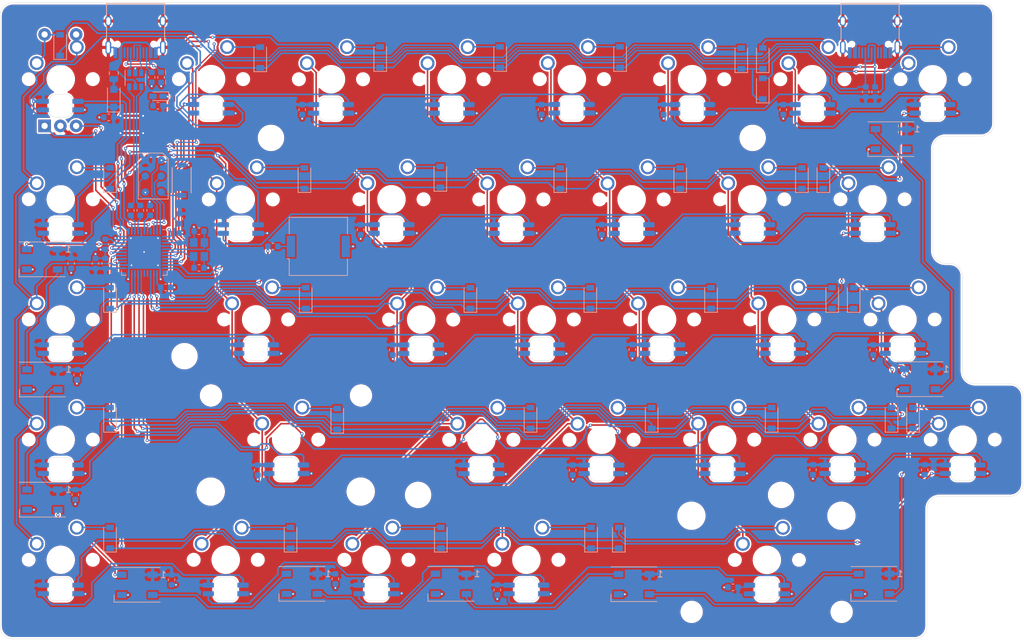
<source format=kicad_pcb>
(kicad_pcb (version 20171130) (host pcbnew 5.1.5-52549c5~84~ubuntu19.10.1)
  (title_block (title "LEFT HALF") (date 2020-01-09) (rev 0.1) (company "Josh Johnson"))
  (layers (0 F.Cu signal) (31 B.Cu signal) (34 B.Paste user) (35 F.Paste user) (36 B.SilkS user) (37 F.SilkS user) (38 B.Mask user) (39 F.Mask user) (44 Edge.Cuts user))
  (net 0 "")
  (net 1 GND)
  (net 2 "Net-(C1-Pad1)")
  (net 3 "Net-(C2-Pad1)")
  (net 4 "Net-(C3-Pad1)")
  (net 5 "Net-(C4-Pad1)")
  (net 6 +5V)
  (net 7 "Net-(D1-Pad2)")
  (net 8 /ROW_2)
  (net 9 "Net-(D2-Pad2)")
  (net 10 /ROW_3)
  (net 11 "Net-(D3-Pad2)")
  (net 12 /ROW_4)
  (net 13 "Net-(D4-Pad2)")
  (net 14 /ROW_5)
  (net 15 "Net-(D5-Pad2)")
  (net 16 /ROW_1)
  (net 17 "Net-(D6-Pad2)")
  (net 18 "Net-(D7-Pad2)")
  (net 19 "Net-(D8-Pad2)")
  (net 20 "Net-(D9-Pad2)")
  (net 21 "Net-(D10-Pad2)")
  (net 22 VBUS)
  (net 23 "Net-(D12-Pad2)")
  (net 24 "Net-(D13-Pad2)")
  (net 25 "Net-(D14-Pad2)")
  (net 26 "Net-(D15-Pad2)")
  (net 27 "Net-(D16-Pad2)")
  (net 28 "Net-(D17-Pad2)")
  (net 29 "Net-(D18-Pad2)")
  (net 30 "Net-(D19-Pad2)")
  (net 31 "Net-(D20-Pad2)")
  (net 32 "Net-(D21-Pad2)")
  (net 33 "Net-(D22-Pad2)")
  (net 34 "Net-(D23-Pad2)")
  (net 35 "Net-(D24-Pad2)")
  (net 36 "Net-(D25-Pad2)")
  (net 37 "Net-(D26-Pad2)")
  (net 38 "Net-(D27-Pad2)")
  (net 39 "Net-(D28-Pad2)")
  (net 40 "Net-(D29-Pad2)")
  (net 41 "Net-(D30-Pad2)")
  (net 42 "Net-(D31-Pad2)")
  (net 43 "Net-(D32-Pad2)")
  (net 44 "Net-(D33-Pad2)")
  (net 45 "Net-(D34-Pad2)")
  (net 46 "Net-(D35-Pad2)")
  (net 47 "Net-(D36-Pad2)")
  (net 48 "Net-(F1-Pad2)")
  (net 49 "Net-(J1-PadA6)")
  (net 50 "Net-(J1-PadA5)")
  (net 51 "Net-(J1-PadA7)")
  (net 52 "Net-(J1-PadB5)")
  (net 53 /SCL_SERIAL)
  (net 54 /SDA)
  (net 55 "/32u4 Microcontroller/nRST")
  (net 56 /USB_D+)
  (net 57 "/32u4 Microcontroller/D+")
  (net 58 /USB_D-)
  (net 59 "/32u4 Microcontroller/D-")
  (net 60 /COL_1)
  (net 61 "Net-(SW1-Pad2)")
  (net 62 "Net-(SW2-Pad4)")
  (net 63 /DAT_1)
  (net 64 "Net-(SW3-Pad4)")
  (net 65 /DAT_2)
  (net 66 "Net-(SW4-Pad4)")
  (net 67 /DAT_3)
  (net 68 "Net-(SW10-Pad3)")
  (net 69 /DAT_4)
  (net 70 "Net-(SW11-Pad3)")
  (net 71 /COL_2)
  (net 72 "Net-(SW12-Pad3)")
  (net 73 "Net-(SW13-Pad3)")
  (net 74 "Net-(SW14-Pad3)")
  (net 75 "Net-(SW10-Pad4)")
  (net 76 "Net-(SW11-Pad4)")
  (net 77 /COL_3)
  (net 78 "Net-(SW12-Pad4)")
  (net 79 "Net-(SW13-Pad4)")
  (net 80 "Net-(SW14-Pad4)")
  (net 81 "Net-(SW15-Pad4)")
  (net 82 "Net-(SW16-Pad4)")
  (net 83 /COL_4)
  (net 84 "Net-(SW17-Pad4)")
  (net 85 "Net-(SW18-Pad4)")
  (net 86 "Net-(SW19-Pad4)")
  (net 87 "Net-(SW20-Pad4)")
  (net 88 "Net-(SW21-Pad4)")
  (net 89 /COL_5)
  (net 90 "Net-(SW22-Pad4)")
  (net 91 "Net-(SW23-Pad4)")
  (net 92 "Net-(SW24-Pad4)")
  (net 93 "Net-(SW26-Pad4)")
  (net 94 /COL_6)
  (net 95 "Net-(SW27-Pad4)")
  (net 96 "Net-(SW28-Pad4)")
  (net 97 "Net-(SW29-Pad4)")
  (net 98 "Net-(SW30-Pad4)")
  (net 99 /COL_7)
  (net 100 "Net-(BZ1-Pad1)")
  (net 101 "Net-(D37-Pad2)")
  (net 102 "Net-(D38-Pad2)")
  (net 103 "Net-(D39-Pad2)")
  (net 104 "Net-(D40-Pad2)")
  (net 105 "Net-(D41-Pad2)")
  (net 106 "Net-(D42-Pad2)")
  (net 107 "Net-(D43-Pad2)")
  (net 108 "Net-(D44-Pad2)")
  (net 109 "Net-(D45-Pad2)")
  (net 110 "/32u4 Microcontroller/PB1")
  (net 111 "/32u4 Microcontroller/PB2")
  (net 112 /LED_UNDER)
  (net 113 /PIEZO)
  (net 114 /ENC_B)
  (net 115 /ENC_A)
  (net 116 /LED_KEYS)
  (net 117 /COL_8)
  (module josh-connectors:AVR_PROG_2.54_SMT (layer B.Cu) (at 48.05 53.45 270)
    (fp_text reference J3 hide)
    (fp_text value AVR-ISP-6)
    (pad 5 smd circle (at 2.54 -1.27 270) (size 1.2 1.2) (layers B.Cu B.Mask) (net 55 "/32u4 Microcontroller/nRST"))
    (pad 6 smd circle (at 2.54 1.27 270) (size 1.2 1.2) (layers B.Cu B.Mask) (net 1 GND))
    (pad 3 smd circle (at 0 -1.27 270) (size 1.2 1.2) (layers B.Cu B.Mask) (net 110 "/32u4 Microcontroller/PB1"))
    (pad 4 smd circle (at 0 1.27 270) (size 1.2 1.2) (layers B.Cu B.Mask) (net 111 "/32u4 Microcontroller/PB2"))
    (pad 1 smd circle (at -2.54 -1.27 270) (size 1.2 1.2) (layers B.Cu B.Mask) (net 117 /COL_8))
    (pad 2 smd circle (at -2.54 1.27 270) (size 1.2 1.2) (layers B.Cu B.Mask) (net 6 +5V))
  )
  (module josh-buttons-switches:SW_Push_PTS820 (layer B.Cu) (at 52.55 54.1 270)
    (fp_text reference SW35 hide)
    (fp_text value SW_Push)
    (pad 1 smd rect (at -2.4 0 270) (size 0.8 1.5) (layers B.Cu B.Paste B.Mask) (net 1 GND))
    (pad 2 smd rect (at 2.4 0 270) (size 0.8 1.5) (layers B.Cu B.Paste B.Mask) (net 55 "/32u4 Microcontroller/nRST"))
  )
  (module josh-keyboard:MX_KEYSWITCH_RGB (layer F.Cu) (at 171.45 38.12)
    (fp_text reference SW34 hide)
    (fp_text value MX_RGB)
    (fp_line (start -1.8 3.7) (end -1.8 5.6) (layer Edge.Cuts) (width 0.05))
    (fp_line (start -0.9 6.5) (end 1 6.5) (layer Edge.Cuts) (width 0.05))
    (fp_line (start 1.9 5.6) (end 1.9 3.7) (layer Edge.Cuts) (width 0.05))
    (fp_line (start 1 2.8) (end -0.9 2.8) (layer Edge.Cuts) (width 0.05))
    (fp_arc (start 1 3.7) (end 1.9 3.7) (angle -90) (layer Edge.Cuts) (width 0.05))
    (fp_arc (start -0.9 3.7) (end -0.9 2.8) (angle -90) (layer Edge.Cuts) (width 0.05))
    (fp_arc (start -0.9 5.6) (end -1.8 5.6) (angle -90) (layer Edge.Cuts) (width 0.05))
    (fp_arc (start 1 5.6) (end 1 6.5) (angle -90) (layer Edge.Cuts) (width 0.05))
    (pad 4 smd roundrect (at -2.7 5.36) (size 1.8 0.82) (layers B.Cu B.Paste B.Mask) (net 63 /DAT_1))
    (pad 6 smd rect (at 2.8 5.36) (size 1.8 0.82) (layers B.Cu B.Paste B.Mask) (net 1 GND))
    (pad 3 smd roundrect (at 2.8 4) (size 1.8 0.82) (layers B.Cu B.Paste B.Mask) (net 98 "Net-(SW30-Pad4)"))
    (pad 5 smd roundrect (at -2.7 4) (size 1.8 0.82) (layers B.Cu B.Paste B.Mask) (net 6 +5V))
    (pad "" np_thru_hole circle (at 5.14 -0.02) (size 1.7 1.7) (drill 1.7) (layers *.Cu *.Mask))
    (pad "" np_thru_hole circle (at -5.02 -0.02) (size 1.7 1.7) (drill 1.7) (layers *.Cu *.Mask))
    (pad "" np_thru_hole circle (at 0.06 -0.02) (size 4 4) (drill 4) (layers *.Cu *.Mask))
    (pad 2 thru_hole circle (at -3.75 -2.56) (size 2.2 2.2) (drill 1.5) (layers *.Cu *.Mask) (net 117 /COL_8))
    (pad 1 thru_hole circle (at 2.6 -5.1) (size 2.2 2.2) (drill 1.5) (layers *.Cu *.Mask) (net 46 "Net-(D35-Pad2)"))
  )
  (module josh-keyboard:MX_KEYSWITCH_RGB (layer F.Cu) (at 176.2125 95.25)
    (fp_text reference SW33 hide)
    (fp_text value MX_RGB)
    (fp_line (start -1.8 3.7) (end -1.8 5.6) (layer Edge.Cuts) (width 0.05))
    (fp_line (start -0.9 6.5) (end 1 6.5) (layer Edge.Cuts) (width 0.05))
    (fp_line (start 1.9 5.6) (end 1.9 3.7) (layer Edge.Cuts) (width 0.05))
    (fp_line (start 1 2.8) (end -0.9 2.8) (layer Edge.Cuts) (width 0.05))
    (fp_arc (start 1 3.7) (end 1.9 3.7) (angle -90) (layer Edge.Cuts) (width 0.05))
    (fp_arc (start -0.9 3.7) (end -0.9 2.8) (angle -90) (layer Edge.Cuts) (width 0.05))
    (fp_arc (start -0.9 5.6) (end -1.8 5.6) (angle -90) (layer Edge.Cuts) (width 0.05))
    (fp_arc (start 1 5.6) (end 1 6.5) (angle -90) (layer Edge.Cuts) (width 0.05))
    (pad 4 smd roundrect (at -2.7 5.36) (size 1.8 0.82) (layers B.Cu B.Paste B.Mask) (net 69 /DAT_4))
    (pad 6 smd rect (at 2.8 5.36) (size 1.8 0.82) (layers B.Cu B.Paste B.Mask) (net 1 GND))
    (pad 3 smd roundrect (at 2.8 4) (size 1.8 0.82) (layers B.Cu B.Paste B.Mask) (net 97 "Net-(SW29-Pad4)"))
    (pad 5 smd roundrect (at -2.7 4) (size 1.8 0.82) (layers B.Cu B.Paste B.Mask) (net 6 +5V))
    (pad "" np_thru_hole circle (at 5.14 -0.02) (size 1.7 1.7) (drill 1.7) (layers *.Cu *.Mask))
    (pad "" np_thru_hole circle (at -5.02 -0.02) (size 1.7 1.7) (drill 1.7) (layers *.Cu *.Mask))
    (pad "" np_thru_hole circle (at 0.06 -0.02) (size 4 4) (drill 4) (layers *.Cu *.Mask))
    (pad 2 thru_hole circle (at -3.75 -2.56) (size 2.2 2.2) (drill 1.5) (layers *.Cu *.Mask) (net 99 /COL_7))
    (pad 1 thru_hole circle (at 2.6 -5.1) (size 2.2 2.2) (drill 1.5) (layers *.Cu *.Mask) (net 45 "Net-(D34-Pad2)"))
  )
  (module josh-keyboard:MX_KEYSWITCH_RGB (layer F.Cu) (at 166.6875 76.2)
    (fp_text reference SW32 hide)
    (fp_text value MX_RGB)
    (fp_line (start -1.8 3.7) (end -1.8 5.6) (layer Edge.Cuts) (width 0.05))
    (fp_line (start -0.9 6.5) (end 1 6.5) (layer Edge.Cuts) (width 0.05))
    (fp_line (start 1.9 5.6) (end 1.9 3.7) (layer Edge.Cuts) (width 0.05))
    (fp_line (start 1 2.8) (end -0.9 2.8) (layer Edge.Cuts) (width 0.05))
    (fp_arc (start 1 3.7) (end 1.9 3.7) (angle -90) (layer Edge.Cuts) (width 0.05))
    (fp_arc (start -0.9 3.7) (end -0.9 2.8) (angle -90) (layer Edge.Cuts) (width 0.05))
    (fp_arc (start -0.9 5.6) (end -1.8 5.6) (angle -90) (layer Edge.Cuts) (width 0.05))
    (fp_arc (start 1 5.6) (end 1 6.5) (angle -90) (layer Edge.Cuts) (width 0.05))
    (pad 4 smd roundrect (at -2.7 5.36) (size 1.8 0.82) (layers B.Cu B.Paste B.Mask) (net 67 /DAT_3))
    (pad 6 smd rect (at 2.8 5.36) (size 1.8 0.82) (layers B.Cu B.Paste B.Mask) (net 1 GND))
    (pad 3 smd roundrect (at 2.8 4) (size 1.8 0.82) (layers B.Cu B.Paste B.Mask) (net 96 "Net-(SW28-Pad4)"))
    (pad 5 smd roundrect (at -2.7 4) (size 1.8 0.82) (layers B.Cu B.Paste B.Mask) (net 6 +5V))
    (pad "" np_thru_hole circle (at 5.14 -0.02) (size 1.7 1.7) (drill 1.7) (layers *.Cu *.Mask))
    (pad "" np_thru_hole circle (at -5.02 -0.02) (size 1.7 1.7) (drill 1.7) (layers *.Cu *.Mask))
    (pad "" np_thru_hole circle (at 0.06 -0.02) (size 4 4) (drill 4) (layers *.Cu *.Mask))
    (pad 2 thru_hole circle (at -3.75 -2.56) (size 2.2 2.2) (drill 1.5) (layers *.Cu *.Mask) (net 99 /COL_7))
    (pad 1 thru_hole circle (at 2.6 -5.1) (size 2.2 2.2) (drill 1.5) (layers *.Cu *.Mask) (net 44 "Net-(D33-Pad2)"))
  )
  (module josh-keyboard:MX_KEYSWITCH_RGB (layer F.Cu) (at 161.925 57.15)
    (fp_text reference SW31 hide)
    (fp_text value MX_RGB)
    (fp_line (start -1.8 3.7) (end -1.8 5.6) (layer Edge.Cuts) (width 0.05))
    (fp_line (start -0.9 6.5) (end 1 6.5) (layer Edge.Cuts) (width 0.05))
    (fp_line (start 1.9 5.6) (end 1.9 3.7) (layer Edge.Cuts) (width 0.05))
    (fp_line (start 1 2.8) (end -0.9 2.8) (layer Edge.Cuts) (width 0.05))
    (fp_arc (start 1 3.7) (end 1.9 3.7) (angle -90) (layer Edge.Cuts) (width 0.05))
    (fp_arc (start -0.9 3.7) (end -0.9 2.8) (angle -90) (layer Edge.Cuts) (width 0.05))
    (fp_arc (start -0.9 5.6) (end -1.8 5.6) (angle -90) (layer Edge.Cuts) (width 0.05))
    (fp_arc (start 1 5.6) (end 1 6.5) (angle -90) (layer Edge.Cuts) (width 0.05))
    (pad 4 smd roundrect (at -2.7 5.36) (size 1.8 0.82) (layers B.Cu B.Paste B.Mask) (net 65 /DAT_2))
    (pad 6 smd rect (at 2.8 5.36) (size 1.8 0.82) (layers B.Cu B.Paste B.Mask) (net 1 GND))
    (pad 3 smd roundrect (at 2.8 4) (size 1.8 0.82) (layers B.Cu B.Paste B.Mask) (net 95 "Net-(SW27-Pad4)"))
    (pad 5 smd roundrect (at -2.7 4) (size 1.8 0.82) (layers B.Cu B.Paste B.Mask) (net 6 +5V))
    (pad "" np_thru_hole circle (at 5.14 -0.02) (size 1.7 1.7) (drill 1.7) (layers *.Cu *.Mask))
    (pad "" np_thru_hole circle (at -5.02 -0.02) (size 1.7 1.7) (drill 1.7) (layers *.Cu *.Mask))
    (pad "" np_thru_hole circle (at 0.06 -0.02) (size 4 4) (drill 4) (layers *.Cu *.Mask))
    (pad 2 thru_hole circle (at -3.75 -2.56) (size 2.2 2.2) (drill 1.5) (layers *.Cu *.Mask) (net 99 /COL_7))
    (pad 1 thru_hole circle (at 2.6 -5.1) (size 2.2 2.2) (drill 1.5) (layers *.Cu *.Mask) (net 43 "Net-(D32-Pad2)"))
  )
  (module josh-keyboard:MX_KEYSWITCH_RGB (layer F.Cu) (at 152.4 38.12)
    (fp_text reference SW30 hide)
    (fp_text value MX_RGB)
    (fp_line (start -1.8 3.7) (end -1.8 5.6) (layer Edge.Cuts) (width 0.05))
    (fp_line (start -0.9 6.5) (end 1 6.5) (layer Edge.Cuts) (width 0.05))
    (fp_line (start 1.9 5.6) (end 1.9 3.7) (layer Edge.Cuts) (width 0.05))
    (fp_line (start 1 2.8) (end -0.9 2.8) (layer Edge.Cuts) (width 0.05))
    (fp_arc (start 1 3.7) (end 1.9 3.7) (angle -90) (layer Edge.Cuts) (width 0.05))
    (fp_arc (start -0.9 3.7) (end -0.9 2.8) (angle -90) (layer Edge.Cuts) (width 0.05))
    (fp_arc (start -0.9 5.6) (end -1.8 5.6) (angle -90) (layer Edge.Cuts) (width 0.05))
    (fp_arc (start 1 5.6) (end 1 6.5) (angle -90) (layer Edge.Cuts) (width 0.05))
    (pad 4 smd roundrect (at -2.7 5.36) (size 1.8 0.82) (layers B.Cu B.Paste B.Mask) (net 98 "Net-(SW30-Pad4)"))
    (pad 6 smd rect (at 2.8 5.36) (size 1.8 0.82) (layers B.Cu B.Paste B.Mask) (net 1 GND))
    (pad 3 smd roundrect (at 2.8 4) (size 1.8 0.82) (layers B.Cu B.Paste B.Mask) (net 93 "Net-(SW26-Pad4)"))
    (pad 5 smd roundrect (at -2.7 4) (size 1.8 0.82) (layers B.Cu B.Paste B.Mask) (net 6 +5V))
    (pad "" np_thru_hole circle (at 5.14 -0.02) (size 1.7 1.7) (drill 1.7) (layers *.Cu *.Mask))
    (pad "" np_thru_hole circle (at -5.02 -0.02) (size 1.7 1.7) (drill 1.7) (layers *.Cu *.Mask))
    (pad "" np_thru_hole circle (at 0.06 -0.02) (size 4 4) (drill 4) (layers *.Cu *.Mask))
    (pad 2 thru_hole circle (at -3.75 -2.56) (size 2.2 2.2) (drill 1.5) (layers *.Cu *.Mask) (net 99 /COL_7))
    (pad 1 thru_hole circle (at 2.6 -5.1) (size 2.2 2.2) (drill 1.5) (layers *.Cu *.Mask) (net 42 "Net-(D31-Pad2)"))
  )
  (module josh-keyboard:MX_KEYSWITCH_RGB (layer F.Cu) (at 157.1625 95.25)
    (fp_text reference SW29 hide)
    (fp_text value MX_RGB)
    (fp_line (start -1.8 3.7) (end -1.8 5.6) (layer Edge.Cuts) (width 0.05))
    (fp_line (start -0.9 6.5) (end 1 6.5) (layer Edge.Cuts) (width 0.05))
    (fp_line (start 1.9 5.6) (end 1.9 3.7) (layer Edge.Cuts) (width 0.05))
    (fp_line (start 1 2.8) (end -0.9 2.8) (layer Edge.Cuts) (width 0.05))
    (fp_arc (start 1 3.7) (end 1.9 3.7) (angle -90) (layer Edge.Cuts) (width 0.05))
    (fp_arc (start -0.9 3.7) (end -0.9 2.8) (angle -90) (layer Edge.Cuts) (width 0.05))
    (fp_arc (start -0.9 5.6) (end -1.8 5.6) (angle -90) (layer Edge.Cuts) (width 0.05))
    (fp_arc (start 1 5.6) (end 1 6.5) (angle -90) (layer Edge.Cuts) (width 0.05))
    (pad 4 smd roundrect (at -2.7 5.36) (size 1.8 0.82) (layers B.Cu B.Paste B.Mask) (net 97 "Net-(SW29-Pad4)"))
    (pad 6 smd rect (at 2.8 5.36) (size 1.8 0.82) (layers B.Cu B.Paste B.Mask) (net 1 GND))
    (pad 3 smd roundrect (at 2.8 4) (size 1.8 0.82) (layers B.Cu B.Paste B.Mask) (net 92 "Net-(SW24-Pad4)"))
    (pad 5 smd roundrect (at -2.7 4) (size 1.8 0.82) (layers B.Cu B.Paste B.Mask) (net 6 +5V))
    (pad "" np_thru_hole circle (at 5.14 -0.02) (size 1.7 1.7) (drill 1.7) (layers *.Cu *.Mask))
    (pad "" np_thru_hole circle (at -5.02 -0.02) (size 1.7 1.7) (drill 1.7) (layers *.Cu *.Mask))
    (pad "" np_thru_hole circle (at 0.06 -0.02) (size 4 4) (drill 4) (layers *.Cu *.Mask))
    (pad 2 thru_hole circle (at -3.75 -2.56) (size 2.2 2.2) (drill 1.5) (layers *.Cu *.Mask) (net 94 /COL_6))
    (pad 1 thru_hole circle (at 2.6 -5.1) (size 2.2 2.2) (drill 1.5) (layers *.Cu *.Mask) (net 41 "Net-(D30-Pad2)"))
  )
  (module josh-keyboard:MX_KEYSWITCH_RGB (layer F.Cu) (at 147.6375 76.2)
    (fp_text reference SW28 hide)
    (fp_text value MX_RGB)
    (fp_line (start -1.8 3.7) (end -1.8 5.6) (layer Edge.Cuts) (width 0.05))
    (fp_line (start -0.9 6.5) (end 1 6.5) (layer Edge.Cuts) (width 0.05))
    (fp_line (start 1.9 5.6) (end 1.9 3.7) (layer Edge.Cuts) (width 0.05))
    (fp_line (start 1 2.8) (end -0.9 2.8) (layer Edge.Cuts) (width 0.05))
    (fp_arc (start 1 3.7) (end 1.9 3.7) (angle -90) (layer Edge.Cuts) (width 0.05))
    (fp_arc (start -0.9 3.7) (end -0.9 2.8) (angle -90) (layer Edge.Cuts) (width 0.05))
    (fp_arc (start -0.9 5.6) (end -1.8 5.6) (angle -90) (layer Edge.Cuts) (width 0.05))
    (fp_arc (start 1 5.6) (end 1 6.5) (angle -90) (layer Edge.Cuts) (width 0.05))
    (pad 4 smd roundrect (at -2.7 5.36) (size 1.8 0.82) (layers B.Cu B.Paste B.Mask) (net 96 "Net-(SW28-Pad4)"))
    (pad 6 smd rect (at 2.8 5.36) (size 1.8 0.82) (layers B.Cu B.Paste B.Mask) (net 1 GND))
    (pad 3 smd roundrect (at 2.8 4) (size 1.8 0.82) (layers B.Cu B.Paste B.Mask) (net 91 "Net-(SW23-Pad4)"))
    (pad 5 smd roundrect (at -2.7 4) (size 1.8 0.82) (layers B.Cu B.Paste B.Mask) (net 6 +5V))
    (pad "" np_thru_hole circle (at 5.14 -0.02) (size 1.7 1.7) (drill 1.7) (layers *.Cu *.Mask))
    (pad "" np_thru_hole circle (at -5.02 -0.02) (size 1.7 1.7) (drill 1.7) (layers *.Cu *.Mask))
    (pad "" np_thru_hole circle (at 0.06 -0.02) (size 4 4) (drill 4) (layers *.Cu *.Mask))
    (pad 2 thru_hole circle (at -3.75 -2.56) (size 2.2 2.2) (drill 1.5) (layers *.Cu *.Mask) (net 94 /COL_6))
    (pad 1 thru_hole circle (at 2.6 -5.1) (size 2.2 2.2) (drill 1.5) (layers *.Cu *.Mask) (net 40 "Net-(D29-Pad2)"))
  )
  (module josh-keyboard:MX_KEYSWITCH_RGB (layer F.Cu) (at 142.875 57.15)
    (fp_text reference SW27 hide)
    (fp_text value MX_RGB)
    (fp_line (start -1.8 3.7) (end -1.8 5.6) (layer Edge.Cuts) (width 0.05))
    (fp_line (start -0.9 6.5) (end 1 6.5) (layer Edge.Cuts) (width 0.05))
    (fp_line (start 1.9 5.6) (end 1.9 3.7) (layer Edge.Cuts) (width 0.05))
    (fp_line (start 1 2.8) (end -0.9 2.8) (layer Edge.Cuts) (width 0.05))
    (fp_arc (start 1 3.7) (end 1.9 3.7) (angle -90) (layer Edge.Cuts) (width 0.05))
    (fp_arc (start -0.9 3.7) (end -0.9 2.8) (angle -90) (layer Edge.Cuts) (width 0.05))
    (fp_arc (start -0.9 5.6) (end -1.8 5.6) (angle -90) (layer Edge.Cuts) (width 0.05))
    (fp_arc (start 1 5.6) (end 1 6.5) (angle -90) (layer Edge.Cuts) (width 0.05))
    (pad 4 smd roundrect (at -2.7 5.36) (size 1.8 0.82) (layers B.Cu B.Paste B.Mask) (net 95 "Net-(SW27-Pad4)"))
    (pad 6 smd rect (at 2.8 5.36) (size 1.8 0.82) (layers B.Cu B.Paste B.Mask) (net 1 GND))
    (pad 3 smd roundrect (at 2.8 4) (size 1.8 0.82) (layers B.Cu B.Paste B.Mask) (net 90 "Net-(SW22-Pad4)"))
    (pad 5 smd roundrect (at -2.7 4) (size 1.8 0.82) (layers B.Cu B.Paste B.Mask) (net 6 +5V))
    (pad "" np_thru_hole circle (at 5.14 -0.02) (size 1.7 1.7) (drill 1.7) (layers *.Cu *.Mask))
    (pad "" np_thru_hole circle (at -5.02 -0.02) (size 1.7 1.7) (drill 1.7) (layers *.Cu *.Mask))
    (pad "" np_thru_hole circle (at 0.06 -0.02) (size 4 4) (drill 4) (layers *.Cu *.Mask))
    (pad 2 thru_hole circle (at -3.75 -2.56) (size 2.2 2.2) (drill 1.5) (layers *.Cu *.Mask) (net 94 /COL_6))
    (pad 1 thru_hole circle (at 2.6 -5.1) (size 2.2 2.2) (drill 1.5) (layers *.Cu *.Mask) (net 39 "Net-(D28-Pad2)"))
  )
  (module josh-keyboard:MX_KEYSWITCH_RGB (layer F.Cu) (at 133.35 38.12)
    (fp_text reference SW26 hide)
    (fp_text value MX_RGB)
    (fp_line (start -1.8 3.7) (end -1.8 5.6) (layer Edge.Cuts) (width 0.05))
    (fp_line (start -0.9 6.5) (end 1 6.5) (layer Edge.Cuts) (width 0.05))
    (fp_line (start 1.9 5.6) (end 1.9 3.7) (layer Edge.Cuts) (width 0.05))
    (fp_line (start 1 2.8) (end -0.9 2.8) (layer Edge.Cuts) (width 0.05))
    (fp_arc (start 1 3.7) (end 1.9 3.7) (angle -90) (layer Edge.Cuts) (width 0.05))
    (fp_arc (start -0.9 3.7) (end -0.9 2.8) (angle -90) (layer Edge.Cuts) (width 0.05))
    (fp_arc (start -0.9 5.6) (end -1.8 5.6) (angle -90) (layer Edge.Cuts) (width 0.05))
    (fp_arc (start 1 5.6) (end 1 6.5) (angle -90) (layer Edge.Cuts) (width 0.05))
    (pad 4 smd roundrect (at -2.7 5.36) (size 1.8 0.82) (layers B.Cu B.Paste B.Mask) (net 93 "Net-(SW26-Pad4)"))
    (pad 6 smd rect (at 2.8 5.36) (size 1.8 0.82) (layers B.Cu B.Paste B.Mask) (net 1 GND))
    (pad 3 smd roundrect (at 2.8 4) (size 1.8 0.82) (layers B.Cu B.Paste B.Mask) (net 88 "Net-(SW21-Pad4)"))
    (pad 5 smd roundrect (at -2.7 4) (size 1.8 0.82) (layers B.Cu B.Paste B.Mask) (net 6 +5V))
    (pad "" np_thru_hole circle (at 5.14 -0.02) (size 1.7 1.7) (drill 1.7) (layers *.Cu *.Mask))
    (pad "" np_thru_hole circle (at -5.02 -0.02) (size 1.7 1.7) (drill 1.7) (layers *.Cu *.Mask))
    (pad "" np_thru_hole circle (at 0.06 -0.02) (size 4 4) (drill 4) (layers *.Cu *.Mask))
    (pad 2 thru_hole circle (at -3.75 -2.56) (size 2.2 2.2) (drill 1.5) (layers *.Cu *.Mask) (net 94 /COL_6))
    (pad 1 thru_hole circle (at 2.6 -5.1) (size 2.2 2.2) (drill 1.5) (layers *.Cu *.Mask) (net 38 "Net-(D27-Pad2)"))
  )
  (module josh-keyboard:MX_KEYSWITCH_RGB_2.75U_REV_STABS (layer F.Cu) (at 145.19625 114.32)
    (fp_text reference SW25 hide)
    (fp_text value MX_RGB)
    (fp_line (start -1.8 3.7) (end -1.8 5.6) (layer Edge.Cuts) (width 0.05))
    (fp_line (start -0.9 6.5) (end 1 6.5) (layer Edge.Cuts) (width 0.05))
    (fp_line (start 1.9 5.6) (end 1.9 3.7) (layer Edge.Cuts) (width 0.05))
    (fp_line (start 1 2.8) (end -0.9 2.8) (layer Edge.Cuts) (width 0.05))
    (fp_arc (start 1 3.7) (end 1.9 3.7) (angle -90) (layer Edge.Cuts) (width 0.05))
    (fp_arc (start -0.9 3.7) (end -0.9 2.8) (angle -90) (layer Edge.Cuts) (width 0.05))
    (fp_arc (start -0.9 5.6) (end -1.8 5.6) (angle -90) (layer Edge.Cuts) (width 0.05))
    (fp_arc (start 1 5.6) (end 1 6.5) (angle -90) (layer Edge.Cuts) (width 0.05))
    (pad "" np_thru_hole circle (at 11.86 -7.02) (size 4 4) (drill 4) (layers *.Cu *.Mask))
    (pad "" np_thru_hole circle (at -11.9 -7.02) (size 4 4) (drill 4) (layers *.Cu *.Mask))
    (pad "" np_thru_hole circle (at 11.9 8.22) (size 3.05 3.05) (drill 3.05) (layers *.Cu *.Mask))
    (pad "" np_thru_hole circle (at -11.86 8.22) (size 3.05 3.05) (drill 3.05) (layers *.Cu *.Mask))
    (pad 4 smd roundrect (at -2.7 5.36) (size 1.8 0.82) (layers B.Cu B.Paste B.Mask))
    (pad 6 smd rect (at 2.8 5.36) (size 1.8 0.82) (layers B.Cu B.Paste B.Mask) (net 1 GND))
    (pad 3 smd roundrect (at 2.8 4) (size 1.8 0.82) (layers B.Cu B.Paste B.Mask) (net 87 "Net-(SW20-Pad4)"))
    (pad 5 smd roundrect (at -2.7 4) (size 1.8 0.82) (layers B.Cu B.Paste B.Mask) (net 6 +5V))
    (pad "" np_thru_hole circle (at 5.14 -0.02) (size 1.7 1.7) (drill 1.7) (layers *.Cu *.Mask))
    (pad "" np_thru_hole circle (at -5.02 -0.02) (size 1.7 1.7) (drill 1.7) (layers *.Cu *.Mask))
    (pad "" np_thru_hole circle (at 0.06 -0.02) (size 4 4) (drill 4) (layers *.Cu *.Mask))
    (pad 2 thru_hole circle (at -3.75 -2.56) (size 2.2 2.2) (drill 1.5) (layers *.Cu *.Mask) (net 89 /COL_5))
    (pad 1 thru_hole circle (at 2.6 -5.1) (size 2.2 2.2) (drill 1.5) (layers *.Cu *.Mask) (net 37 "Net-(D26-Pad2)"))
  )
  (module josh-keyboard:MX_KEYSWITCH_RGB (layer F.Cu) (at 138.1125 95.25)
    (fp_text reference SW24 hide)
    (fp_text value MX_RGB)
    (fp_line (start -1.8 3.7) (end -1.8 5.6) (layer Edge.Cuts) (width 0.05))
    (fp_line (start -0.9 6.5) (end 1 6.5) (layer Edge.Cuts) (width 0.05))
    (fp_line (start 1.9 5.6) (end 1.9 3.7) (layer Edge.Cuts) (width 0.05))
    (fp_line (start 1 2.8) (end -0.9 2.8) (layer Edge.Cuts) (width 0.05))
    (fp_arc (start 1 3.7) (end 1.9 3.7) (angle -90) (layer Edge.Cuts) (width 0.05))
    (fp_arc (start -0.9 3.7) (end -0.9 2.8) (angle -90) (layer Edge.Cuts) (width 0.05))
    (fp_arc (start -0.9 5.6) (end -1.8 5.6) (angle -90) (layer Edge.Cuts) (width 0.05))
    (fp_arc (start 1 5.6) (end 1 6.5) (angle -90) (layer Edge.Cuts) (width 0.05))
    (pad 4 smd roundrect (at -2.7 5.36) (size 1.8 0.82) (layers B.Cu B.Paste B.Mask) (net 92 "Net-(SW24-Pad4)"))
    (pad 6 smd rect (at 2.8 5.36) (size 1.8 0.82) (layers B.Cu B.Paste B.Mask) (net 1 GND))
    (pad 3 smd roundrect (at 2.8 4) (size 1.8 0.82) (layers B.Cu B.Paste B.Mask) (net 86 "Net-(SW19-Pad4)"))
    (pad 5 smd roundrect (at -2.7 4) (size 1.8 0.82) (layers B.Cu B.Paste B.Mask) (net 6 +5V))
    (pad "" np_thru_hole circle (at 5.14 -0.02) (size 1.7 1.7) (drill 1.7) (layers *.Cu *.Mask))
    (pad "" np_thru_hole circle (at -5.02 -0.02) (size 1.7 1.7) (drill 1.7) (layers *.Cu *.Mask))
    (pad "" np_thru_hole circle (at 0.06 -0.02) (size 4 4) (drill 4) (layers *.Cu *.Mask))
    (pad 2 thru_hole circle (at -3.75 -2.56) (size 2.2 2.2) (drill 1.5) (layers *.Cu *.Mask) (net 89 /COL_5))
    (pad 1 thru_hole circle (at 2.6 -5.1) (size 2.2 2.2) (drill 1.5) (layers *.Cu *.Mask) (net 36 "Net-(D25-Pad2)"))
  )
  (module josh-keyboard:MX_KEYSWITCH_RGB (layer F.Cu) (at 128.5875 76.2)
    (fp_text reference SW23 hide)
    (fp_text value MX_RGB)
    (fp_line (start -1.8 3.7) (end -1.8 5.6) (layer Edge.Cuts) (width 0.05))
    (fp_line (start -0.9 6.5) (end 1 6.5) (layer Edge.Cuts) (width 0.05))
    (fp_line (start 1.9 5.6) (end 1.9 3.7) (layer Edge.Cuts) (width 0.05))
    (fp_line (start 1 2.8) (end -0.9 2.8) (layer Edge.Cuts) (width 0.05))
    (fp_arc (start 1 3.7) (end 1.9 3.7) (angle -90) (layer Edge.Cuts) (width 0.05))
    (fp_arc (start -0.9 3.7) (end -0.9 2.8) (angle -90) (layer Edge.Cuts) (width 0.05))
    (fp_arc (start -0.9 5.6) (end -1.8 5.6) (angle -90) (layer Edge.Cuts) (width 0.05))
    (fp_arc (start 1 5.6) (end 1 6.5) (angle -90) (layer Edge.Cuts) (width 0.05))
    (pad 4 smd roundrect (at -2.7 5.36) (size 1.8 0.82) (layers B.Cu B.Paste B.Mask) (net 91 "Net-(SW23-Pad4)"))
    (pad 6 smd rect (at 2.8 5.36) (size 1.8 0.82) (layers B.Cu B.Paste B.Mask) (net 1 GND))
    (pad 3 smd roundrect (at 2.8 4) (size 1.8 0.82) (layers B.Cu B.Paste B.Mask) (net 85 "Net-(SW18-Pad4)"))
    (pad 5 smd roundrect (at -2.7 4) (size 1.8 0.82) (layers B.Cu B.Paste B.Mask) (net 6 +5V))
    (pad "" np_thru_hole circle (at 5.14 -0.02) (size 1.7 1.7) (drill 1.7) (layers *.Cu *.Mask))
    (pad "" np_thru_hole circle (at -5.02 -0.02) (size 1.7 1.7) (drill 1.7) (layers *.Cu *.Mask))
    (pad "" np_thru_hole circle (at 0.06 -0.02) (size 4 4) (drill 4) (layers *.Cu *.Mask))
    (pad 2 thru_hole circle (at -3.75 -2.56) (size 2.2 2.2) (drill 1.5) (layers *.Cu *.Mask) (net 89 /COL_5))
    (pad 1 thru_hole circle (at 2.6 -5.1) (size 2.2 2.2) (drill 1.5) (layers *.Cu *.Mask) (net 35 "Net-(D24-Pad2)"))
  )
  (module josh-keyboard:MX_KEYSWITCH_RGB (layer F.Cu) (at 123.765 57.17)
    (fp_text reference SW22 hide)
    (fp_text value MX_RGB)
    (fp_line (start -1.8 3.7) (end -1.8 5.6) (layer Edge.Cuts) (width 0.05))
    (fp_line (start -0.9 6.5) (end 1 6.5) (layer Edge.Cuts) (width 0.05))
    (fp_line (start 1.9 5.6) (end 1.9 3.7) (layer Edge.Cuts) (width 0.05))
    (fp_line (start 1 2.8) (end -0.9 2.8) (layer Edge.Cuts) (width 0.05))
    (fp_arc (start 1 3.7) (end 1.9 3.7) (angle -90) (layer Edge.Cuts) (width 0.05))
    (fp_arc (start -0.9 3.7) (end -0.9 2.8) (angle -90) (layer Edge.Cuts) (width 0.05))
    (fp_arc (start -0.9 5.6) (end -1.8 5.6) (angle -90) (layer Edge.Cuts) (width 0.05))
    (fp_arc (start 1 5.6) (end 1 6.5) (angle -90) (layer Edge.Cuts) (width 0.05))
    (pad 4 smd roundrect (at -2.7 5.36) (size 1.8 0.82) (layers B.Cu B.Paste B.Mask) (net 90 "Net-(SW22-Pad4)"))
    (pad 6 smd rect (at 2.8 5.36) (size 1.8 0.82) (layers B.Cu B.Paste B.Mask) (net 1 GND))
    (pad 3 smd roundrect (at 2.8 4) (size 1.8 0.82) (layers B.Cu B.Paste B.Mask) (net 84 "Net-(SW17-Pad4)"))
    (pad 5 smd roundrect (at -2.7 4) (size 1.8 0.82) (layers B.Cu B.Paste B.Mask) (net 6 +5V))
    (pad "" np_thru_hole circle (at 5.14 -0.02) (size 1.7 1.7) (drill 1.7) (layers *.Cu *.Mask))
    (pad "" np_thru_hole circle (at -5.02 -0.02) (size 1.7 1.7) (drill 1.7) (layers *.Cu *.Mask))
    (pad "" np_thru_hole circle (at 0.06 -0.02) (size 4 4) (drill 4) (layers *.Cu *.Mask))
    (pad 2 thru_hole circle (at -3.75 -2.56) (size 2.2 2.2) (drill 1.5) (layers *.Cu *.Mask) (net 89 /COL_5))
    (pad 1 thru_hole circle (at 2.6 -5.1) (size 2.2 2.2) (drill 1.5) (layers *.Cu *.Mask) (net 34 "Net-(D23-Pad2)"))
  )
  (module josh-keyboard:MX_KEYSWITCH_RGB (layer F.Cu) (at 114.3 38.1)
    (fp_text reference SW21 hide)
    (fp_text value MX_RGB)
    (fp_line (start -1.8 3.7) (end -1.8 5.6) (layer Edge.Cuts) (width 0.05))
    (fp_line (start -0.9 6.5) (end 1 6.5) (layer Edge.Cuts) (width 0.05))
    (fp_line (start 1.9 5.6) (end 1.9 3.7) (layer Edge.Cuts) (width 0.05))
    (fp_line (start 1 2.8) (end -0.9 2.8) (layer Edge.Cuts) (width 0.05))
    (fp_arc (start 1 3.7) (end 1.9 3.7) (angle -90) (layer Edge.Cuts) (width 0.05))
    (fp_arc (start -0.9 3.7) (end -0.9 2.8) (angle -90) (layer Edge.Cuts) (width 0.05))
    (fp_arc (start -0.9 5.6) (end -1.8 5.6) (angle -90) (layer Edge.Cuts) (width 0.05))
    (fp_arc (start 1 5.6) (end 1 6.5) (angle -90) (layer Edge.Cuts) (width 0.05))
    (pad 4 smd roundrect (at -2.7 5.36) (size 1.8 0.82) (layers B.Cu B.Paste B.Mask) (net 88 "Net-(SW21-Pad4)"))
    (pad 6 smd rect (at 2.8 5.36) (size 1.8 0.82) (layers B.Cu B.Paste B.Mask) (net 1 GND))
    (pad 3 smd roundrect (at 2.8 4) (size 1.8 0.82) (layers B.Cu B.Paste B.Mask) (net 82 "Net-(SW16-Pad4)"))
    (pad 5 smd roundrect (at -2.7 4) (size 1.8 0.82) (layers B.Cu B.Paste B.Mask) (net 6 +5V))
    (pad "" np_thru_hole circle (at 5.14 -0.02) (size 1.7 1.7) (drill 1.7) (layers *.Cu *.Mask))
    (pad "" np_thru_hole circle (at -5.02 -0.02) (size 1.7 1.7) (drill 1.7) (layers *.Cu *.Mask))
    (pad "" np_thru_hole circle (at 0.06 -0.02) (size 4 4) (drill 4) (layers *.Cu *.Mask))
    (pad 2 thru_hole circle (at -3.75 -2.56) (size 2.2 2.2) (drill 1.5) (layers *.Cu *.Mask) (net 89 /COL_5))
    (pad 1 thru_hole circle (at 2.6 -5.1) (size 2.2 2.2) (drill 1.5) (layers *.Cu *.Mask) (net 33 "Net-(D22-Pad2)"))
  )
  (module josh-keyboard:MX_KEYSWITCH_RGB_1.25U (layer F.Cu) (at 107.09625 114.3)
    (fp_text reference SW20 hide)
    (fp_text value MX_RGB)
    (fp_line (start -1.8 3.7) (end -1.8 5.6) (layer Edge.Cuts) (width 0.05))
    (fp_line (start -0.9 6.5) (end 1 6.5) (layer Edge.Cuts) (width 0.05))
    (fp_line (start 1.9 5.6) (end 1.9 3.7) (layer Edge.Cuts) (width 0.05))
    (fp_line (start 1 2.8) (end -0.9 2.8) (layer Edge.Cuts) (width 0.05))
    (fp_arc (start 1 3.7) (end 1.9 3.7) (angle -90) (layer Edge.Cuts) (width 0.05))
    (fp_arc (start -0.9 3.7) (end -0.9 2.8) (angle -90) (layer Edge.Cuts) (width 0.05))
    (fp_arc (start -0.9 5.6) (end -1.8 5.6) (angle -90) (layer Edge.Cuts) (width 0.05))
    (fp_arc (start 1 5.6) (end 1 6.5) (angle -90) (layer Edge.Cuts) (width 0.05))
    (pad 4 smd roundrect (at -2.7 5.36) (size 1.8 0.82) (layers B.Cu B.Paste B.Mask) (net 87 "Net-(SW20-Pad4)"))
    (pad 6 smd rect (at 2.8 5.36) (size 1.8 0.82) (layers B.Cu B.Paste B.Mask) (net 1 GND))
    (pad 3 smd roundrect (at 2.8 4) (size 1.8 0.82) (layers B.Cu B.Paste B.Mask) (net 81 "Net-(SW15-Pad4)"))
    (pad 5 smd roundrect (at -2.7 4) (size 1.8 0.82) (layers B.Cu B.Paste B.Mask) (net 6 +5V))
    (pad "" np_thru_hole circle (at 5.14 -0.02) (size 1.7 1.7) (drill 1.7) (layers *.Cu *.Mask))
    (pad "" np_thru_hole circle (at -5.02 -0.02) (size 1.7 1.7) (drill 1.7) (layers *.Cu *.Mask))
    (pad "" np_thru_hole circle (at 0.06 -0.02) (size 4 4) (drill 4) (layers *.Cu *.Mask))
    (pad 2 thru_hole circle (at -3.75 -2.56) (size 2.2 2.2) (drill 1.5) (layers *.Cu *.Mask) (net 83 /COL_4))
    (pad 1 thru_hole circle (at 2.6 -5.1) (size 2.2 2.2) (drill 1.5) (layers *.Cu *.Mask) (net 32 "Net-(D21-Pad2)"))
  )
  (module josh-keyboard:MX_KEYSWITCH_RGB (layer F.Cu) (at 119.0025 95.27)
    (fp_text reference SW19 hide)
    (fp_text value MX_RGB)
    (fp_line (start -1.8 3.7) (end -1.8 5.6) (layer Edge.Cuts) (width 0.05))
    (fp_line (start -0.9 6.5) (end 1 6.5) (layer Edge.Cuts) (width 0.05))
    (fp_line (start 1.9 5.6) (end 1.9 3.7) (layer Edge.Cuts) (width 0.05))
    (fp_line (start 1 2.8) (end -0.9 2.8) (layer Edge.Cuts) (width 0.05))
    (fp_arc (start 1 3.7) (end 1.9 3.7) (angle -90) (layer Edge.Cuts) (width 0.05))
    (fp_arc (start -0.9 3.7) (end -0.9 2.8) (angle -90) (layer Edge.Cuts) (width 0.05))
    (fp_arc (start -0.9 5.6) (end -1.8 5.6) (angle -90) (layer Edge.Cuts) (width 0.05))
    (fp_arc (start 1 5.6) (end 1 6.5) (angle -90) (layer Edge.Cuts) (width 0.05))
    (pad 4 smd roundrect (at -2.7 5.36) (size 1.8 0.82) (layers B.Cu B.Paste B.Mask) (net 86 "Net-(SW19-Pad4)"))
    (pad 6 smd rect (at 2.8 5.36) (size 1.8 0.82) (layers B.Cu B.Paste B.Mask) (net 1 GND))
    (pad 3 smd roundrect (at 2.8 4) (size 1.8 0.82) (layers B.Cu B.Paste B.Mask) (net 80 "Net-(SW14-Pad4)"))
    (pad 5 smd roundrect (at -2.7 4) (size 1.8 0.82) (layers B.Cu B.Paste B.Mask) (net 6 +5V))
    (pad "" np_thru_hole circle (at 5.14 -0.02) (size 1.7 1.7) (drill 1.7) (layers *.Cu *.Mask))
    (pad "" np_thru_hole circle (at -5.02 -0.02) (size 1.7 1.7) (drill 1.7) (layers *.Cu *.Mask))
    (pad "" np_thru_hole circle (at 0.06 -0.02) (size 4 4) (drill 4) (layers *.Cu *.Mask))
    (pad 2 thru_hole circle (at -3.75 -2.56) (size 2.2 2.2) (drill 1.5) (layers *.Cu *.Mask) (net 83 /COL_4))
    (pad 1 thru_hole circle (at 2.6 -5.1) (size 2.2 2.2) (drill 1.5) (layers *.Cu *.Mask) (net 31 "Net-(D20-Pad2)"))
  )
  (module josh-keyboard:MX_KEYSWITCH_RGB (layer F.Cu) (at 109.5375 76.2)
    (fp_text reference SW18 hide)
    (fp_text value MX_RGB)
    (fp_line (start -1.8 3.7) (end -1.8 5.6) (layer Edge.Cuts) (width 0.05))
    (fp_line (start -0.9 6.5) (end 1 6.5) (layer Edge.Cuts) (width 0.05))
    (fp_line (start 1.9 5.6) (end 1.9 3.7) (layer Edge.Cuts) (width 0.05))
    (fp_line (start 1 2.8) (end -0.9 2.8) (layer Edge.Cuts) (width 0.05))
    (fp_arc (start 1 3.7) (end 1.9 3.7) (angle -90) (layer Edge.Cuts) (width 0.05))
    (fp_arc (start -0.9 3.7) (end -0.9 2.8) (angle -90) (layer Edge.Cuts) (width 0.05))
    (fp_arc (start -0.9 5.6) (end -1.8 5.6) (angle -90) (layer Edge.Cuts) (width 0.05))
    (fp_arc (start 1 5.6) (end 1 6.5) (angle -90) (layer Edge.Cuts) (width 0.05))
    (pad 4 smd roundrect (at -2.7 5.36) (size 1.8 0.82) (layers B.Cu B.Paste B.Mask) (net 85 "Net-(SW18-Pad4)"))
    (pad 6 smd rect (at 2.8 5.36) (size 1.8 0.82) (layers B.Cu B.Paste B.Mask) (net 1 GND))
    (pad 3 smd roundrect (at 2.8 4) (size 1.8 0.82) (layers B.Cu B.Paste B.Mask) (net 79 "Net-(SW13-Pad4)"))
    (pad 5 smd roundrect (at -2.7 4) (size 1.8 0.82) (layers B.Cu B.Paste B.Mask) (net 6 +5V))
    (pad "" np_thru_hole circle (at 5.14 -0.02) (size 1.7 1.7) (drill 1.7) (layers *.Cu *.Mask))
    (pad "" np_thru_hole circle (at -5.02 -0.02) (size 1.7 1.7) (drill 1.7) (layers *.Cu *.Mask))
    (pad "" np_thru_hole circle (at 0.06 -0.02) (size 4 4) (drill 4) (layers *.Cu *.Mask))
    (pad 2 thru_hole circle (at -3.75 -2.56) (size 2.2 2.2) (drill 1.5) (layers *.Cu *.Mask) (net 83 /COL_4))
    (pad 1 thru_hole circle (at 2.6 -5.1) (size 2.2 2.2) (drill 1.5) (layers *.Cu *.Mask) (net 30 "Net-(D19-Pad2)"))
  )
  (module josh-keyboard:MX_KEYSWITCH_RGB (layer F.Cu) (at 104.715 57.17)
    (fp_text reference SW17 hide)
    (fp_text value MX_RGB)
    (fp_line (start -1.8 3.7) (end -1.8 5.6) (layer Edge.Cuts) (width 0.05))
    (fp_line (start -0.9 6.5) (end 1 6.5) (layer Edge.Cuts) (width 0.05))
    (fp_line (start 1.9 5.6) (end 1.9 3.7) (layer Edge.Cuts) (width 0.05))
    (fp_line (start 1 2.8) (end -0.9 2.8) (layer Edge.Cuts) (width 0.05))
    (fp_arc (start 1 3.7) (end 1.9 3.7) (angle -90) (layer Edge.Cuts) (width 0.05))
    (fp_arc (start -0.9 3.7) (end -0.9 2.8) (angle -90) (layer Edge.Cuts) (width 0.05))
    (fp_arc (start -0.9 5.6) (end -1.8 5.6) (angle -90) (layer Edge.Cuts) (width 0.05))
    (fp_arc (start 1 5.6) (end 1 6.5) (angle -90) (layer Edge.Cuts) (width 0.05))
    (pad 4 smd roundrect (at -2.7 5.36) (size 1.8 0.82) (layers B.Cu B.Paste B.Mask) (net 84 "Net-(SW17-Pad4)"))
    (pad 6 smd rect (at 2.8 5.36) (size 1.8 0.82) (layers B.Cu B.Paste B.Mask) (net 1 GND))
    (pad 3 smd roundrect (at 2.8 4) (size 1.8 0.82) (layers B.Cu B.Paste B.Mask) (net 78 "Net-(SW12-Pad4)"))
    (pad 5 smd roundrect (at -2.7 4) (size 1.8 0.82) (layers B.Cu B.Paste B.Mask) (net 6 +5V))
    (pad "" np_thru_hole circle (at 5.14 -0.02) (size 1.7 1.7) (drill 1.7) (layers *.Cu *.Mask))
    (pad "" np_thru_hole circle (at -5.02 -0.02) (size 1.7 1.7) (drill 1.7) (layers *.Cu *.Mask))
    (pad "" np_thru_hole circle (at 0.06 -0.02) (size 4 4) (drill 4) (layers *.Cu *.Mask))
    (pad 2 thru_hole circle (at -3.75 -2.56) (size 2.2 2.2) (drill 1.5) (layers *.Cu *.Mask) (net 83 /COL_4))
    (pad 1 thru_hole circle (at 2.6 -5.1) (size 2.2 2.2) (drill 1.5) (layers *.Cu *.Mask) (net 29 "Net-(D18-Pad2)"))
  )
  (module josh-keyboard:MX_KEYSWITCH_RGB (layer F.Cu) (at 95.25 38.12)
    (fp_text reference SW16 hide)
    (fp_text value MX_RGB)
    (fp_line (start -1.8 3.7) (end -1.8 5.6) (layer Edge.Cuts) (width 0.05))
    (fp_line (start -0.9 6.5) (end 1 6.5) (layer Edge.Cuts) (width 0.05))
    (fp_line (start 1.9 5.6) (end 1.9 3.7) (layer Edge.Cuts) (width 0.05))
    (fp_line (start 1 2.8) (end -0.9 2.8) (layer Edge.Cuts) (width 0.05))
    (fp_arc (start 1 3.7) (end 1.9 3.7) (angle -90) (layer Edge.Cuts) (width 0.05))
    (fp_arc (start -0.9 3.7) (end -0.9 2.8) (angle -90) (layer Edge.Cuts) (width 0.05))
    (fp_arc (start -0.9 5.6) (end -1.8 5.6) (angle -90) (layer Edge.Cuts) (width 0.05))
    (fp_arc (start 1 5.6) (end 1 6.5) (angle -90) (layer Edge.Cuts) (width 0.05))
    (pad 4 smd roundrect (at -2.7 5.36) (size 1.8 0.82) (layers B.Cu B.Paste B.Mask) (net 82 "Net-(SW16-Pad4)"))
    (pad 6 smd rect (at 2.8 5.36) (size 1.8 0.82) (layers B.Cu B.Paste B.Mask) (net 1 GND))
    (pad 3 smd roundrect (at 2.8 4) (size 1.8 0.82) (layers B.Cu B.Paste B.Mask) (net 76 "Net-(SW11-Pad4)"))
    (pad 5 smd roundrect (at -2.7 4) (size 1.8 0.82) (layers B.Cu B.Paste B.Mask) (net 6 +5V))
    (pad "" np_thru_hole circle (at 5.14 -0.02) (size 1.7 1.7) (drill 1.7) (layers *.Cu *.Mask))
    (pad "" np_thru_hole circle (at -5.02 -0.02) (size 1.7 1.7) (drill 1.7) (layers *.Cu *.Mask))
    (pad "" np_thru_hole circle (at 0.06 -0.02) (size 4 4) (drill 4) (layers *.Cu *.Mask))
    (pad 2 thru_hole circle (at -3.75 -2.56) (size 2.2 2.2) (drill 1.5) (layers *.Cu *.Mask) (net 83 /COL_4))
    (pad 1 thru_hole circle (at 2.6 -5.1) (size 2.2 2.2) (drill 1.5) (layers *.Cu *.Mask) (net 28 "Net-(D17-Pad2)"))
  )
  (module josh-keyboard:MX_KEYSWITCH_RGB_1.25U (layer F.Cu) (at 83.34375 114.3)
    (fp_text reference SW15 hide)
    (fp_text value MX_RGB)
    (fp_line (start -1.8 3.7) (end -1.8 5.6) (layer Edge.Cuts) (width 0.05))
    (fp_line (start -0.9 6.5) (end 1 6.5) (layer Edge.Cuts) (width 0.05))
    (fp_line (start 1.9 5.6) (end 1.9 3.7) (layer Edge.Cuts) (width 0.05))
    (fp_line (start 1 2.8) (end -0.9 2.8) (layer Edge.Cuts) (width 0.05))
    (fp_arc (start 1 3.7) (end 1.9 3.7) (angle -90) (layer Edge.Cuts) (width 0.05))
    (fp_arc (start -0.9 3.7) (end -0.9 2.8) (angle -90) (layer Edge.Cuts) (width 0.05))
    (fp_arc (start -0.9 5.6) (end -1.8 5.6) (angle -90) (layer Edge.Cuts) (width 0.05))
    (fp_arc (start 1 5.6) (end 1 6.5) (angle -90) (layer Edge.Cuts) (width 0.05))
    (pad 4 smd roundrect (at -2.7 5.36) (size 1.8 0.82) (layers B.Cu B.Paste B.Mask) (net 81 "Net-(SW15-Pad4)"))
    (pad 6 smd rect (at 2.8 5.36) (size 1.8 0.82) (layers B.Cu B.Paste B.Mask) (net 1 GND))
    (pad 3 smd roundrect (at 2.8 4) (size 1.8 0.82) (layers B.Cu B.Paste B.Mask) (net 75 "Net-(SW10-Pad4)"))
    (pad 5 smd roundrect (at -2.7 4) (size 1.8 0.82) (layers B.Cu B.Paste B.Mask) (net 6 +5V))
    (pad "" np_thru_hole circle (at 5.14 -0.02) (size 1.7 1.7) (drill 1.7) (layers *.Cu *.Mask))
    (pad "" np_thru_hole circle (at -5.02 -0.02) (size 1.7 1.7) (drill 1.7) (layers *.Cu *.Mask))
    (pad "" np_thru_hole circle (at 0.06 -0.02) (size 4 4) (drill 4) (layers *.Cu *.Mask))
    (pad 2 thru_hole circle (at -3.75 -2.56) (size 2.2 2.2) (drill 1.5) (layers *.Cu *.Mask) (net 77 /COL_3))
    (pad 1 thru_hole circle (at 2.6 -5.1) (size 2.2 2.2) (drill 1.5) (layers *.Cu *.Mask) (net 27 "Net-(D16-Pad2)"))
  )
  (module josh-keyboard:MX_KEYSWITCH_RGB (layer F.Cu) (at 99.9525 95.27)
    (fp_text reference SW14 hide)
    (fp_text value MX_RGB)
    (fp_line (start -1.8 3.7) (end -1.8 5.6) (layer Edge.Cuts) (width 0.05))
    (fp_line (start -0.9 6.5) (end 1 6.5) (layer Edge.Cuts) (width 0.05))
    (fp_line (start 1.9 5.6) (end 1.9 3.7) (layer Edge.Cuts) (width 0.05))
    (fp_line (start 1 2.8) (end -0.9 2.8) (layer Edge.Cuts) (width 0.05))
    (fp_arc (start 1 3.7) (end 1.9 3.7) (angle -90) (layer Edge.Cuts) (width 0.05))
    (fp_arc (start -0.9 3.7) (end -0.9 2.8) (angle -90) (layer Edge.Cuts) (width 0.05))
    (fp_arc (start -0.9 5.6) (end -1.8 5.6) (angle -90) (layer Edge.Cuts) (width 0.05))
    (fp_arc (start 1 5.6) (end 1 6.5) (angle -90) (layer Edge.Cuts) (width 0.05))
    (pad 4 smd roundrect (at -2.7 5.36) (size 1.8 0.82) (layers B.Cu B.Paste B.Mask) (net 80 "Net-(SW14-Pad4)"))
    (pad 6 smd rect (at 2.8 5.36) (size 1.8 0.82) (layers B.Cu B.Paste B.Mask) (net 1 GND))
    (pad 3 smd roundrect (at 2.8 4) (size 1.8 0.82) (layers B.Cu B.Paste B.Mask) (net 74 "Net-(SW14-Pad3)"))
    (pad 5 smd roundrect (at -2.7 4) (size 1.8 0.82) (layers B.Cu B.Paste B.Mask) (net 6 +5V))
    (pad "" np_thru_hole circle (at 5.14 -0.02) (size 1.7 1.7) (drill 1.7) (layers *.Cu *.Mask))
    (pad "" np_thru_hole circle (at -5.02 -0.02) (size 1.7 1.7) (drill 1.7) (layers *.Cu *.Mask))
    (pad "" np_thru_hole circle (at 0.06 -0.02) (size 4 4) (drill 4) (layers *.Cu *.Mask))
    (pad 2 thru_hole circle (at -3.75 -2.56) (size 2.2 2.2) (drill 1.5) (layers *.Cu *.Mask) (net 77 /COL_3))
    (pad 1 thru_hole circle (at 2.6 -5.1) (size 2.2 2.2) (drill 1.5) (layers *.Cu *.Mask) (net 26 "Net-(D15-Pad2)"))
  )
  (module josh-keyboard:MX_KEYSWITCH_RGB (layer F.Cu) (at 90.4275 76.22)
    (fp_text reference SW13 hide)
    (fp_text value MX_RGB)
    (fp_line (start -1.8 3.7) (end -1.8 5.6) (layer Edge.Cuts) (width 0.05))
    (fp_line (start -0.9 6.5) (end 1 6.5) (layer Edge.Cuts) (width 0.05))
    (fp_line (start 1.9 5.6) (end 1.9 3.7) (layer Edge.Cuts) (width 0.05))
    (fp_line (start 1 2.8) (end -0.9 2.8) (layer Edge.Cuts) (width 0.05))
    (fp_arc (start 1 3.7) (end 1.9 3.7) (angle -90) (layer Edge.Cuts) (width 0.05))
    (fp_arc (start -0.9 3.7) (end -0.9 2.8) (angle -90) (layer Edge.Cuts) (width 0.05))
    (fp_arc (start -0.9 5.6) (end -1.8 5.6) (angle -90) (layer Edge.Cuts) (width 0.05))
    (fp_arc (start 1 5.6) (end 1 6.5) (angle -90) (layer Edge.Cuts) (width 0.05))
    (pad 4 smd roundrect (at -2.7 5.36) (size 1.8 0.82) (layers B.Cu B.Paste B.Mask) (net 79 "Net-(SW13-Pad4)"))
    (pad 6 smd rect (at 2.8 5.36) (size 1.8 0.82) (layers B.Cu B.Paste B.Mask) (net 1 GND))
    (pad 3 smd roundrect (at 2.8 4) (size 1.8 0.82) (layers B.Cu B.Paste B.Mask) (net 73 "Net-(SW13-Pad3)"))
    (pad 5 smd roundrect (at -2.7 4) (size 1.8 0.82) (layers B.Cu B.Paste B.Mask) (net 6 +5V))
    (pad "" np_thru_hole circle (at 5.14 -0.02) (size 1.7 1.7) (drill 1.7) (layers *.Cu *.Mask))
    (pad "" np_thru_hole circle (at -5.02 -0.02) (size 1.7 1.7) (drill 1.7) (layers *.Cu *.Mask))
    (pad "" np_thru_hole circle (at 0.06 -0.02) (size 4 4) (drill 4) (layers *.Cu *.Mask))
    (pad 2 thru_hole circle (at -3.75 -2.56) (size 2.2 2.2) (drill 1.5) (layers *.Cu *.Mask) (net 77 /COL_3))
    (pad 1 thru_hole circle (at 2.6 -5.1) (size 2.2 2.2) (drill 1.5) (layers *.Cu *.Mask) (net 25 "Net-(D14-Pad2)"))
  )
  (module josh-keyboard:MX_KEYSWITCH_RGB (layer F.Cu) (at 85.725 57.15)
    (fp_text reference SW12 hide)
    (fp_text value MX_RGB)
    (fp_line (start -1.8 3.7) (end -1.8 5.6) (layer Edge.Cuts) (width 0.05))
    (fp_line (start -0.9 6.5) (end 1 6.5) (layer Edge.Cuts) (width 0.05))
    (fp_line (start 1.9 5.6) (end 1.9 3.7) (layer Edge.Cuts) (width 0.05))
    (fp_line (start 1 2.8) (end -0.9 2.8) (layer Edge.Cuts) (width 0.05))
    (fp_arc (start 1 3.7) (end 1.9 3.7) (angle -90) (layer Edge.Cuts) (width 0.05))
    (fp_arc (start -0.9 3.7) (end -0.9 2.8) (angle -90) (layer Edge.Cuts) (width 0.05))
    (fp_arc (start -0.9 5.6) (end -1.8 5.6) (angle -90) (layer Edge.Cuts) (width 0.05))
    (fp_arc (start 1 5.6) (end 1 6.5) (angle -90) (layer Edge.Cuts) (width 0.05))
    (pad 4 smd roundrect (at -2.7 5.36) (size 1.8 0.82) (layers B.Cu B.Paste B.Mask) (net 78 "Net-(SW12-Pad4)"))
    (pad 6 smd rect (at 2.8 5.36) (size 1.8 0.82) (layers B.Cu B.Paste B.Mask) (net 1 GND))
    (pad 3 smd roundrect (at 2.8 4) (size 1.8 0.82) (layers B.Cu B.Paste B.Mask) (net 72 "Net-(SW12-Pad3)"))
    (pad 5 smd roundrect (at -2.7 4) (size 1.8 0.82) (layers B.Cu B.Paste B.Mask) (net 6 +5V))
    (pad "" np_thru_hole circle (at 5.14 -0.02) (size 1.7 1.7) (drill 1.7) (layers *.Cu *.Mask))
    (pad "" np_thru_hole circle (at -5.02 -0.02) (size 1.7 1.7) (drill 1.7) (layers *.Cu *.Mask))
    (pad "" np_thru_hole circle (at 0.06 -0.02) (size 4 4) (drill 4) (layers *.Cu *.Mask))
    (pad 2 thru_hole circle (at -3.75 -2.56) (size 2.2 2.2) (drill 1.5) (layers *.Cu *.Mask) (net 77 /COL_3))
    (pad 1 thru_hole circle (at 2.6 -5.1) (size 2.2 2.2) (drill 1.5) (layers *.Cu *.Mask) (net 24 "Net-(D13-Pad2)"))
  )
  (module josh-keyboard:MX_KEYSWITCH_RGB (layer F.Cu) (at 76.14 38.12)
    (fp_text reference SW11 hide)
    (fp_text value MX_RGB)
    (fp_line (start -1.8 3.7) (end -1.8 5.6) (layer Edge.Cuts) (width 0.05))
    (fp_line (start -0.9 6.5) (end 1 6.5) (layer Edge.Cuts) (width 0.05))
    (fp_line (start 1.9 5.6) (end 1.9 3.7) (layer Edge.Cuts) (width 0.05))
    (fp_line (start 1 2.8) (end -0.9 2.8) (layer Edge.Cuts) (width 0.05))
    (fp_arc (start 1 3.7) (end 1.9 3.7) (angle -90) (layer Edge.Cuts) (width 0.05))
    (fp_arc (start -0.9 3.7) (end -0.9 2.8) (angle -90) (layer Edge.Cuts) (width 0.05))
    (fp_arc (start -0.9 5.6) (end -1.8 5.6) (angle -90) (layer Edge.Cuts) (width 0.05))
    (fp_arc (start 1 5.6) (end 1 6.5) (angle -90) (layer Edge.Cuts) (width 0.05))
    (pad 4 smd roundrect (at -2.7 5.36) (size 1.8 0.82) (layers B.Cu B.Paste B.Mask) (net 76 "Net-(SW11-Pad4)"))
    (pad 6 smd rect (at 2.8 5.36) (size 1.8 0.82) (layers B.Cu B.Paste B.Mask) (net 1 GND))
    (pad 3 smd roundrect (at 2.8 4) (size 1.8 0.82) (layers B.Cu B.Paste B.Mask) (net 70 "Net-(SW11-Pad3)"))
    (pad 5 smd roundrect (at -2.7 4) (size 1.8 0.82) (layers B.Cu B.Paste B.Mask) (net 6 +5V))
    (pad "" np_thru_hole circle (at 5.14 -0.02) (size 1.7 1.7) (drill 1.7) (layers *.Cu *.Mask))
    (pad "" np_thru_hole circle (at -5.02 -0.02) (size 1.7 1.7) (drill 1.7) (layers *.Cu *.Mask))
    (pad "" np_thru_hole circle (at 0.06 -0.02) (size 4 4) (drill 4) (layers *.Cu *.Mask))
    (pad 2 thru_hole circle (at -3.75 -2.56) (size 2.2 2.2) (drill 1.5) (layers *.Cu *.Mask) (net 77 /COL_3))
    (pad 1 thru_hole circle (at 2.6 -5.1) (size 2.2 2.2) (drill 1.5) (layers *.Cu *.Mask) (net 23 "Net-(D12-Pad2)"))
  )
  (module josh-keyboard:MX_KEYSWITCH_RGB_1.25U (layer F.Cu) (at 59.47125 114.3)
    (fp_text reference SW10 hide)
    (fp_text value MX_RGB)
    (fp_line (start -1.8 3.7) (end -1.8 5.6) (layer Edge.Cuts) (width 0.05))
    (fp_line (start -0.9 6.5) (end 1 6.5) (layer Edge.Cuts) (width 0.05))
    (fp_line (start 1.9 5.6) (end 1.9 3.7) (layer Edge.Cuts) (width 0.05))
    (fp_line (start 1 2.8) (end -0.9 2.8) (layer Edge.Cuts) (width 0.05))
    (fp_arc (start 1 3.7) (end 1.9 3.7) (angle -90) (layer Edge.Cuts) (width 0.05))
    (fp_arc (start -0.9 3.7) (end -0.9 2.8) (angle -90) (layer Edge.Cuts) (width 0.05))
    (fp_arc (start -0.9 5.6) (end -1.8 5.6) (angle -90) (layer Edge.Cuts) (width 0.05))
    (fp_arc (start 1 5.6) (end 1 6.5) (angle -90) (layer Edge.Cuts) (width 0.05))
    (pad 4 smd roundrect (at -2.7 5.36) (size 1.8 0.82) (layers B.Cu B.Paste B.Mask) (net 75 "Net-(SW10-Pad4)"))
    (pad 6 smd rect (at 2.8 5.36) (size 1.8 0.82) (layers B.Cu B.Paste B.Mask) (net 1 GND))
    (pad 3 smd roundrect (at 2.8 4) (size 1.8 0.82) (layers B.Cu B.Paste B.Mask) (net 68 "Net-(SW10-Pad3)"))
    (pad 5 smd roundrect (at -2.7 4) (size 1.8 0.82) (layers B.Cu B.Paste B.Mask) (net 6 +5V))
    (pad "" np_thru_hole circle (at 5.14 -0.02) (size 1.7 1.7) (drill 1.7) (layers *.Cu *.Mask))
    (pad "" np_thru_hole circle (at -5.02 -0.02) (size 1.7 1.7) (drill 1.7) (layers *.Cu *.Mask))
    (pad "" np_thru_hole circle (at 0.06 -0.02) (size 4 4) (drill 4) (layers *.Cu *.Mask))
    (pad 2 thru_hole circle (at -3.75 -2.56) (size 2.2 2.2) (drill 1.5) (layers *.Cu *.Mask) (net 71 /COL_2))
    (pad 1 thru_hole circle (at 2.6 -5.1) (size 2.2 2.2) (drill 1.5) (layers *.Cu *.Mask) (net 21 "Net-(D10-Pad2)"))
  )
  (module josh-keyboard:MX_KEYSWITCH_RGB_2.25U (layer F.Cu) (at 69.05625 95.25)
    (fp_text reference SW9 hide)
    (fp_text value MX_RGB)
    (fp_line (start -1.8 3.7) (end -1.8 5.6) (layer Edge.Cuts) (width 0.05))
    (fp_line (start -0.9 6.5) (end 1 6.5) (layer Edge.Cuts) (width 0.05))
    (fp_line (start 1.9 5.6) (end 1.9 3.7) (layer Edge.Cuts) (width 0.05))
    (fp_line (start 1 2.8) (end -0.9 2.8) (layer Edge.Cuts) (width 0.05))
    (fp_arc (start 1 3.7) (end 1.9 3.7) (angle -90) (layer Edge.Cuts) (width 0.05))
    (fp_arc (start -0.9 3.7) (end -0.9 2.8) (angle -90) (layer Edge.Cuts) (width 0.05))
    (fp_arc (start -0.9 5.6) (end -1.8 5.6) (angle -90) (layer Edge.Cuts) (width 0.05))
    (fp_arc (start 1 5.6) (end 1 6.5) (angle -90) (layer Edge.Cuts) (width 0.05))
    (pad "" np_thru_hole circle (at 11.86 8.22) (size 4 4) (drill 4) (layers *.Cu *.Mask))
    (pad "" np_thru_hole circle (at -11.9 8.22) (size 4 4) (drill 4) (layers *.Cu *.Mask))
    (pad "" np_thru_hole circle (at -11.9 8.22) (size 4 4) (drill 4) (layers *.Cu *.Mask))
    (pad "" np_thru_hole circle (at 11.9 -7.02) (size 3.05 3.05) (drill 3.05) (layers *.Cu *.Mask))
    (pad "" np_thru_hole circle (at -11.86 -7.02) (size 3.05 3.05) (drill 3.05) (layers *.Cu *.Mask))
    (pad 4 smd roundrect (at -2.7 5.36) (size 1.8 0.82) (layers B.Cu B.Paste B.Mask) (net 74 "Net-(SW14-Pad3)"))
    (pad 6 smd rect (at 2.8 5.36) (size 1.8 0.82) (layers B.Cu B.Paste B.Mask) (net 1 GND))
    (pad 3 smd roundrect (at 2.8 4) (size 1.8 0.82) (layers B.Cu B.Paste B.Mask) (net 66 "Net-(SW4-Pad4)"))
    (pad 5 smd roundrect (at -2.7 4) (size 1.8 0.82) (layers B.Cu B.Paste B.Mask) (net 6 +5V))
    (pad "" np_thru_hole circle (at 5.14 -0.02) (size 1.7 1.7) (drill 1.7) (layers *.Cu *.Mask))
    (pad "" np_thru_hole circle (at -5.02 -0.02) (size 1.7 1.7) (drill 1.7) (layers *.Cu *.Mask))
    (pad "" np_thru_hole circle (at 0.06 -0.02) (size 4 4) (drill 4) (layers *.Cu *.Mask))
    (pad 2 thru_hole circle (at -3.75 -2.56) (size 2.2 2.2) (drill 1.5) (layers *.Cu *.Mask) (net 71 /COL_2))
    (pad 1 thru_hole circle (at 2.6 -5.1) (size 2.2 2.2) (drill 1.5) (layers *.Cu *.Mask) (net 20 "Net-(D9-Pad2)"))
  )
  (module josh-keyboard:MX_KEYSWITCH_RGB_1.75U (layer F.Cu) (at 64.29375 76.2)
    (fp_text reference SW8 hide)
    (fp_text value MX_RGB)
    (fp_line (start -1.8 3.7) (end -1.8 5.6) (layer Edge.Cuts) (width 0.05))
    (fp_line (start -0.9 6.5) (end 1 6.5) (layer Edge.Cuts) (width 0.05))
    (fp_line (start 1.9 5.6) (end 1.9 3.7) (layer Edge.Cuts) (width 0.05))
    (fp_line (start 1 2.8) (end -0.9 2.8) (layer Edge.Cuts) (width 0.05))
    (fp_arc (start 1 3.7) (end 1.9 3.7) (angle -90) (layer Edge.Cuts) (width 0.05))
    (fp_arc (start -0.9 3.7) (end -0.9 2.8) (angle -90) (layer Edge.Cuts) (width 0.05))
    (fp_arc (start -0.9 5.6) (end -1.8 5.6) (angle -90) (layer Edge.Cuts) (width 0.05))
    (fp_arc (start 1 5.6) (end 1 6.5) (angle -90) (layer Edge.Cuts) (width 0.05))
    (pad 4 smd roundrect (at -2.7 5.36) (size 1.8 0.82) (layers B.Cu B.Paste B.Mask) (net 73 "Net-(SW13-Pad3)"))
    (pad 6 smd rect (at 2.8 5.36) (size 1.8 0.82) (layers B.Cu B.Paste B.Mask) (net 1 GND))
    (pad 3 smd roundrect (at 2.8 4) (size 1.8 0.82) (layers B.Cu B.Paste B.Mask) (net 64 "Net-(SW3-Pad4)"))
    (pad 5 smd roundrect (at -2.7 4) (size 1.8 0.82) (layers B.Cu B.Paste B.Mask) (net 6 +5V))
    (pad "" np_thru_hole circle (at 5.14 -0.02) (size 1.7 1.7) (drill 1.7) (layers *.Cu *.Mask))
    (pad "" np_thru_hole circle (at -5.02 -0.02) (size 1.7 1.7) (drill 1.7) (layers *.Cu *.Mask))
    (pad "" np_thru_hole circle (at 0.06 -0.02) (size 4 4) (drill 4) (layers *.Cu *.Mask))
    (pad 2 thru_hole circle (at -3.75 -2.56) (size 2.2 2.2) (drill 1.5) (layers *.Cu *.Mask) (net 71 /COL_2))
    (pad 1 thru_hole circle (at 2.6 -5.1) (size 2.2 2.2) (drill 1.5) (layers *.Cu *.Mask) (net 19 "Net-(D8-Pad2)"))
  )
  (module josh-keyboard:MX_KEYSWITCH_RGB_1.5U (layer F.Cu) (at 61.8525 57.17)
    (fp_text reference SW7 hide)
    (fp_text value MX_RGB)
    (fp_line (start -1.8 3.7) (end -1.8 5.6) (layer Edge.Cuts) (width 0.05))
    (fp_line (start -0.9 6.5) (end 1 6.5) (layer Edge.Cuts) (width 0.05))
    (fp_line (start 1.9 5.6) (end 1.9 3.7) (layer Edge.Cuts) (width 0.05))
    (fp_line (start 1 2.8) (end -0.9 2.8) (layer Edge.Cuts) (width 0.05))
    (fp_arc (start 1 3.7) (end 1.9 3.7) (angle -90) (layer Edge.Cuts) (width 0.05))
    (fp_arc (start -0.9 3.7) (end -0.9 2.8) (angle -90) (layer Edge.Cuts) (width 0.05))
    (fp_arc (start -0.9 5.6) (end -1.8 5.6) (angle -90) (layer Edge.Cuts) (width 0.05))
    (fp_arc (start 1 5.6) (end 1 6.5) (angle -90) (layer Edge.Cuts) (width 0.05))
    (pad 4 smd roundrect (at -2.7 5.36) (size 1.8 0.82) (layers B.Cu B.Paste B.Mask) (net 72 "Net-(SW12-Pad3)"))
    (pad 6 smd rect (at 2.8 5.36) (size 1.8 0.82) (layers B.Cu B.Paste B.Mask) (net 1 GND))
    (pad 3 smd roundrect (at 2.8 4) (size 1.8 0.82) (layers B.Cu B.Paste B.Mask) (net 62 "Net-(SW2-Pad4)"))
    (pad 5 smd roundrect (at -2.7 4) (size 1.8 0.82) (layers B.Cu B.Paste B.Mask) (net 6 +5V))
    (pad "" np_thru_hole circle (at 5.14 -0.02) (size 1.7 1.7) (drill 1.7) (layers *.Cu *.Mask))
    (pad "" np_thru_hole circle (at -5.02 -0.02) (size 1.7 1.7) (drill 1.7) (layers *.Cu *.Mask))
    (pad "" np_thru_hole circle (at 0.06 -0.02) (size 4 4) (drill 4) (layers *.Cu *.Mask))
    (pad 2 thru_hole circle (at -3.75 -2.56) (size 2.2 2.2) (drill 1.5) (layers *.Cu *.Mask) (net 71 /COL_2))
    (pad 1 thru_hole circle (at 2.6 -5.1) (size 2.2 2.2) (drill 1.5) (layers *.Cu *.Mask) (net 18 "Net-(D7-Pad2)"))
  )
  (module josh-keyboard:MX_KEYSWITCH_RGB (layer F.Cu) (at 57.15 38.1)
    (fp_text reference SW6 hide)
    (fp_text value MX_RGB)
    (fp_line (start -1.8 3.7) (end -1.8 5.6) (layer Edge.Cuts) (width 0.05))
    (fp_line (start -0.9 6.5) (end 1 6.5) (layer Edge.Cuts) (width 0.05))
    (fp_line (start 1.9 5.6) (end 1.9 3.7) (layer Edge.Cuts) (width 0.05))
    (fp_line (start 1 2.8) (end -0.9 2.8) (layer Edge.Cuts) (width 0.05))
    (fp_arc (start 1 3.7) (end 1.9 3.7) (angle -90) (layer Edge.Cuts) (width 0.05))
    (fp_arc (start -0.9 3.7) (end -0.9 2.8) (angle -90) (layer Edge.Cuts) (width 0.05))
    (fp_arc (start -0.9 5.6) (end -1.8 5.6) (angle -90) (layer Edge.Cuts) (width 0.05))
    (fp_arc (start 1 5.6) (end 1 6.5) (angle -90) (layer Edge.Cuts) (width 0.05))
    (pad 4 smd roundrect (at -2.7 5.36) (size 1.8 0.82) (layers B.Cu B.Paste B.Mask) (net 70 "Net-(SW11-Pad3)"))
    (pad 6 smd rect (at 2.8 5.36) (size 1.8 0.82) (layers B.Cu B.Paste B.Mask) (net 1 GND))
    (pad 3 smd roundrect (at 2.8 4) (size 1.8 0.82) (layers B.Cu B.Paste B.Mask) (net 61 "Net-(SW1-Pad2)"))
    (pad 5 smd roundrect (at -2.7 4) (size 1.8 0.82) (layers B.Cu B.Paste B.Mask) (net 6 +5V))
    (pad "" np_thru_hole circle (at 5.14 -0.02) (size 1.7 1.7) (drill 1.7) (layers *.Cu *.Mask))
    (pad "" np_thru_hole circle (at -5.02 -0.02) (size 1.7 1.7) (drill 1.7) (layers *.Cu *.Mask))
    (pad "" np_thru_hole circle (at 0.06 -0.02) (size 4 4) (drill 4) (layers *.Cu *.Mask))
    (pad 2 thru_hole circle (at -3.75 -2.56) (size 2.2 2.2) (drill 1.5) (layers *.Cu *.Mask) (net 71 /COL_2))
    (pad 1 thru_hole circle (at 2.6 -5.1) (size 2.2 2.2) (drill 1.5) (layers *.Cu *.Mask) (net 17 "Net-(D6-Pad2)"))
  )
  (module josh-keyboard:MX_KEYSWITCH_RGB (layer F.Cu) (at 33.3375 114.3)
    (fp_text reference SW5 hide)
    (fp_text value MX_RGB)
    (fp_line (start -1.8 3.7) (end -1.8 5.6) (layer Edge.Cuts) (width 0.05))
    (fp_line (start -0.9 6.5) (end 1 6.5) (layer Edge.Cuts) (width 0.05))
    (fp_line (start 1.9 5.6) (end 1.9 3.7) (layer Edge.Cuts) (width 0.05))
    (fp_line (start 1 2.8) (end -0.9 2.8) (layer Edge.Cuts) (width 0.05))
    (fp_arc (start 1 3.7) (end 1.9 3.7) (angle -90) (layer Edge.Cuts) (width 0.05))
    (fp_arc (start -0.9 3.7) (end -0.9 2.8) (angle -90) (layer Edge.Cuts) (width 0.05))
    (fp_arc (start -0.9 5.6) (end -1.8 5.6) (angle -90) (layer Edge.Cuts) (width 0.05))
    (fp_arc (start 1 5.6) (end 1 6.5) (angle -90) (layer Edge.Cuts) (width 0.05))
    (pad 4 smd roundrect (at -2.7 5.36) (size 1.8 0.82) (layers B.Cu B.Paste B.Mask) (net 68 "Net-(SW10-Pad3)"))
    (pad 6 smd rect (at 2.8 5.36) (size 1.8 0.82) (layers B.Cu B.Paste B.Mask) (net 1 GND))
    (pad 3 smd roundrect (at 2.8 4) (size 1.8 0.82) (layers B.Cu B.Paste B.Mask) (net 69 /DAT_4))
    (pad 5 smd roundrect (at -2.7 4) (size 1.8 0.82) (layers B.Cu B.Paste B.Mask) (net 6 +5V))
    (pad "" np_thru_hole circle (at 5.14 -0.02) (size 1.7 1.7) (drill 1.7) (layers *.Cu *.Mask))
    (pad "" np_thru_hole circle (at -5.02 -0.02) (size 1.7 1.7) (drill 1.7) (layers *.Cu *.Mask))
    (pad "" np_thru_hole circle (at 0.06 -0.02) (size 4 4) (drill 4) (layers *.Cu *.Mask))
    (pad 2 thru_hole circle (at -3.75 -2.56) (size 2.2 2.2) (drill 1.5) (layers *.Cu *.Mask) (net 60 /COL_1))
    (pad 1 thru_hole circle (at 2.6 -5.1) (size 2.2 2.2) (drill 1.5) (layers *.Cu *.Mask) (net 13 "Net-(D4-Pad2)"))
  )
  (module josh-keyboard:MX_KEYSWITCH_RGB (layer F.Cu) (at 33.3375 95.25)
    (fp_text reference SW4 hide)
    (fp_text value MX_RGB)
    (fp_line (start -1.8 3.7) (end -1.8 5.6) (layer Edge.Cuts) (width 0.05))
    (fp_line (start -0.9 6.5) (end 1 6.5) (layer Edge.Cuts) (width 0.05))
    (fp_line (start 1.9 5.6) (end 1.9 3.7) (layer Edge.Cuts) (width 0.05))
    (fp_line (start 1 2.8) (end -0.9 2.8) (layer Edge.Cuts) (width 0.05))
    (fp_arc (start 1 3.7) (end 1.9 3.7) (angle -90) (layer Edge.Cuts) (width 0.05))
    (fp_arc (start -0.9 3.7) (end -0.9 2.8) (angle -90) (layer Edge.Cuts) (width 0.05))
    (fp_arc (start -0.9 5.6) (end -1.8 5.6) (angle -90) (layer Edge.Cuts) (width 0.05))
    (fp_arc (start 1 5.6) (end 1 6.5) (angle -90) (layer Edge.Cuts) (width 0.05))
    (pad 4 smd roundrect (at -2.7 5.36) (size 1.8 0.82) (layers B.Cu B.Paste B.Mask) (net 66 "Net-(SW4-Pad4)"))
    (pad 6 smd rect (at 2.8 5.36) (size 1.8 0.82) (layers B.Cu B.Paste B.Mask) (net 1 GND))
    (pad 3 smd roundrect (at 2.8 4) (size 1.8 0.82) (layers B.Cu B.Paste B.Mask) (net 67 /DAT_3))
    (pad 5 smd roundrect (at -2.7 4) (size 1.8 0.82) (layers B.Cu B.Paste B.Mask) (net 6 +5V))
    (pad "" np_thru_hole circle (at 5.14 -0.02) (size 1.7 1.7) (drill 1.7) (layers *.Cu *.Mask))
    (pad "" np_thru_hole circle (at -5.02 -0.02) (size 1.7 1.7) (drill 1.7) (layers *.Cu *.Mask))
    (pad "" np_thru_hole circle (at 0.06 -0.02) (size 4 4) (drill 4) (layers *.Cu *.Mask))
    (pad 2 thru_hole circle (at -3.75 -2.56) (size 2.2 2.2) (drill 1.5) (layers *.Cu *.Mask) (net 60 /COL_1))
    (pad 1 thru_hole circle (at 2.6 -5.1) (size 2.2 2.2) (drill 1.5) (layers *.Cu *.Mask) (net 11 "Net-(D3-Pad2)"))
  )
  (module josh-keyboard:MX_KEYSWITCH_RGB (layer F.Cu) (at 33.3375 76.2)
    (fp_text reference SW3 hide)
    (fp_text value MX_RGB)
    (fp_line (start -1.8 3.7) (end -1.8 5.6) (layer Edge.Cuts) (width 0.05))
    (fp_line (start -0.9 6.5) (end 1 6.5) (layer Edge.Cuts) (width 0.05))
    (fp_line (start 1.9 5.6) (end 1.9 3.7) (layer Edge.Cuts) (width 0.05))
    (fp_line (start 1 2.8) (end -0.9 2.8) (layer Edge.Cuts) (width 0.05))
    (fp_arc (start 1 3.7) (end 1.9 3.7) (angle -90) (layer Edge.Cuts) (width 0.05))
    (fp_arc (start -0.9 3.7) (end -0.9 2.8) (angle -90) (layer Edge.Cuts) (width 0.05))
    (fp_arc (start -0.9 5.6) (end -1.8 5.6) (angle -90) (layer Edge.Cuts) (width 0.05))
    (fp_arc (start 1 5.6) (end 1 6.5) (angle -90) (layer Edge.Cuts) (width 0.05))
    (pad 4 smd roundrect (at -2.7 5.36) (size 1.8 0.82) (layers B.Cu B.Paste B.Mask) (net 64 "Net-(SW3-Pad4)"))
    (pad 6 smd rect (at 2.8 5.36) (size 1.8 0.82) (layers B.Cu B.Paste B.Mask) (net 1 GND))
    (pad 3 smd roundrect (at 2.8 4) (size 1.8 0.82) (layers B.Cu B.Paste B.Mask) (net 65 /DAT_2))
    (pad 5 smd roundrect (at -2.7 4) (size 1.8 0.82) (layers B.Cu B.Paste B.Mask) (net 6 +5V))
    (pad "" np_thru_hole circle (at 5.14 -0.02) (size 1.7 1.7) (drill 1.7) (layers *.Cu *.Mask))
    (pad "" np_thru_hole circle (at -5.02 -0.02) (size 1.7 1.7) (drill 1.7) (layers *.Cu *.Mask))
    (pad "" np_thru_hole circle (at 0.06 -0.02) (size 4 4) (drill 4) (layers *.Cu *.Mask))
    (pad 2 thru_hole circle (at -3.75 -2.56) (size 2.2 2.2) (drill 1.5) (layers *.Cu *.Mask) (net 60 /COL_1))
    (pad 1 thru_hole circle (at 2.6 -5.1) (size 2.2 2.2) (drill 1.5) (layers *.Cu *.Mask) (net 9 "Net-(D2-Pad2)"))
  )
  (module josh-keyboard:MX_KEYSWITCH_RGB (layer F.Cu) (at 33.3375 57.15)
    (fp_text reference SW2 hide)
    (fp_text value MX_RGB)
    (fp_line (start -1.8 3.7) (end -1.8 5.6) (layer Edge.Cuts) (width 0.05))
    (fp_line (start -0.9 6.5) (end 1 6.5) (layer Edge.Cuts) (width 0.05))
    (fp_line (start 1.9 5.6) (end 1.9 3.7) (layer Edge.Cuts) (width 0.05))
    (fp_line (start 1 2.8) (end -0.9 2.8) (layer Edge.Cuts) (width 0.05))
    (fp_arc (start 1 3.7) (end 1.9 3.7) (angle -90) (layer Edge.Cuts) (width 0.05))
    (fp_arc (start -0.9 3.7) (end -0.9 2.8) (angle -90) (layer Edge.Cuts) (width 0.05))
    (fp_arc (start -0.9 5.6) (end -1.8 5.6) (angle -90) (layer Edge.Cuts) (width 0.05))
    (fp_arc (start 1 5.6) (end 1 6.5) (angle -90) (layer Edge.Cuts) (width 0.05))
    (pad 4 smd roundrect (at -2.7 5.36) (size 1.8 0.82) (layers B.Cu B.Paste B.Mask) (net 62 "Net-(SW2-Pad4)"))
    (pad 6 smd rect (at 2.8 5.36) (size 1.8 0.82) (layers B.Cu B.Paste B.Mask) (net 1 GND))
    (pad 3 smd roundrect (at 2.8 4) (size 1.8 0.82) (layers B.Cu B.Paste B.Mask) (net 63 /DAT_1))
    (pad 5 smd roundrect (at -2.7 4) (size 1.8 0.82) (layers B.Cu B.Paste B.Mask) (net 6 +5V))
    (pad "" np_thru_hole circle (at 5.14 -0.02) (size 1.7 1.7) (drill 1.7) (layers *.Cu *.Mask))
    (pad "" np_thru_hole circle (at -5.02 -0.02) (size 1.7 1.7) (drill 1.7) (layers *.Cu *.Mask))
    (pad "" np_thru_hole circle (at 0.06 -0.02) (size 4 4) (drill 4) (layers *.Cu *.Mask))
    (pad 2 thru_hole circle (at -3.75 -2.56) (size 2.2 2.2) (drill 1.5) (layers *.Cu *.Mask) (net 60 /COL_1))
    (pad 1 thru_hole circle (at 2.6 -5.1) (size 2.2 2.2) (drill 1.5) (layers *.Cu *.Mask) (net 7 "Net-(D1-Pad2)"))
  )
  (module josh-keyboard:MX_KEYSWITCH_ENCODER_RGB (layer F.Cu) (at 33.3375 38.1)
    (fp_text reference SW1 hide)
    (fp_text value Encoder_MX_RGB)
    (fp_line (start 0.9 6) (end -0.8 6) (layer Edge.Cuts) (width 0.05))
    (fp_arc (start 0.9 5) (end 0.9 6) (angle -90) (layer Edge.Cuts) (width 0.05))
    (fp_arc (start -0.8 5) (end -1.8 5) (angle -90) (layer Edge.Cuts) (width 0.05))
    (fp_arc (start -0.8 3.4) (end -0.8 2.4) (angle -90) (layer Edge.Cuts) (width 0.05))
    (fp_arc (start 0.9 3.4) (end 1.9 3.4) (angle -90) (layer Edge.Cuts) (width 0.05))
    (fp_line (start 0.9 2.4) (end -0.8 2.4) (layer Edge.Cuts) (width 0.05))
    (fp_line (start 1.9 5) (end 1.9 3.4) (layer Edge.Cuts) (width 0.05))
    (fp_line (start -1.8 3.4) (end -1.8 5) (layer Edge.Cuts) (width 0.05))
    (pad S1 thru_hole circle (at 2.5 -7.1 90) (size 2 2) (drill 1) (layers *.Cu *.Mask) (net 60 /COL_1))
    (pad S2 thru_hole circle (at -2.5 -7.1 90) (size 2 2) (drill 1) (layers *.Cu *.Mask) (net 15 "Net-(D5-Pad2)"))
    (pad B thru_hole circle (at 2.5 7.4 90) (size 2 2) (drill 1) (layers *.Cu *.Mask) (net 114 /ENC_B))
    (pad C thru_hole circle (at 0 7.4 90) (size 2 2) (drill 1) (layers *.Cu *.Mask) (net 1 GND))
    (pad A thru_hole rect (at -2.5 7.4 90) (size 2 2) (drill 1) (layers *.Cu *.Mask) (net 115 /ENC_A))
    (pad S1 thru_hole circle (at 2.6 -5.1) (size 2.2 2.2) (drill 1.5) (layers *.Cu *.Mask) (net 60 /COL_1))
    (pad S2 thru_hole circle (at -3.75 -2.56) (size 2.2 2.2) (drill 1.5) (layers *.Cu *.Mask) (net 15 "Net-(D5-Pad2)"))
    (pad "" np_thru_hole circle (at 0.06 -0.02) (size 4 4) (drill 4) (layers *.Cu *.Mask))
    (pad "" np_thru_hole circle (at -5.02 -0.02) (size 1.7 1.7) (drill 1.7) (layers *.Cu *.Mask))
    (pad "" np_thru_hole circle (at 5.14 -0.02) (size 1.7 1.7) (drill 1.7) (layers *.Cu *.Mask))
    (pad 3 smd roundrect (at -2.7 3.5) (size 1.8 0.82) (layers B.Cu B.Paste B.Mask) (net 6 +5V))
    (pad 1 smd roundrect (at 2.8 3.5) (size 1.8 0.82) (layers B.Cu B.Paste B.Mask) (net 116 /LED_KEYS))
    (pad 4 smd rect (at 2.8 4.86) (size 1.8 0.82) (layers B.Cu B.Paste B.Mask) (net 1 GND))
    (pad 2 smd roundrect (at -2.7 4.86) (size 1.8 0.82) (layers B.Cu B.Paste B.Mask) (net 61 "Net-(SW1-Pad2)"))
  )
  (module MountingHole:MountingHole_3.7mm (layer F.Cu) (at 90 104)
    (fp_text reference REF** hide)
    (fp_text value MountingHole_3.7mm)
    (pad 1 np_thru_hole circle (at 0 0) (size 3.7 3.7) (drill 3.7) (layers *.Cu *.Mask))
  )
  (module MountingHole:MountingHole_3.7mm (layer F.Cu) (at 143 47.4)
    (fp_text reference REF** hide)
    (fp_text value MountingHole_3.7mm)
    (pad 1 np_thru_hole circle (at 0 0) (size 3.7 3.7) (drill 3.7) (layers *.Cu *.Mask))
  )
  (module MountingHole:MountingHole_3.7mm (layer F.Cu) (at 53 82)
    (fp_text reference REF** hide)
    (fp_text value MountingHole_3.7mm)
    (pad 1 np_thru_hole circle (at 0 0) (size 3.7 3.7) (drill 3.7) (layers *.Cu *.Mask))
  )
  (module MountingHole:MountingHole_3.7mm (layer F.Cu) (at 147.5 104)
    (fp_text reference REF** hide)
    (fp_text value MountingHole_3.7mm)
    (pad 1 np_thru_hole circle (at 0 0) (size 3.7 3.7) (drill 3.7) (layers *.Cu *.Mask))
  )
  (module MountingHole:MountingHole_3.7mm (layer F.Cu) (at 66.7 47.4)
    (fp_text reference REF** hide)
    (fp_text value MountingHole_3.7mm)
    (pad 1 np_thru_hole circle (at 0 0) (size 3.7 3.7) (drill 3.7) (layers *.Cu *.Mask))
  )
  (module Capacitor_SMD:C_0603_1608Metric (layer B.Cu) (at 128.9 42.9 270)
    (fp_text reference C22 hide)
    (fp_text value 100n)
    (pad 2 smd roundrect (at 0.7875 0 270) (size 0.875 0.95) (layers B.Cu B.Paste B.Mask) (net 1 GND))
    (pad 1 smd roundrect (at -0.7875 0 270) (size 0.875 0.95) (layers B.Cu B.Paste B.Mask) (net 6 +5V))
  )
  (module Capacitor_SMD:C_0603_1608Metric (layer B.Cu) (at 35.7 103.95 270)
    (fp_text reference C9 hide)
    (fp_text value 100n)
    (pad 2 smd roundrect (at 0.7875 0 270) (size 0.875 0.95) (layers B.Cu B.Paste B.Mask) (net 1 GND))
    (pad 1 smd roundrect (at -0.7875 0 270) (size 0.875 0.95) (layers B.Cu B.Paste B.Mask) (net 6 +5V))
  )
  (module Capacitor_SMD:C_0603_1608Metric (layer B.Cu) (at 114.5 100.05 270)
    (fp_text reference C17 hide)
    (fp_text value 100n)
    (pad 2 smd roundrect (at 0.7875 0 270) (size 0.875 0.95) (layers B.Cu B.Paste B.Mask) (net 1 GND))
    (pad 1 smd roundrect (at -0.7875 0 270) (size 0.875 0.95) (layers B.Cu B.Paste B.Mask) (net 6 +5V))
  )
  (module Capacitor_SMD:C_0603_1608Metric (layer B.Cu) (at 152.55 100 270)
    (fp_text reference C15 hide)
    (fp_text value 100n)
    (pad 2 smd roundrect (at 0.7875 0 270) (size 0.875 0.95) (layers B.Cu B.Paste B.Mask) (net 1 GND))
    (pad 1 smd roundrect (at -0.7875 0 270) (size 0.875 0.95) (layers B.Cu B.Paste B.Mask) (net 6 +5V))
  )
  (module Capacitor_SMD:C_0603_1608Metric (layer B.Cu) (at 123.95 80.95 270)
    (fp_text reference C16 hide)
    (fp_text value 100n)
    (pad 2 smd roundrect (at 0.7875 0 270) (size 0.875 0.95) (layers B.Cu B.Paste B.Mask) (net 1 GND))
    (pad 1 smd roundrect (at -0.7875 0 270) (size 0.875 0.95) (layers B.Cu B.Paste B.Mask) (net 6 +5V))
  )
  (module Capacitor_SMD:C_0603_1608Metric (layer B.Cu) (at 86 81 270)
    (fp_text reference C18 hide)
    (fp_text value 100n)
    (pad 2 smd roundrect (at 0.7875 0 270) (size 0.875 0.95) (layers B.Cu B.Paste B.Mask) (net 1 GND))
    (pad 1 smd roundrect (at -0.7875 0 270) (size 0.875 0.95) (layers B.Cu B.Paste B.Mask) (net 6 +5V))
  )
  (module Capacitor_SMD:C_0603_1608Metric (layer B.Cu) (at 41 44.15 180)
    (fp_text reference C20 hide)
    (fp_text value 100n)
    (pad 2 smd roundrect (at 0.7875 0 180) (size 0.875 0.95) (layers B.Cu B.Paste B.Mask) (net 1 GND))
    (pad 1 smd roundrect (at -0.7875 0 180) (size 0.875 0.95) (layers B.Cu B.Paste B.Mask) (net 6 +5V))
  )
  (module Capacitor_SMD:C_0603_1608Metric (layer B.Cu) (at 102.55 119.05 270)
    (fp_text reference C12 hide)
    (fp_text value 100n)
    (pad 2 smd roundrect (at 0.7875 0 270) (size 0.875 0.95) (layers B.Cu B.Paste B.Mask) (net 1 GND))
    (pad 1 smd roundrect (at -0.7875 0 270) (size 0.875 0.95) (layers B.Cu B.Paste B.Mask) (net 6 +5V))
  )
  (module Capacitor_SMD:C_0603_1608Metric (layer B.Cu) (at 162.1 81 270)
    (fp_text reference C21 hide)
    (fp_text value 100n)
    (pad 2 smd roundrect (at 0.7875 0 270) (size 0.875 0.95) (layers B.Cu B.Paste B.Mask) (net 1 GND))
    (pad 1 smd roundrect (at -0.7875 0 270) (size 0.875 0.95) (layers B.Cu B.Paste B.Mask) (net 6 +5V))
  )
  (module Capacitor_SMD:C_0603_1608Metric (layer B.Cu) (at 139.8875 118.65 180)
    (fp_text reference C28 hide)
    (fp_text value 100n)
    (pad 2 smd roundrect (at 0.7875 0 180) (size 0.875 0.95) (layers B.Cu B.Paste B.Mask) (net 1 GND))
    (pad 1 smd roundrect (at -0.7875 0 180) (size 0.875 0.95) (layers B.Cu B.Paste B.Mask) (net 6 +5V))
  )
  (module Capacitor_SMD:C_0603_1608Metric (layer B.Cu) (at 35.05 67.2875 270)
    (fp_text reference C14 hide)
    (fp_text value 100n)
    (pad 2 smd roundrect (at 0.7875 0 270) (size 0.875 0.95) (layers B.Cu B.Paste B.Mask) (net 1 GND))
    (pad 1 smd roundrect (at -0.7875 0 270) (size 0.875 0.95) (layers B.Cu B.Paste B.Mask) (net 6 +5V))
  )
  (module Capacitor_SMD:C_0603_1608Metric (layer B.Cu) (at 71.65 42.9125 270)
    (fp_text reference C29 hide)
    (fp_text value 100n)
    (pad 2 smd roundrect (at 0.7875 0 270) (size 0.875 0.95) (layers B.Cu B.Paste B.Mask) (net 1 GND))
    (pad 1 smd roundrect (at -0.7875 0 270) (size 0.875 0.95) (layers B.Cu B.Paste B.Mask) (net 6 +5V))
  )
  (module Capacitor_SMD:C_0603_1608Metric (layer B.Cu) (at 109.55 42.9 270)
    (fp_text reference C19 hide)
    (fp_text value 100n)
    (pad 2 smd roundrect (at 0.7875 0 270) (size 0.875 0.95) (layers B.Cu B.Paste B.Mask) (net 1 GND))
    (pad 1 smd roundrect (at -0.7875 0 270) (size 0.875 0.95) (layers B.Cu B.Paste B.Mask) (net 6 +5V))
  )
  (module Capacitor_SMD:C_0603_1608Metric (layer B.Cu) (at 80.9 61.95 270)
    (fp_text reference C26 hide)
    (fp_text value 100n)
    (pad 2 smd roundrect (at 0.7875 0 270) (size 0.875 0.95) (layers B.Cu B.Paste B.Mask) (net 1 GND))
    (pad 1 smd roundrect (at -0.7875 0 270) (size 0.875 0.95) (layers B.Cu B.Paste B.Mask) (net 6 +5V))
  )
  (module Capacitor_SMD:C_0603_1608Metric (layer B.Cu) (at 64.6 100.05 270)
    (fp_text reference C25 hide)
    (fp_text value 100n)
    (pad 2 smd roundrect (at 0.7875 0 270) (size 0.875 0.95) (layers B.Cu B.Paste B.Mask) (net 1 GND))
    (pad 1 smd roundrect (at -0.7875 0 270) (size 0.875 0.95) (layers B.Cu B.Paste B.Mask) (net 6 +5V))
  )
  (module Capacitor_SMD:C_0603_1608Metric (layer B.Cu) (at 147.85 42.9125 270)
    (fp_text reference C13 hide)
    (fp_text value 100n)
    (pad 2 smd roundrect (at 0.7875 0 270) (size 0.875 0.95) (layers B.Cu B.Paste B.Mask) (net 1 GND))
    (pad 1 smd roundrect (at -0.7875 0 270) (size 0.875 0.95) (layers B.Cu B.Paste B.Mask) (net 6 +5V))
  )
  (module Capacitor_SMD:C_0603_1608Metric (layer B.Cu) (at 36 84.95 270)
    (fp_text reference C11 hide)
    (fp_text value 100n)
    (pad 2 smd roundrect (at 0.7875 0 270) (size 0.875 0.95) (layers B.Cu B.Paste B.Mask) (net 1 GND))
    (pad 1 smd roundrect (at -0.7875 0 270) (size 0.875 0.95) (layers B.Cu B.Paste B.Mask) (net 6 +5V))
  )
  (module Capacitor_SMD:C_0603_1608Metric (layer B.Cu) (at 76.9 117.3 270)
    (fp_text reference C10 hide)
    (fp_text value 100n)
    (pad 2 smd roundrect (at 0.7875 0 270) (size 0.875 0.95) (layers B.Cu B.Paste B.Mask) (net 1 GND))
    (pad 1 smd roundrect (at -0.7875 0 270) (size 0.875 0.95) (layers B.Cu B.Paste B.Mask) (net 6 +5V))
  )
  (module Capacitor_SMD:C_0603_1608Metric (layer B.Cu) (at 170.25 100 270)
    (fp_text reference C23 hide)
    (fp_text value 100n)
    (pad 2 smd roundrect (at 0.7875 0 270) (size 0.875 0.95) (layers B.Cu B.Paste B.Mask) (net 1 GND))
    (pad 1 smd roundrect (at -0.7875 0 270) (size 0.875 0.95) (layers B.Cu B.Paste B.Mask) (net 6 +5V))
  )
  (module Capacitor_SMD:C_0603_1608Metric (layer B.Cu) (at 119.1 61.9375 270)
    (fp_text reference C27 hide)
    (fp_text value 100n)
    (pad 2 smd roundrect (at 0.7875 0 270) (size 0.875 0.95) (layers B.Cu B.Paste B.Mask) (net 1 GND))
    (pad 1 smd roundrect (at -0.7875 0 270) (size 0.875 0.95) (layers B.Cu B.Paste B.Mask) (net 6 +5V))
  )
  (module Capacitor_SMD:C_0603_1608Metric (layer B.Cu) (at 50.95 117.45 270)
    (fp_text reference C24 hide)
    (fp_text value 100n)
    (pad 2 smd roundrect (at 0.7875 0 270) (size 0.875 0.95) (layers B.Cu B.Paste B.Mask) (net 1 GND))
    (pad 1 smd roundrect (at -0.7875 0 270) (size 0.875 0.95) (layers B.Cu B.Paste B.Mask) (net 6 +5V))
  )
  (module Capacitor_SMD:C_0603_1608Metric (layer B.Cu) (at 50.0125 71.1)
    (fp_text reference C8 hide)
    (fp_text value 100n)
    (pad 2 smd roundrect (at 0.7875 0) (size 0.875 0.95) (layers B.Cu B.Paste B.Mask) (net 1 GND))
    (pad 1 smd roundrect (at -0.7875 0) (size 0.875 0.95) (layers B.Cu B.Paste B.Mask) (net 6 +5V))
  )
  (module Package_DFN_QFN:QFN-44-1EP_7x7mm_P0.5mm_EP5.2x5.2mm (layer B.Cu) (at 46.65 65.55 270)
    (fp_text reference U2 hide)
    (fp_text value ATmega32U4-MU)
    (pad 44 smd roundrect (at -2.5 3.3375 270) (size 0.25 1.075) (layers B.Cu B.Paste B.Mask) (net 6 +5V))
    (pad 43 smd roundrect (at -2 3.3375 270) (size 0.25 1.075) (layers B.Cu B.Paste B.Mask) (net 1 GND))
    (pad 42 smd roundrect (at -1.5 3.3375 270) (size 0.25 1.075) (layers B.Cu B.Paste B.Mask) (net 4 "Net-(C3-Pad1)"))
    (pad 41 smd roundrect (at -1 3.3375 270) (size 0.25 1.075) (layers B.Cu B.Paste B.Mask) (net 112 /LED_UNDER))
    (pad 40 smd roundrect (at -0.5 3.3375 270) (size 0.25 1.075) (layers B.Cu B.Paste B.Mask) (net 114 /ENC_B))
    (pad 39 smd roundrect (at 0 3.3375 270) (size 0.25 1.075) (layers B.Cu B.Paste B.Mask) (net 115 /ENC_A))
    (pad 38 smd roundrect (at 0.5 3.3375 270) (size 0.25 1.075) (layers B.Cu B.Paste B.Mask) (net 12 /ROW_4))
    (pad 37 smd roundrect (at 1 3.3375 270) (size 0.25 1.075) (layers B.Cu B.Paste B.Mask) (net 10 /ROW_3))
    (pad 36 smd roundrect (at 1.5 3.3375 270) (size 0.25 1.075) (layers B.Cu B.Paste B.Mask) (net 60 /COL_1))
    (pad 35 smd roundrect (at 2 3.3375 270) (size 0.25 1.075) (layers B.Cu B.Paste B.Mask) (net 1 GND))
    (pad 34 smd roundrect (at 2.5 3.3375 270) (size 0.25 1.075) (layers B.Cu B.Paste B.Mask) (net 6 +5V))
    (pad 33 smd roundrect (at 3.3375 2.5 270) (size 1.075 0.25) (layers B.Cu B.Paste B.Mask) (net 1 GND))
    (pad 32 smd roundrect (at 3.3375 2 270) (size 1.075 0.25) (layers B.Cu B.Paste B.Mask) (net 14 /ROW_5))
    (pad 31 smd roundrect (at 3.3375 1.5 270) (size 1.075 0.25) (layers B.Cu B.Paste B.Mask) (net 89 /COL_5))
    (pad 30 smd roundrect (at 3.3375 1 270) (size 1.075 0.25) (layers B.Cu B.Paste B.Mask) (net 94 /COL_6))
    (pad 29 smd roundrect (at 3.3375 0.5 270) (size 1.075 0.25) (layers B.Cu B.Paste B.Mask) (net 99 /COL_7))
    (pad 28 smd roundrect (at 3.3375 0 270) (size 1.075 0.25) (layers B.Cu B.Paste B.Mask))
    (pad 27 smd roundrect (at 3.3375 -0.5 270) (size 1.075 0.25) (layers B.Cu B.Paste B.Mask))
    (pad 26 smd roundrect (at 3.3375 -1 270) (size 1.075 0.25) (layers B.Cu B.Paste B.Mask) (net 83 /COL_4))
    (pad 25 smd roundrect (at 3.3375 -1.5 270) (size 1.075 0.25) (layers B.Cu B.Paste B.Mask) (net 77 /COL_3))
    (pad 24 smd roundrect (at 3.3375 -2 270) (size 1.075 0.25) (layers B.Cu B.Paste B.Mask) (net 6 +5V))
    (pad 23 smd roundrect (at 3.3375 -2.5 270) (size 1.075 0.25) (layers B.Cu B.Paste B.Mask) (net 1 GND))
    (pad 22 smd roundrect (at 2.5 -3.3375 270) (size 0.25 1.075) (layers B.Cu B.Paste B.Mask) (net 71 /COL_2))
    (pad 21 smd roundrect (at 2 -3.3375 270) (size 0.25 1.075) (layers B.Cu B.Paste B.Mask) (net 8 /ROW_2))
    (pad 20 smd roundrect (at 1.5 -3.3375 270) (size 0.25 1.075) (layers B.Cu B.Paste B.Mask) (net 16 /ROW_1))
    (pad 19 smd roundrect (at 1 -3.3375 270) (size 0.25 1.075) (layers B.Cu B.Paste B.Mask) (net 54 /SDA))
    (pad 18 smd roundrect (at 0.5 -3.3375 270) (size 0.25 1.075) (layers B.Cu B.Paste B.Mask) (net 53 /SCL_SERIAL))
    (pad 17 smd roundrect (at 0 -3.3375 270) (size 0.25 1.075) (layers B.Cu B.Paste B.Mask) (net 2 "Net-(C1-Pad1)"))
    (pad 16 smd roundrect (at -0.5 -3.3375 270) (size 0.25 1.075) (layers B.Cu B.Paste B.Mask) (net 3 "Net-(C2-Pad1)"))
    (pad 15 smd roundrect (at -1 -3.3375 270) (size 0.25 1.075) (layers B.Cu B.Paste B.Mask) (net 1 GND))
    (pad 14 smd roundrect (at -1.5 -3.3375 270) (size 0.25 1.075) (layers B.Cu B.Paste B.Mask) (net 6 +5V))
    (pad 13 smd roundrect (at -2 -3.3375 270) (size 0.25 1.075) (layers B.Cu B.Paste B.Mask) (net 55 "/32u4 Microcontroller/nRST"))
    (pad 12 smd roundrect (at -2.5 -3.3375 270) (size 0.25 1.075) (layers B.Cu B.Paste B.Mask) (net 113 /PIEZO))
    (pad 11 smd roundrect (at -3.3375 -2.5 270) (size 1.075 0.25) (layers B.Cu B.Paste B.Mask) (net 117 /COL_8))
    (pad 10 smd roundrect (at -3.3375 -2 270) (size 1.075 0.25) (layers B.Cu B.Paste B.Mask) (net 111 "/32u4 Microcontroller/PB2"))
    (pad 9 smd roundrect (at -3.3375 -1.5 270) (size 1.075 0.25) (layers B.Cu B.Paste B.Mask) (net 110 "/32u4 Microcontroller/PB1"))
    (pad 8 smd roundrect (at -3.3375 -1 270) (size 1.075 0.25) (layers B.Cu B.Paste B.Mask))
    (pad 7 smd roundrect (at -3.3375 -0.5 270) (size 1.075 0.25) (layers B.Cu B.Paste B.Mask) (net 22 VBUS))
    (pad 6 smd roundrect (at -3.3375 0 270) (size 1.075 0.25) (layers B.Cu B.Paste B.Mask) (net 5 "Net-(C4-Pad1)"))
    (pad 5 smd roundrect (at -3.3375 0.5 270) (size 1.075 0.25) (layers B.Cu B.Paste B.Mask) (net 1 GND))
    (pad 4 smd roundrect (at -3.3375 1 270) (size 1.075 0.25) (layers B.Cu B.Paste B.Mask) (net 57 "/32u4 Microcontroller/D+"))
    (pad 3 smd roundrect (at -3.3375 1.5 270) (size 1.075 0.25) (layers B.Cu B.Paste B.Mask) (net 59 "/32u4 Microcontroller/D-"))
    (pad 2 smd roundrect (at -3.3375 2 270) (size 1.075 0.25) (layers B.Cu B.Paste B.Mask) (net 22 VBUS))
    (pad 1 smd roundrect (at -3.3375 2.5 270) (size 1.075 0.25) (layers B.Cu B.Paste B.Mask) (net 116 /LED_KEYS))
    (pad 45 smd roundrect (at 0 0 270) (size 5.2 5.2) (layers B.Cu B.Mask) (roundrect_rratio 0.048077) (net 1 GND))
  )
  (module Resistor_SMD:R_0603_1608Metric (layer B.Cu) (at 67 64.6 180)
    (fp_text reference R9 hide)
    (fp_text value 22R)
    (pad 2 smd roundrect (at 0.7875 0 180) (size 0.875 0.95) (layers B.Cu B.Paste B.Mask) (net 113 /PIEZO))
    (pad 1 smd roundrect (at -0.7875 0 180) (size 0.875 0.95) (layers B.Cu B.Paste B.Mask) (net 100 "Net-(BZ1-Pad1)"))
  )
  (module LED_SMD:LED_WS2812B_PLCC4_5.0x5.0mm_P3.2mm (layer B.Cu) (at 164.9 47.6 180)
    (fp_text reference D46 hide)
    (fp_text value WS2812B)
    (fp_text user 1 (at -4.15 1.6 180) (layer B.SilkS) (effects (justify mirror)))
    (pad 1 smd rect (at -2.45 1.6 180) (size 1.5 1) (layers B.Cu B.Paste B.Mask) (net 6 +5V))
    (pad 2 smd rect (at -2.45 -1.6 180) (size 1.5 1) (layers B.Cu B.Paste B.Mask))
    (pad 4 smd rect (at 2.45 1.6 180) (size 1.5 1) (layers B.Cu B.Paste B.Mask) (net 109 "Net-(D45-Pad2)"))
    (pad 3 smd rect (at 2.45 -1.6 180) (size 1.5 1) (layers B.Cu B.Paste B.Mask) (net 1 GND))
  )
  (module LED_SMD:LED_WS2812B_PLCC4_5.0x5.0mm_P3.2mm (layer B.Cu) (at 169.5 85.65 180)
    (fp_text reference D45 hide)
    (fp_text value WS2812B)
    (fp_text user 1 (at -4.15 1.6 180) (layer B.SilkS) (effects (justify mirror)))
    (pad 1 smd rect (at -2.45 1.6 180) (size 1.5 1) (layers B.Cu B.Paste B.Mask) (net 6 +5V))
    (pad 2 smd rect (at -2.45 -1.6 180) (size 1.5 1) (layers B.Cu B.Paste B.Mask) (net 109 "Net-(D45-Pad2)"))
    (pad 4 smd rect (at 2.45 1.6 180) (size 1.5 1) (layers B.Cu B.Paste B.Mask) (net 108 "Net-(D44-Pad2)"))
    (pad 3 smd rect (at 2.45 -1.6 180) (size 1.5 1) (layers B.Cu B.Paste B.Mask) (net 1 GND))
  )
  (module LED_SMD:LED_WS2812B_PLCC4_5.0x5.0mm_P3.2mm (layer B.Cu) (at 162.2 118.1 180)
    (fp_text reference D44 hide)
    (fp_text value WS2812B)
    (fp_text user 1 (at -4.15 1.6 180) (layer B.SilkS) (effects (justify mirror)))
    (pad 1 smd rect (at -2.45 1.6 180) (size 1.5 1) (layers B.Cu B.Paste B.Mask) (net 6 +5V))
    (pad 2 smd rect (at -2.45 -1.6 180) (size 1.5 1) (layers B.Cu B.Paste B.Mask) (net 108 "Net-(D44-Pad2)"))
    (pad 4 smd rect (at 2.45 1.6 180) (size 1.5 1) (layers B.Cu B.Paste B.Mask) (net 107 "Net-(D43-Pad2)"))
    (pad 3 smd rect (at 2.45 -1.6 180) (size 1.5 1) (layers B.Cu B.Paste B.Mask) (net 1 GND))
  )
  (module LED_SMD:LED_WS2812B_PLCC4_5.0x5.0mm_P3.2mm (layer B.Cu) (at 124.2 118.15 180)
    (fp_text reference D43 hide)
    (fp_text value WS2812B)
    (fp_text user 1 (at -4.15 1.6 180) (layer B.SilkS) (effects (justify mirror)))
    (pad 1 smd rect (at -2.45 1.6 180) (size 1.5 1) (layers B.Cu B.Paste B.Mask) (net 6 +5V))
    (pad 2 smd rect (at -2.45 -1.6 180) (size 1.5 1) (layers B.Cu B.Paste B.Mask) (net 107 "Net-(D43-Pad2)"))
    (pad 4 smd rect (at 2.45 1.6 180) (size 1.5 1) (layers B.Cu B.Paste B.Mask) (net 106 "Net-(D42-Pad2)"))
    (pad 3 smd rect (at 2.45 -1.6 180) (size 1.5 1) (layers B.Cu B.Paste B.Mask) (net 1 GND))
  )
  (module LED_SMD:LED_WS2812B_PLCC4_5.0x5.0mm_P3.2mm (layer B.Cu) (at 95.2 118.1 180)
    (fp_text reference D42 hide)
    (fp_text value WS2812B)
    (fp_text user 1 (at -4.15 1.6 180) (layer B.SilkS) (effects (justify mirror)))
    (pad 1 smd rect (at -2.45 1.6 180) (size 1.5 1) (layers B.Cu B.Paste B.Mask) (net 6 +5V))
    (pad 2 smd rect (at -2.45 -1.6 180) (size 1.5 1) (layers B.Cu B.Paste B.Mask) (net 106 "Net-(D42-Pad2)"))
    (pad 4 smd rect (at 2.45 1.6 180) (size 1.5 1) (layers B.Cu B.Paste B.Mask) (net 105 "Net-(D41-Pad2)"))
    (pad 3 smd rect (at 2.45 -1.6 180) (size 1.5 1) (layers B.Cu B.Paste B.Mask) (net 1 GND))
  )
  (module LED_SMD:LED_WS2812B_PLCC4_5.0x5.0mm_P3.2mm (layer B.Cu) (at 71.6 118.1 180)
    (fp_text reference D41 hide)
    (fp_text value WS2812B)
    (fp_text user 1 (at -4.15 1.6 180) (layer B.SilkS) (effects (justify mirror)))
    (pad 1 smd rect (at -2.45 1.6 180) (size 1.5 1) (layers B.Cu B.Paste B.Mask) (net 6 +5V))
    (pad 2 smd rect (at -2.45 -1.6 180) (size 1.5 1) (layers B.Cu B.Paste B.Mask) (net 105 "Net-(D41-Pad2)"))
    (pad 4 smd rect (at 2.45 1.6 180) (size 1.5 1) (layers B.Cu B.Paste B.Mask) (net 104 "Net-(D40-Pad2)"))
    (pad 3 smd rect (at 2.45 -1.6 180) (size 1.5 1) (layers B.Cu B.Paste B.Mask) (net 1 GND))
  )
  (module LED_SMD:LED_WS2812B_PLCC4_5.0x5.0mm_P3.2mm (layer B.Cu) (at 45.5 118.25 180)
    (fp_text reference D40 hide)
    (fp_text value WS2812B)
    (fp_text user 1 (at -4.15 1.6 180) (layer B.SilkS) (effects (justify mirror)))
    (pad 1 smd rect (at -2.45 1.6 180) (size 1.5 1) (layers B.Cu B.Paste B.Mask) (net 6 +5V))
    (pad 2 smd rect (at -2.45 -1.6 180) (size 1.5 1) (layers B.Cu B.Paste B.Mask) (net 104 "Net-(D40-Pad2)"))
    (pad 4 smd rect (at 2.45 1.6 180) (size 1.5 1) (layers B.Cu B.Paste B.Mask) (net 103 "Net-(D39-Pad2)"))
    (pad 3 smd rect (at 2.45 -1.6 180) (size 1.5 1) (layers B.Cu B.Paste B.Mask) (net 1 GND))
  )
  (module LED_SMD:LED_WS2812B_PLCC4_5.0x5.0mm_P3.2mm (layer B.Cu) (at 30.5 104.75 180)
    (fp_text reference D39 hide)
    (fp_text value WS2812B)
    (fp_text user 1 (at -4.15 1.6 180) (layer B.SilkS) (effects (justify mirror)))
    (pad 1 smd rect (at -2.45 1.6 180) (size 1.5 1) (layers B.Cu B.Paste B.Mask) (net 6 +5V))
    (pad 2 smd rect (at -2.45 -1.6 180) (size 1.5 1) (layers B.Cu B.Paste B.Mask) (net 103 "Net-(D39-Pad2)"))
    (pad 4 smd rect (at 2.45 1.6 180) (size 1.5 1) (layers B.Cu B.Paste B.Mask) (net 102 "Net-(D38-Pad2)"))
    (pad 3 smd rect (at 2.45 -1.6 180) (size 1.5 1) (layers B.Cu B.Paste B.Mask) (net 1 GND))
  )
  (module LED_SMD:LED_WS2812B_PLCC4_5.0x5.0mm_P3.2mm (layer B.Cu) (at 30.5 85.7 180)
    (fp_text reference D38 hide)
    (fp_text value WS2812B)
    (fp_text user 1 (at -4.15 1.6 180) (layer B.SilkS) (effects (justify mirror)))
    (pad 1 smd rect (at -2.45 1.6 180) (size 1.5 1) (layers B.Cu B.Paste B.Mask) (net 6 +5V))
    (pad 2 smd rect (at -2.45 -1.6 180) (size 1.5 1) (layers B.Cu B.Paste B.Mask) (net 102 "Net-(D38-Pad2)"))
    (pad 4 smd rect (at 2.45 1.6 180) (size 1.5 1) (layers B.Cu B.Paste B.Mask) (net 101 "Net-(D37-Pad2)"))
    (pad 3 smd rect (at 2.45 -1.6 180) (size 1.5 1) (layers B.Cu B.Paste B.Mask) (net 1 GND))
  )
  (module LED_SMD:LED_WS2812B_PLCC4_5.0x5.0mm_P3.2mm (layer B.Cu) (at 30.45 66.65 180)
    (fp_text reference D37 hide)
    (fp_text value WS2812B)
    (fp_text user 1 (at -4.15 1.6 180) (layer B.SilkS) (effects (justify mirror)))
    (pad 1 smd rect (at -2.45 1.6 180) (size 1.5 1) (layers B.Cu B.Paste B.Mask) (net 6 +5V))
    (pad 2 smd rect (at -2.45 -1.6 180) (size 1.5 1) (layers B.Cu B.Paste B.Mask) (net 101 "Net-(D37-Pad2)"))
    (pad 4 smd rect (at 2.45 1.6 180) (size 1.5 1) (layers B.Cu B.Paste B.Mask) (net 112 /LED_UNDER))
    (pad 3 smd rect (at 2.45 -1.6 180) (size 1.5 1) (layers B.Cu B.Paste B.Mask) (net 1 GND))
  )
  (module Capacitor_SMD:C_0603_1608Metric (layer B.Cu) (at 52.2 63.2625 90)
    (fp_text reference C7 hide)
    (fp_text value 100n)
    (pad 2 smd roundrect (at 0.7875 0 90) (size 0.875 0.95) (layers B.Cu B.Paste B.Mask) (net 1 GND))
    (pad 1 smd roundrect (at -0.7875 0 90) (size 0.875 0.95) (layers B.Cu B.Paste B.Mask) (net 6 +5V))
  )
  (module Capacitor_SMD:C_0603_1608Metric (layer B.Cu) (at 40.45 67.2875 90)
    (fp_text reference C6 hide)
    (fp_text value 100n)
    (pad 2 smd roundrect (at 0.7875 0 90) (size 0.875 0.95) (layers B.Cu B.Paste B.Mask) (net 1 GND))
    (pad 1 smd roundrect (at -0.7875 0 90) (size 0.875 0.95) (layers B.Cu B.Paste B.Mask) (net 6 +5V))
  )
  (module Capacitor_SMD:C_0603_1608Metric (layer B.Cu) (at 38.9 67.3 90)
    (fp_text reference C5 hide)
    (fp_text value 1u)
    (pad 2 smd roundrect (at 0.7875 0 90) (size 0.875 0.95) (layers B.Cu B.Paste B.Mask) (net 1 GND))
    (pad 1 smd roundrect (at -0.7875 0 90) (size 0.875 0.95) (layers B.Cu B.Paste B.Mask) (net 6 +5V))
  )
  (module Capacitor_SMD:C_0603_1608Metric (layer B.Cu) (at 47.55 58.9 90)
    (fp_text reference C4 hide)
    (fp_text value 1u)
    (pad 2 smd roundrect (at 0.7875 0 90) (size 0.875 0.95) (layers B.Cu B.Paste B.Mask) (net 1 GND))
    (pad 1 smd roundrect (at -0.7875 0 90) (size 0.875 0.95) (layers B.Cu B.Paste B.Mask) (net 5 "Net-(C4-Pad1)"))
  )
  (module Capacitor_SMD:C_0603_1608Metric (layer B.Cu) (at 40.45 64.25 270)
    (fp_text reference C3 hide)
    (fp_text value 100n)
    (pad 2 smd roundrect (at 0.7875 0 270) (size 0.875 0.95) (layers B.Cu B.Paste B.Mask) (net 1 GND))
    (pad 1 smd roundrect (at -0.7875 0 270) (size 0.875 0.95) (layers B.Cu B.Paste B.Mask) (net 4 "Net-(C3-Pad1)"))
  )
  (module Capacitor_SMD:C_0603_1608Metric (layer B.Cu) (at 55.3 62.2 180)
    (fp_text reference C2 hide)
    (fp_text value 22p)
    (pad 2 smd roundrect (at 0.7875 0 180) (size 0.875 0.95) (layers B.Cu B.Paste B.Mask) (net 1 GND))
    (pad 1 smd roundrect (at -0.7875 0 180) (size 0.875 0.95) (layers B.Cu B.Paste B.Mask) (net 3 "Net-(C2-Pad1)"))
  )
  (module Capacitor_SMD:C_0603_1608Metric (layer B.Cu) (at 55.3 68)
    (fp_text reference C1 hide)
    (fp_text value 22p)
    (pad 2 smd roundrect (at 0.7875 0) (size 0.875 0.95) (layers B.Cu B.Paste B.Mask) (net 1 GND))
    (pad 1 smd roundrect (at -0.7875 0) (size 0.875 0.95) (layers B.Cu B.Paste B.Mask) (net 2 "Net-(C1-Pad1)"))
  )
  (module Diode_SMD:D_SOD-123 (layer B.Cu) (at 72.2 72.8 90)
    (fp_text reference D8 hide)
    (fp_text value 1N4148W-7-F)
    (pad 2 smd rect (at 1.65 0 90) (size 0.9 1.2) (layers B.Cu B.Paste B.Mask) (net 19 "Net-(D8-Pad2)"))
    (pad 1 smd rect (at -1.65 0 90) (size 0.9 1.2) (layers B.Cu B.Paste B.Mask) (net 10 /ROW_3))
  )
  (module josh-oscillators:Crystal_SMD_3225-4Pin_3.2x2.5mm (layer B.Cu) (at 55.3 65.1 90)
    (fp_text reference Y1 hide)
    (fp_text value 16MHz)
    (pad 4 smd rect (at -1.1 0.85 90) (size 1.4 1.2) (layers B.Cu B.Paste B.Mask) (net 1 GND))
    (pad 3 smd rect (at 1.1 0.85 90) (size 1.4 1.2) (layers B.Cu B.Paste B.Mask) (net 3 "Net-(C2-Pad1)"))
    (pad 2 smd rect (at 1.1 -0.85 90) (size 1.4 1.2) (layers B.Cu B.Paste B.Mask) (net 1 GND))
    (pad 1 smd rect (at -1.1 -0.85 90) (size 1.4 1.2) (layers B.Cu B.Paste B.Mask) (net 2 "Net-(C1-Pad1)"))
  )
  (module Package_TO_SOT_SMD:SOT-23-6 (layer B.Cu) (at 45.2 38.2 270)
    (fp_text reference U1 hide)
    (fp_text value USBLC6-2SC6)
    (pad 5 smd rect (at 1.1 0 270) (size 1.06 0.65) (layers B.Cu B.Paste B.Mask) (net 48 "Net-(F1-Pad2)"))
    (pad 6 smd rect (at 1.1 0.95 270) (size 1.06 0.65) (layers B.Cu B.Paste B.Mask) (net 58 /USB_D-))
    (pad 4 smd rect (at 1.1 -0.95 270) (size 1.06 0.65) (layers B.Cu B.Paste B.Mask) (net 56 /USB_D+))
    (pad 3 smd rect (at -1.1 -0.95 270) (size 1.06 0.65) (layers B.Cu B.Paste B.Mask) (net 49 "Net-(J1-PadA6)"))
    (pad 2 smd rect (at -1.1 0 270) (size 1.06 0.65) (layers B.Cu B.Paste B.Mask) (net 1 GND))
    (pad 1 smd rect (at -1.1 0.95 270) (size 1.06 0.65) (layers B.Cu B.Paste B.Mask) (net 51 "Net-(J1-PadA7)"))
  )
  (module Resistor_SMD:R_0603_1608Metric (layer B.Cu) (at 44.5 58.9 90)
    (fp_text reference R8 hide)
    (fp_text value 22R)
    (pad 2 smd roundrect (at 0.7875 0 90) (size 0.875 0.95) (layers B.Cu B.Paste B.Mask) (net 58 /USB_D-))
    (pad 1 smd roundrect (at -0.7875 0 90) (size 0.875 0.95) (layers B.Cu B.Paste B.Mask) (net 59 "/32u4 Microcontroller/D-"))
  )
  (module Resistor_SMD:R_0603_1608Metric (layer B.Cu) (at 46 58.8875 90)
    (fp_text reference R7 hide)
    (fp_text value 22R)
    (pad 2 smd roundrect (at 0.7875 0 90) (size 0.875 0.95) (layers B.Cu B.Paste B.Mask) (net 56 /USB_D+))
    (pad 1 smd roundrect (at -0.7875 0 90) (size 0.875 0.95) (layers B.Cu B.Paste B.Mask) (net 57 "/32u4 Microcontroller/D+"))
  )
  (module Resistor_SMD:R_0603_1608Metric (layer B.Cu) (at 52.2 60.2125 270)
    (fp_text reference R6 hide)
    (fp_text value 10K)
    (pad 2 smd roundrect (at 0.7875 0 270) (size 0.875 0.95) (layers B.Cu B.Paste B.Mask) (net 55 "/32u4 Microcontroller/nRST"))
    (pad 1 smd roundrect (at -0.7875 0 270) (size 0.875 0.95) (layers B.Cu B.Paste B.Mask) (net 6 +5V))
  )
  (module Resistor_SMD:R_0603_1608Metric (layer B.Cu) (at 48.8 42.3 180)
    (fp_text reference R5 hide)
    (fp_text value 2K2)
    (pad 2 smd roundrect (at 0.7875 0 180) (size 0.875 0.95) (layers B.Cu B.Paste B.Mask) (net 47 "Net-(D36-Pad2)"))
    (pad 1 smd roundrect (at -0.7875 0 180) (size 0.875 0.95) (layers B.Cu B.Paste B.Mask) (net 6 +5V))
  )
  (module Resistor_SMD:R_0603_1608Metric (layer B.Cu) (at 160.9 40.1 90)
    (fp_text reference R4 hide)
    (fp_text value 4K7)
    (pad 2 smd roundrect (at 0.7875 0 90) (size 0.875 0.95) (layers B.Cu B.Paste B.Mask) (net 54 /SDA))
    (pad 1 smd roundrect (at -0.7875 0 90) (size 0.875 0.95) (layers B.Cu B.Paste B.Mask) (net 6 +5V))
  )
  (module Resistor_SMD:R_0603_1608Metric (layer B.Cu) (at 162.4 40.1 90)
    (fp_text reference R3 hide)
    (fp_text value 4K7)
    (pad 2 smd roundrect (at 0.7875 0 90) (size 0.875 0.95) (layers B.Cu B.Paste B.Mask) (net 53 /SCL_SERIAL))
    (pad 1 smd roundrect (at -0.7875 0 90) (size 0.875 0.95) (layers B.Cu B.Paste B.Mask) (net 6 +5V))
  )
  (module Resistor_SMD:R_0603_1608Metric (layer B.Cu) (at 47.8 37.8 90)
    (fp_text reference R2 hide)
    (fp_text value 5K1)
    (pad 2 smd roundrect (at 0.7875 0 90) (size 0.875 0.95) (layers B.Cu B.Paste B.Mask) (net 52 "Net-(J1-PadB5)"))
    (pad 1 smd roundrect (at -0.7875 0 90) (size 0.875 0.95) (layers B.Cu B.Paste B.Mask) (net 1 GND))
  )
  (module Resistor_SMD:R_0603_1608Metric (layer B.Cu) (at 49.3 37.8 90)
    (fp_text reference R1 hide)
    (fp_text value 5K1)
    (pad 2 smd roundrect (at 0.7875 0 90) (size 0.875 0.95) (layers B.Cu B.Paste B.Mask) (net 50 "Net-(J1-PadA5)"))
    (pad 1 smd roundrect (at -0.7875 0 90) (size 0.875 0.95) (layers B.Cu B.Paste B.Mask) (net 1 GND))
  )
  (module josh-connectors:USB_C_U262-161N-4BVC11 (layer B.Cu) (at 161.6 30.75)
    (fp_text reference J2 hide)
    (fp_text value USB_C_Receptacle_USB2.0)
    (pad A12 smd rect (at 3.35 3.15) (size 0.3 1.75) (layers B.Cu B.Paste B.Mask) (net 1 GND) (clearance 0.01))
    (pad B1 smd rect (at 3.05 3.15) (size 0.3 1.75) (layers B.Cu B.Paste B.Mask) (net 1 GND) (clearance 0.01))
    (pad B4 smd rect (at 2.25 3.15) (size 0.3 1.75) (layers B.Cu B.Paste B.Mask) (net 6 +5V) (clearance 0.01))
    (pad A9 smd rect (at 2.55 3.15) (size 0.3 1.75) (layers B.Cu B.Paste B.Mask) (net 6 +5V) (clearance 0.01))
    (pad B9 smd rect (at -2.25 3.15) (size 0.3 1.75) (layers B.Cu B.Paste B.Mask) (net 6 +5V) (clearance 0.01))
    (pad A4 smd rect (at -2.55 3.15) (size 0.3 1.75) (layers B.Cu B.Paste B.Mask) (net 6 +5V) (clearance 0.01))
    (pad B12 smd rect (at -3.05 3.15) (size 0.3 1.75) (layers B.Cu B.Paste B.Mask) (net 1 GND) (clearance 0.01))
    (pad A1 smd rect (at -3.35 3.15) (size 0.3 1.75) (layers B.Cu B.Paste B.Mask) (net 1 GND) (clearance 0.01))
    (pad A6 smd rect (at -0.25 3.15) (size 0.3 1.75) (layers B.Cu B.Paste B.Mask) (net 53 /SCL_SERIAL))
    (pad A5 smd rect (at -1.25 3.15) (size 0.3 1.75) (layers B.Cu B.Paste B.Mask))
    (pad B8 smd rect (at -1.75 3.15) (size 0.3 1.75) (layers B.Cu B.Paste B.Mask))
    (pad B7 smd rect (at -0.75 3.15) (size 0.3 1.75) (layers B.Cu B.Paste B.Mask) (net 54 /SDA))
    (pad B5 smd rect (at 1.75 3.15) (size 0.3 1.75) (layers B.Cu B.Paste B.Mask))
    (pad A8 smd rect (at 1.25 3.15) (size 0.3 1.75) (layers B.Cu B.Paste B.Mask))
    (pad B6 smd rect (at 0.75 3.15) (size 0.3 1.75) (layers B.Cu B.Paste B.Mask) (net 53 /SCL_SERIAL))
    (pad A7 smd rect (at 0.25 3.15) (size 0.3 1.75) (layers B.Cu B.Paste B.Mask) (net 54 /SDA))
    (pad "" np_thru_hole circle (at 2.89 1.81) (size 0.65 0.65) (drill 0.65) (layers *.Cu *.Mask) (clearance 0.01))
    (pad "" np_thru_hole circle (at -2.89 1.81) (size 0.65 0.65) (drill 0.65) (layers *.Cu *.Mask) (clearance 0.01))
    (pad S1 thru_hole oval (at 4.32 2.31) (size 0.9 2.1) (drill oval 0.5 1.7) (layers *.Cu *.Mask B.Paste) (net 1 GND))
    (pad S1 thru_hole oval (at -4.32 2.31) (size 0.9 2.1) (drill oval 0.5 1.7) (layers *.Cu *.Mask B.Paste) (net 1 GND))
    (pad S1 thru_hole oval (at 4.32 -1.87) (size 1 1.6) (drill oval 0.6 1.2) (layers *.Cu *.Mask B.Paste) (net 1 GND))
    (pad S1 thru_hole oval (at -4.32 -1.87) (size 1 1.6) (drill oval 0.6 1.2) (layers *.Cu *.Mask B.Paste) (net 1 GND))
  )
  (module josh-connectors:USB_C_U262-161N-4BVC11 (layer B.Cu) (at 45.25 30.75)
    (fp_text reference J1 hide)
    (fp_text value USB_C_Receptacle_USB2.0)
    (pad A12 smd rect (at 3.35 3.15) (size 0.3 1.75) (layers B.Cu B.Paste B.Mask) (net 1 GND) (clearance 0.01))
    (pad B1 smd rect (at 3.05 3.15) (size 0.3 1.75) (layers B.Cu B.Paste B.Mask) (net 1 GND) (clearance 0.01))
    (pad B4 smd rect (at 2.25 3.15) (size 0.3 1.75) (layers B.Cu B.Paste B.Mask) (net 48 "Net-(F1-Pad2)") (clearance 0.01))
    (pad A9 smd rect (at 2.55 3.15) (size 0.3 1.75) (layers B.Cu B.Paste B.Mask) (net 48 "Net-(F1-Pad2)") (clearance 0.01))
    (pad B9 smd rect (at -2.25 3.15) (size 0.3 1.75) (layers B.Cu B.Paste B.Mask) (net 48 "Net-(F1-Pad2)") (clearance 0.01))
    (pad A4 smd rect (at -2.55 3.15) (size 0.3 1.75) (layers B.Cu B.Paste B.Mask) (net 48 "Net-(F1-Pad2)") (clearance 0.01))
    (pad B12 smd rect (at -3.05 3.15) (size 0.3 1.75) (layers B.Cu B.Paste B.Mask) (net 1 GND) (clearance 0.01))
    (pad A1 smd rect (at -3.35 3.15) (size 0.3 1.75) (layers B.Cu B.Paste B.Mask) (net 1 GND) (clearance 0.01))
    (pad A6 smd rect (at -0.25 3.15) (size 0.3 1.75) (layers B.Cu B.Paste B.Mask) (net 49 "Net-(J1-PadA6)"))
    (pad A5 smd rect (at -1.25 3.15) (size 0.3 1.75) (layers B.Cu B.Paste B.Mask) (net 50 "Net-(J1-PadA5)"))
    (pad B8 smd rect (at -1.75 3.15) (size 0.3 1.75) (layers B.Cu B.Paste B.Mask))
    (pad B7 smd rect (at -0.75 3.15) (size 0.3 1.75) (layers B.Cu B.Paste B.Mask) (net 51 "Net-(J1-PadA7)"))
    (pad B5 smd rect (at 1.75 3.15) (size 0.3 1.75) (layers B.Cu B.Paste B.Mask) (net 52 "Net-(J1-PadB5)"))
    (pad A8 smd rect (at 1.25 3.15) (size 0.3 1.75) (layers B.Cu B.Paste B.Mask))
    (pad B6 smd rect (at 0.75 3.15) (size 0.3 1.75) (layers B.Cu B.Paste B.Mask) (net 49 "Net-(J1-PadA6)"))
    (pad A7 smd rect (at 0.25 3.15) (size 0.3 1.75) (layers B.Cu B.Paste B.Mask) (net 51 "Net-(J1-PadA7)"))
    (pad "" np_thru_hole circle (at 2.89 1.81) (size 0.65 0.65) (drill 0.65) (layers *.Cu *.Mask) (clearance 0.01))
    (pad "" np_thru_hole circle (at -2.89 1.81) (size 0.65 0.65) (drill 0.65) (layers *.Cu *.Mask) (clearance 0.01))
    (pad S1 thru_hole oval (at 4.32 2.31) (size 0.9 2.1) (drill oval 0.5 1.7) (layers *.Cu *.Mask B.Paste) (net 1 GND))
    (pad S1 thru_hole oval (at -4.32 2.31) (size 0.9 2.1) (drill oval 0.5 1.7) (layers *.Cu *.Mask B.Paste) (net 1 GND))
    (pad S1 thru_hole oval (at 4.32 -1.87) (size 1 1.6) (drill oval 0.6 1.2) (layers *.Cu *.Mask B.Paste) (net 1 GND))
    (pad S1 thru_hole oval (at -4.32 -1.87) (size 1 1.6) (drill oval 0.6 1.2) (layers *.Cu *.Mask B.Paste) (net 1 GND))
  )
  (module josh-passives-smt:Fuse_0805_2012Metric (layer B.Cu) (at 41.8 37.1375 90)
    (fp_text reference F1 hide)
    (fp_text value 500mA)
    (pad 2 smd roundrect (at 0.9375 0 90) (size 0.975 1.4) (layers B.Cu B.Paste B.Mask) (net 48 "Net-(F1-Pad2)"))
    (pad 1 smd roundrect (at -0.9375 0 90) (size 0.975 1.4) (layers B.Cu B.Paste B.Mask) (net 22 VBUS))
  )
  (module LED_SMD:LED_0603_1608Metric_Castellated (layer B.Cu) (at 48.8 40.8 180)
    (fp_text reference D36 hide)
    (fp_text value LED)
    (pad 2 smd roundrect (at 0.8125 0 180) (size 1.225 0.85) (layers B.Cu B.Paste B.Mask) (net 47 "Net-(D36-Pad2)"))
    (pad 1 smd roundrect (at -0.8125 0 180) (size 1.225 0.85) (layers B.Cu B.Paste B.Mask) (net 1 GND))
  )
  (module Diode_SMD:D_SOD-123 (layer B.Cu) (at 144.6 39.6 90)
    (fp_text reference D35 hide)
    (fp_text value 1N4148W-7-F)
    (pad 2 smd rect (at 1.65 0 90) (size 0.9 1.2) (layers B.Cu B.Paste B.Mask) (net 46 "Net-(D35-Pad2)"))
    (pad 1 smd rect (at -1.65 0 90) (size 0.9 1.2) (layers B.Cu B.Paste B.Mask) (net 16 /ROW_1))
  )
  (module Diode_SMD:D_SOD-123 (layer B.Cu) (at 168.4 91.8 90)
    (fp_text reference D34 hide)
    (fp_text value 1N4148W-7-F)
    (pad 2 smd rect (at 1.65 0 90) (size 0.9 1.2) (layers B.Cu B.Paste B.Mask) (net 45 "Net-(D34-Pad2)"))
    (pad 1 smd rect (at -1.65 0 90) (size 0.9 1.2) (layers B.Cu B.Paste B.Mask) (net 12 /ROW_4))
  )
  (module Diode_SMD:D_SOD-123 (layer B.Cu) (at 159 72.8 90)
    (fp_text reference D33 hide)
    (fp_text value 1N4148W-7-F)
    (pad 2 smd rect (at 1.65 0 90) (size 0.9 1.2) (layers B.Cu B.Paste B.Mask) (net 44 "Net-(D33-Pad2)"))
    (pad 1 smd rect (at -1.65 0 90) (size 0.9 1.2) (layers B.Cu B.Paste B.Mask) (net 10 /ROW_3))
  )
  (module Diode_SMD:D_SOD-123 (layer B.Cu) (at 154.2 53.8 90)
    (fp_text reference D32 hide)
    (fp_text value 1N4148W-7-F)
    (pad 2 smd rect (at 1.65 0 90) (size 0.9 1.2) (layers B.Cu B.Paste B.Mask) (net 43 "Net-(D32-Pad2)"))
    (pad 1 smd rect (at -1.65 0 90) (size 0.9 1.2) (layers B.Cu B.Paste B.Mask) (net 8 /ROW_2))
  )
  (module Diode_SMD:D_SOD-123 (layer B.Cu) (at 144.6 34.8 90)
    (fp_text reference D31 hide)
    (fp_text value 1N4148W-7-F)
    (pad 2 smd rect (at 1.65 0 90) (size 0.9 1.2) (layers B.Cu B.Paste B.Mask) (net 42 "Net-(D31-Pad2)"))
    (pad 1 smd rect (at -1.65 0 90) (size 0.9 1.2) (layers B.Cu B.Paste B.Mask) (net 16 /ROW_1))
  )
  (module Diode_SMD:D_SOD-123 (layer B.Cu) (at 165 91.8 90)
    (fp_text reference D30 hide)
    (fp_text value 1N4148W-7-F)
    (pad 2 smd rect (at 1.65 0 90) (size 0.9 1.2) (layers B.Cu B.Paste B.Mask) (net 41 "Net-(D30-Pad2)"))
    (pad 1 smd rect (at -1.65 0 90) (size 0.9 1.2) (layers B.Cu B.Paste B.Mask) (net 12 /ROW_4))
  )
  (module Diode_SMD:D_SOD-123 (layer B.Cu) (at 155.6 72.8 90)
    (fp_text reference D29 hide)
    (fp_text value 1N4148W-7-F)
    (pad 2 smd rect (at 1.65 0 90) (size 0.9 1.2) (layers B.Cu B.Paste B.Mask) (net 40 "Net-(D29-Pad2)"))
    (pad 1 smd rect (at -1.65 0 90) (size 0.9 1.2) (layers B.Cu B.Paste B.Mask) (net 10 /ROW_3))
  )
  (module Diode_SMD:D_SOD-123 (layer B.Cu) (at 150.8 53.8 90)
    (fp_text reference D28 hide)
    (fp_text value 1N4148W-7-F)
    (pad 2 smd rect (at 1.65 0 90) (size 0.9 1.2) (layers B.Cu B.Paste B.Mask) (net 39 "Net-(D28-Pad2)"))
    (pad 1 smd rect (at -1.65 0 90) (size 0.9 1.2) (layers B.Cu B.Paste B.Mask) (net 8 /ROW_2))
  )
  (module Diode_SMD:D_SOD-123 (layer B.Cu) (at 141.2 34.8 90)
    (fp_text reference D27 hide)
    (fp_text value 1N4148W-7-F)
    (pad 2 smd rect (at 1.65 0 90) (size 0.9 1.2) (layers B.Cu B.Paste B.Mask) (net 38 "Net-(D27-Pad2)"))
    (pad 1 smd rect (at -1.65 0 90) (size 0.9 1.2) (layers B.Cu B.Paste B.Mask) (net 16 /ROW_1))
  )
  (module Diode_SMD:D_SOD-123 (layer B.Cu) (at 121.8 110.8 90)
    (fp_text reference D26 hide)
    (fp_text value 1N4148W-7-F)
    (pad 2 smd rect (at 1.65 0 90) (size 0.9 1.2) (layers B.Cu B.Paste B.Mask) (net 37 "Net-(D26-Pad2)"))
    (pad 1 smd rect (at -1.65 0 90) (size 0.9 1.2) (layers B.Cu B.Paste B.Mask) (net 14 /ROW_5))
  )
  (module Diode_SMD:D_SOD-123 (layer B.Cu) (at 146 91.8 90)
    (fp_text reference D25 hide)
    (fp_text value 1N4148W-7-F)
    (pad 2 smd rect (at 1.65 0 90) (size 0.9 1.2) (layers B.Cu B.Paste B.Mask) (net 36 "Net-(D25-Pad2)"))
    (pad 1 smd rect (at -1.65 0 90) (size 0.9 1.2) (layers B.Cu B.Paste B.Mask) (net 12 /ROW_4))
  )
  (module Diode_SMD:D_SOD-123 (layer B.Cu) (at 136.4 72.8 90)
    (fp_text reference D24 hide)
    (fp_text value 1N4148W-7-F)
    (pad 2 smd rect (at 1.65 0 90) (size 0.9 1.2) (layers B.Cu B.Paste B.Mask) (net 35 "Net-(D24-Pad2)"))
    (pad 1 smd rect (at -1.65 0 90) (size 0.9 1.2) (layers B.Cu B.Paste B.Mask) (net 10 /ROW_3))
  )
  (module Diode_SMD:D_SOD-123 (layer B.Cu) (at 131.525 53.8 90)
    (fp_text reference D23 hide)
    (fp_text value 1N4148W-7-F)
    (pad 2 smd rect (at 1.65 0 90) (size 0.9 1.2) (layers B.Cu B.Paste B.Mask) (net 34 "Net-(D23-Pad2)"))
    (pad 1 smd rect (at -1.65 0 90) (size 0.9 1.2) (layers B.Cu B.Paste B.Mask) (net 8 /ROW_2))
  )
  (module Diode_SMD:D_SOD-123 (layer B.Cu) (at 122 34.6 90)
    (fp_text reference D22 hide)
    (fp_text value 1N4148W-7-F)
    (pad 2 smd rect (at 1.65 0 90) (size 0.9 1.2) (layers B.Cu B.Paste B.Mask) (net 33 "Net-(D22-Pad2)"))
    (pad 1 smd rect (at -1.65 0 90) (size 0.9 1.2) (layers B.Cu B.Paste B.Mask) (net 16 /ROW_1))
  )
  (module Diode_SMD:D_SOD-123 (layer B.Cu) (at 117.4 110.8 90)
    (fp_text reference D21 hide)
    (fp_text value 1N4148W-7-F)
    (pad 2 smd rect (at 1.65 0 90) (size 0.9 1.2) (layers B.Cu B.Paste B.Mask) (net 32 "Net-(D21-Pad2)"))
    (pad 1 smd rect (at -1.65 0 90) (size 0.9 1.2) (layers B.Cu B.Paste B.Mask) (net 14 /ROW_5))
  )
  (module Diode_SMD:D_SOD-123 (layer B.Cu) (at 127 91.8 90)
    (fp_text reference D20 hide)
    (fp_text value 1N4148W-7-F)
    (pad 2 smd rect (at 1.65 0 90) (size 0.9 1.2) (layers B.Cu B.Paste B.Mask) (net 31 "Net-(D20-Pad2)"))
    (pad 1 smd rect (at -1.65 0 90) (size 0.9 1.2) (layers B.Cu B.Paste B.Mask) (net 12 /ROW_4))
  )
  (module Diode_SMD:D_SOD-123 (layer B.Cu) (at 117.2875 72.8 90)
    (fp_text reference D19 hide)
    (fp_text value 1N4148W-7-F)
    (pad 2 smd rect (at 1.65 0 90) (size 0.9 1.2) (layers B.Cu B.Paste B.Mask) (net 30 "Net-(D19-Pad2)"))
    (pad 1 smd rect (at -1.65 0 90) (size 0.9 1.2) (layers B.Cu B.Paste B.Mask) (net 10 /ROW_3))
  )
  (module Diode_SMD:D_SOD-123 (layer B.Cu) (at 112.525 53.8 90)
    (fp_text reference D18 hide)
    (fp_text value 1N4148W-7-F)
    (pad 2 smd rect (at 1.65 0 90) (size 0.9 1.2) (layers B.Cu B.Paste B.Mask) (net 29 "Net-(D18-Pad2)"))
    (pad 1 smd rect (at -1.65 0 90) (size 0.9 1.2) (layers B.Cu B.Paste B.Mask) (net 8 /ROW_2))
  )
  (module Diode_SMD:D_SOD-123 (layer B.Cu) (at 103 34.6 90)
    (fp_text reference D17 hide)
    (fp_text value 1N4148W-7-F)
    (pad 2 smd rect (at 1.65 0 90) (size 0.9 1.2) (layers B.Cu B.Paste B.Mask) (net 28 "Net-(D17-Pad2)"))
    (pad 1 smd rect (at -1.65 0 90) (size 0.9 1.2) (layers B.Cu B.Paste B.Mask) (net 16 /ROW_1))
  )
  (module Diode_SMD:D_SOD-123 (layer B.Cu) (at 93.6 110.8 90)
    (fp_text reference D16 hide)
    (fp_text value 1N4148W-7-F)
    (pad 2 smd rect (at 1.65 0 90) (size 0.9 1.2) (layers B.Cu B.Paste B.Mask) (net 27 "Net-(D16-Pad2)"))
    (pad 1 smd rect (at -1.65 0 90) (size 0.9 1.2) (layers B.Cu B.Paste B.Mask) (net 14 /ROW_5))
  )
  (module Diode_SMD:D_SOD-123 (layer B.Cu) (at 107.8125 91.8 90)
    (fp_text reference D15 hide)
    (fp_text value 1N4148W-7-F)
    (pad 2 smd rect (at 1.65 0 90) (size 0.9 1.2) (layers B.Cu B.Paste B.Mask) (net 26 "Net-(D15-Pad2)"))
    (pad 1 smd rect (at -1.65 0 90) (size 0.9 1.2) (layers B.Cu B.Paste B.Mask) (net 12 /ROW_4))
  )
  (module Diode_SMD:D_SOD-123 (layer B.Cu) (at 98.2875 72.8 90)
    (fp_text reference D14 hide)
    (fp_text value 1N4148W-7-F)
    (pad 2 smd rect (at 1.65 0 90) (size 0.9 1.2) (layers B.Cu B.Paste B.Mask) (net 25 "Net-(D14-Pad2)"))
    (pad 1 smd rect (at -1.65 0 90) (size 0.9 1.2) (layers B.Cu B.Paste B.Mask) (net 10 /ROW_3))
  )
  (module Diode_SMD:D_SOD-123 (layer B.Cu) (at 93.525 53.6 90)
    (fp_text reference D13 hide)
    (fp_text value 1N4148W-7-F)
    (pad 2 smd rect (at 1.65 0 90) (size 0.9 1.2) (layers B.Cu B.Paste B.Mask) (net 24 "Net-(D13-Pad2)"))
    (pad 1 smd rect (at -1.65 0 90) (size 0.9 1.2) (layers B.Cu B.Paste B.Mask) (net 8 /ROW_2))
  )
  (module Diode_SMD:D_SOD-123 (layer B.Cu) (at 84 34.6 90)
    (fp_text reference D12 hide)
    (fp_text value 1N4148W-7-F)
    (pad 2 smd rect (at 1.65 0 90) (size 0.9 1.2) (layers B.Cu B.Paste B.Mask) (net 23 "Net-(D12-Pad2)"))
    (pad 1 smd rect (at -1.65 0 90) (size 0.9 1.2) (layers B.Cu B.Paste B.Mask) (net 16 /ROW_1))
  )
  (module Diode_SMD:D_SOD-123F (layer B.Cu) (at 41.8 41.1 90)
    (fp_text reference D11 hide)
    (fp_text value B5817WL)
    (pad 2 smd rect (at 1.4 0 90) (size 1.1 1.1) (layers B.Cu B.Paste B.Mask) (net 22 VBUS))
    (pad 1 smd rect (at -1.4 0 90) (size 1.1 1.1) (layers B.Cu B.Paste B.Mask) (net 6 +5V))
  )
  (module Diode_SMD:D_SOD-123 (layer B.Cu) (at 69.8 110.8 90)
    (fp_text reference D10 hide)
    (fp_text value 1N4148W-7-F)
    (pad 2 smd rect (at 1.65 0 90) (size 0.9 1.2) (layers B.Cu B.Paste B.Mask) (net 21 "Net-(D10-Pad2)"))
    (pad 1 smd rect (at -1.65 0 90) (size 0.9 1.2) (layers B.Cu B.Paste B.Mask) (net 14 /ROW_5))
  )
  (module Diode_SMD:D_SOD-123 (layer B.Cu) (at 77.2 91.95 90)
    (fp_text reference D9 hide)
    (fp_text value 1N4148W-7-F)
    (pad 2 smd rect (at 1.65 0 90) (size 0.9 1.2) (layers B.Cu B.Paste B.Mask) (net 20 "Net-(D9-Pad2)"))
    (pad 1 smd rect (at -1.65 0 90) (size 0.9 1.2) (layers B.Cu B.Paste B.Mask) (net 12 /ROW_4))
  )
  (module Diode_SMD:D_SOD-123 (layer B.Cu) (at 72 53.8 90)
    (fp_text reference D7 hide)
    (fp_text value 1N4148W-7-F)
    (pad 2 smd rect (at 1.65 0 90) (size 0.9 1.2) (layers B.Cu B.Paste B.Mask) (net 18 "Net-(D7-Pad2)"))
    (pad 1 smd rect (at -1.65 0 90) (size 0.9 1.2) (layers B.Cu B.Paste B.Mask) (net 8 /ROW_2))
  )
  (module Diode_SMD:D_SOD-123 (layer B.Cu) (at 65 34.65 90)
    (fp_text reference D6 hide)
    (fp_text value 1N4148W-7-F)
    (pad 2 smd rect (at 1.65 0 90) (size 0.9 1.2) (layers B.Cu B.Paste B.Mask) (net 17 "Net-(D6-Pad2)"))
    (pad 1 smd rect (at -1.65 0 90) (size 0.9 1.2) (layers B.Cu B.Paste B.Mask) (net 16 /ROW_1))
  )
  (module Diode_SMD:D_SOD-123 (layer B.Cu) (at 33.3 32.7 90)
    (fp_text reference D5 hide)
    (fp_text value 1N4148W-7-F)
    (pad 2 smd rect (at 1.65 0 90) (size 0.9 1.2) (layers B.Cu B.Paste B.Mask) (net 15 "Net-(D5-Pad2)"))
    (pad 1 smd rect (at -1.65 0 90) (size 0.9 1.2) (layers B.Cu B.Paste B.Mask) (net 16 /ROW_1))
  )
  (module Diode_SMD:D_SOD-123 (layer B.Cu) (at 41.2 110.8 90)
    (fp_text reference D4 hide)
    (fp_text value 1N4148W-7-F)
    (pad 2 smd rect (at 1.65 0 90) (size 0.9 1.2) (layers B.Cu B.Paste B.Mask) (net 13 "Net-(D4-Pad2)"))
    (pad 1 smd rect (at -1.65 0 90) (size 0.9 1.2) (layers B.Cu B.Paste B.Mask) (net 14 /ROW_5))
  )
  (module Diode_SMD:D_SOD-123 (layer B.Cu) (at 41.2 91.8 90)
    (fp_text reference D3 hide)
    (fp_text value 1N4148W-7-F)
    (pad 2 smd rect (at 1.65 0 90) (size 0.9 1.2) (layers B.Cu B.Paste B.Mask) (net 11 "Net-(D3-Pad2)"))
    (pad 1 smd rect (at -1.65 0 90) (size 0.9 1.2) (layers B.Cu B.Paste B.Mask) (net 12 /ROW_4))
  )
  (module Diode_SMD:D_SOD-123 (layer B.Cu) (at 41.2 72.8 90)
    (fp_text reference D2 hide)
    (fp_text value 1N4148W-7-F)
    (pad 2 smd rect (at 1.65 0 90) (size 0.9 1.2) (layers B.Cu B.Paste B.Mask) (net 9 "Net-(D2-Pad2)"))
    (pad 1 smd rect (at -1.65 0 90) (size 0.9 1.2) (layers B.Cu B.Paste B.Mask) (net 10 /ROW_3))
  )
  (module Diode_SMD:D_SOD-123 (layer B.Cu) (at 41.2 53.8 90)
    (fp_text reference D1 hide)
    (fp_text value 1N4148W-7-F)
    (pad 2 smd rect (at 1.65 0 90) (size 0.9 1.2) (layers B.Cu B.Paste B.Mask) (net 7 "Net-(D1-Pad2)"))
    (pad 1 smd rect (at -1.65 0 90) (size 0.9 1.2) (layers B.Cu B.Paste B.Mask) (net 8 /ROW_2))
  )
  (module Buzzer_Beeper:Buzzer_Murata_PKMCS0909E4000-R1 (layer B.Cu) (at 74.2 64.6)
    (fp_text reference BZ1 hide)
    (fp_text value Buzzer)
    (pad 2 smd rect (at 4.35 0) (size 1.3 3.4) (layers B.Cu B.Paste B.Mask) (net 1 GND))
    (pad 1 smd rect (at -4.35 0) (size 1.3 3.4) (layers B.Cu B.Paste B.Mask) (net 100 "Net-(BZ1-Pad1)"))
  )
  (gr_line (start 181.2 28) (end 181.2 45.1) (layer Edge.Cuts) (width 0.05))
  (gr_arc (start 179.2 45.1) (end 179.2 47.1) (angle -90) (layer Edge.Cuts) (width 0.05))
  (gr_line (start 173.5 47.1) (end 179.2 47.1) (layer Edge.Cuts) (width 0.05))
  (gr_arc (start 173.5 49.1) (end 173.5 47.1) (angle -90) (layer Edge.Cuts) (width 0.05))
  (gr_line (start 171.5 49.1) (end 171.5 65.3) (layer Edge.Cuts) (width 0.05))
  (gr_arc (start 173.5 65.3) (end 171.5 65.3) (angle -90) (layer Edge.Cuts) (width 0.05))
  (gr_line (start 176.2 69.3) (end 176.2 84.4) (layer Edge.Cuts) (width 0.05))
  (gr_arc (start 174.2 69.3) (end 176.2 69.3) (angle -90) (layer Edge.Cuts) (width 0.05))
  (gr_line (start 183.8 86.4) (end 178.2 86.4) (layer Edge.Cuts) (width 0.05))
  (gr_arc (start 178.2 84.4) (end 178.2 86.4) (angle 90) (layer Edge.Cuts) (width 0.05))
  (gr_arc (start 183.8 88.4) (end 185.8 88.4) (angle -90) (layer Edge.Cuts) (width 0.05))
  (gr_arc (start 183.8 102.2) (end 183.8 104.2) (angle -90) (layer Edge.Cuts) (width 0.05))
  (gr_arc (start 172.6 106.2) (end 172.6 104.2) (angle -90) (layer Edge.Cuts) (width 0.05))
  (gr_arc (start 168.6 124.8) (end 168.6 126.8) (angle -90) (layer Edge.Cuts) (width 0.05))
  (gr_arc (start 179.2 28) (end 181.2 28) (angle -90) (layer Edge.Cuts) (width 0.05))
  (gr_arc (start 25.8 28) (end 25.8 26) (angle -90) (layer Edge.Cuts) (width 0.05))
  (gr_arc (start 25.8 124.8) (end 23.8 124.8) (angle -90) (layer Edge.Cuts) (width 0.05))
  (gr_line (start 174.2 67.3) (end 173.5 67.3) (layer Edge.Cuts) (width 0.05))
  (gr_line (start 25.8 26) (end 179.2 26) (layer Edge.Cuts) (width 0.05))
  (gr_line (start 23.8 124.8) (end 23.8 28) (layer Edge.Cuts) (width 0.05))
  (gr_line (start 170.6 106.2) (end 170.6 124.8) (layer Edge.Cuts) (width 0.05))
  (gr_line (start 185.8 88.4) (end 185.8 102.2) (layer Edge.Cuts) (width 0.05))
  (gr_line (start 172.6 104.2) (end 183.8 104.2) (layer Edge.Cuts) (width 0.05))
  (gr_line (start 168.6 126.8) (end 25.8 126.8) (layer Edge.Cuts) (width 0.05))
  (via (at 46.6 65.5) (size 0.5) (drill 0.25) (layers F.Cu B.Cu) (net 1))
  (via (at 44.5 63.3) (size 0.5) (drill 0.25) (layers F.Cu B.Cu) (net 1))
  (via (at 48.8 63.3) (size 0.5) (drill 0.25) (layers F.Cu B.Cu) (net 1))
  (via (at 48.8 67.6) (size 0.5) (drill 0.25) (layers F.Cu B.Cu) (net 1))
  (via (at 44.6 67.6) (size 0.5) (drill 0.25) (layers F.Cu B.Cu) (net 1))
  (via (at 46.8 56.05) (size 0.5) (drill 0.25) (layers F.Cu B.Cu) (net 1))
  (segment (start 56.0875 68) (end 56.0875 66.2625) (width 0.2) (layer B.Cu) (net 1))
  (segment (start 56.15 66.2) (end 56.0875 66.2625) (width 0.2) (layer B.Cu) (net 1))
  (segment (start 54.5125 63.9375) (end 54.475 63.975) (width 0.2) (layer B.Cu) (net 1))
  (segment (start 54.5125 62.2) (end 54.5125 63.9375) (width 0.2) (layer B.Cu) (net 1))
  (segment (start 54.475 63.975) (end 54.45 64) (width 0.2) (layer B.Cu) (net 1))
  (via (at 54.5 61.5) (size 0.5) (drill 0.25) (layers F.Cu B.Cu) (net 1))
  (segment (start 54.5125 62.2) (end 54.5125 61.5125) (width 0.2) (layer B.Cu) (net 1))
  (segment (start 54.5125 61.5125) (end 54.5 61.5) (width 0.2) (layer B.Cu) (net 1))
  (segment (start 47.55 57.609232) (end 47.470384 57.529616) (width 0.25) (layer B.Cu) (net 1))
  (via (at 47.470384 57.529616) (size 0.5) (drill 0.25) (layers F.Cu B.Cu) (net 1))
  (segment (start 47.55 58.1125) (end 47.55 57.609232) (width 0.25) (layer B.Cu) (net 1))
  (segment (start 41.9 33.9) (end 42.2 33.9) (width 0.25) (layer B.Cu) (net 1))
  (segment (start 48.3 33.9) (end 48.6 33.9) (width 0.25) (layer B.Cu) (net 1))
  (segment (start 49.3 38.5875) (end 49.3 39.2) (width 0.2) (layer B.Cu) (net 1))
  (via (at 49.3 39.2) (size 0.5) (drill 0.25) (layers F.Cu B.Cu) (net 1))
  (via (at 47.8 39.2) (size 0.5) (drill 0.25) (layers F.Cu B.Cu) (net 1))
  (segment (start 47.8 38.5875) (end 47.8 39.2) (width 0.2) (layer B.Cu) (net 1))
  (via (at 45.2 36.4) (size 0.5) (drill 0.25) (layers F.Cu B.Cu) (net 1))
  (segment (start 45.2 37.1) (end 45.2 36.4) (width 0.2) (layer B.Cu) (net 1))
  (segment (start 41.76 33.06) (end 40.93 33.06) (width 0.25) (layer B.Cu) (net 1))
  (segment (start 42.2 33.9) (end 42.2 33.5) (width 0.25) (layer B.Cu) (net 1))
  (segment (start 42.2 33.5) (end 41.76 33.06) (width 0.25) (layer B.Cu) (net 1))
  (segment (start 48.84 33.06) (end 49.57 33.06) (width 0.25) (layer B.Cu) (net 1))
  (segment (start 48.6 33.9) (end 48.6 33.3) (width 0.25) (layer B.Cu) (net 1))
  (segment (start 48.6 33.3) (end 48.84 33.06) (width 0.25) (layer B.Cu) (net 1))
  (segment (start 158.55 33.9) (end 158.25 33.9) (width 0.25) (layer B.Cu) (net 1))
  (segment (start 158.12 33.9) (end 157.28 33.06) (width 0.25) (layer B.Cu) (net 1))
  (segment (start 158.25 33.9) (end 158.12 33.9) (width 0.25) (layer B.Cu) (net 1))
  (segment (start 164.65 33.9) (end 164.95 33.9) (width 0.25) (layer B.Cu) (net 1))
  (segment (start 165.08 33.9) (end 165.92 33.06) (width 0.25) (layer B.Cu) (net 1))
  (segment (start 164.95 33.9) (end 165.08 33.9) (width 0.25) (layer B.Cu) (net 1))
  (via (at 61.1 43.5) (size 0.5) (drill 0.25) (layers F.Cu B.Cu) (net 1))
  (segment (start 59.95 43.46) (end 61.06 43.46) (width 0.25) (layer B.Cu) (net 1))
  (segment (start 61.06 43.46) (end 61.1 43.5) (width 0.25) (layer B.Cu) (net 1))
  (segment (start 78.94 43.48) (end 78.94 43.64) (width 0.25) (layer B.Cu) (net 1))
  (segment (start 78.94 43.64) (end 79.08 43.5) (width 0.25) (layer B.Cu) (net 1))
  (via (at 80.2 43.5) (size 0.5) (drill 0.25) (layers F.Cu B.Cu) (net 1))
  (segment (start 79.08 43.5) (end 80.2 43.5) (width 0.25) (layer B.Cu) (net 1))
  (via (at 99.3 43.5) (size 0.5) (drill 0.25) (layers F.Cu B.Cu) (net 1))
  (segment (start 98.05 43.48) (end 99.28 43.48) (width 0.25) (layer B.Cu) (net 1))
  (segment (start 99.28 43.48) (end 99.3 43.5) (width 0.25) (layer B.Cu) (net 1))
  (via (at 118.3 43.5) (size 0.5) (drill 0.25) (layers F.Cu B.Cu) (net 1))
  (segment (start 117.1 43.46) (end 118.26 43.46) (width 0.25) (layer B.Cu) (net 1))
  (segment (start 118.26 43.46) (end 118.3 43.5) (width 0.25) (layer B.Cu) (net 1))
  (via (at 137.3 43.5) (size 0.5) (drill 0.25) (layers F.Cu B.Cu) (net 1))
  (segment (start 136.15 43.48) (end 137.28 43.48) (width 0.25) (layer B.Cu) (net 1))
  (segment (start 137.28 43.48) (end 137.3 43.5) (width 0.25) (layer B.Cu) (net 1))
  (via (at 156.4 43.5) (size 0.5) (drill 0.25) (layers F.Cu B.Cu) (net 1))
  (segment (start 155.2 43.48) (end 156.38 43.48) (width 0.25) (layer B.Cu) (net 1))
  (segment (start 156.38 43.48) (end 156.4 43.5) (width 0.25) (layer B.Cu) (net 1))
  (segment (start 174.25 43.48) (end 175.38 43.48) (width 0.25) (layer B.Cu) (net 1))
  (via (at 175.4 43.5) (size 0.5) (drill 0.25) (layers F.Cu B.Cu) (net 1))
  (segment (start 175.38 43.48) (end 175.4 43.5) (width 0.25) (layer B.Cu) (net 1))
  (segment (start 146.446447 62.5) (end 146.8 62.5) (width 0.25) (layer B.Cu) (net 1))
  (via (at 146.8 62.5) (size 0.5) (drill 0.25) (layers F.Cu B.Cu) (net 1))
  (segment (start 145.685 62.5) (end 146.446447 62.5) (width 0.25) (layer B.Cu) (net 1))
  (segment (start 145.675 62.51) (end 145.685 62.5) (width 0.25) (layer B.Cu) (net 1))
  (via (at 127.8 62.5) (size 0.5) (drill 0.25) (layers F.Cu B.Cu) (net 1))
  (segment (start 126.565 62.53) (end 127.77 62.53) (width 0.25) (layer B.Cu) (net 1))
  (segment (start 127.77 62.53) (end 127.8 62.5) (width 0.25) (layer B.Cu) (net 1))
  (via (at 108.8 62.5) (size 0.5) (drill 0.25) (layers F.Cu B.Cu) (net 1))
  (segment (start 107.515 62.53) (end 108.77 62.53) (width 0.25) (layer B.Cu) (net 1))
  (segment (start 108.77 62.53) (end 108.8 62.5) (width 0.25) (layer B.Cu) (net 1))
  (via (at 89.8 62.5) (size 0.5) (drill 0.25) (layers F.Cu B.Cu) (net 1))
  (segment (start 88.525 62.51) (end 89.79 62.51) (width 0.25) (layer B.Cu) (net 1))
  (segment (start 89.79 62.51) (end 89.8 62.5) (width 0.25) (layer B.Cu) (net 1))
  (via (at 66.1 62.5) (size 0.5) (drill 0.25) (layers F.Cu B.Cu) (net 1))
  (segment (start 64.6525 62.53) (end 66.07 62.53) (width 0.25) (layer B.Cu) (net 1))
  (segment (start 66.07 62.53) (end 66.1 62.5) (width 0.25) (layer B.Cu) (net 1))
  (via (at 79.7 64.6) (size 0.5) (drill 0.25) (layers F.Cu B.Cu) (net 1))
  (segment (start 78.55 64.6) (end 79.7 64.6) (width 0.25) (layer B.Cu) (net 1))
  (segment (start 164.725 62.51) (end 165.89 62.51) (width 0.25) (layer B.Cu) (net 1))
  (via (at 165.9 62.5) (size 0.5) (drill 0.25) (layers F.Cu B.Cu) (net 1))
  (segment (start 165.89 62.51) (end 165.9 62.5) (width 0.25) (layer B.Cu) (net 1))
  (via (at 170.6 81.6) (size 0.5) (drill 0.25) (layers F.Cu B.Cu) (net 1))
  (segment (start 169.4875 81.56) (end 170.56 81.56) (width 0.25) (layer B.Cu) (net 1))
  (segment (start 170.56 81.56) (end 170.6 81.6) (width 0.25) (layer B.Cu) (net 1))
  (via (at 151.6 81.6) (size 0.5) (drill 0.25) (layers F.Cu B.Cu) (net 1))
  (segment (start 150.4375 81.56) (end 151.56 81.56) (width 0.25) (layer B.Cu) (net 1))
  (segment (start 151.56 81.56) (end 151.6 81.6) (width 0.25) (layer B.Cu) (net 1))
  (segment (start 131.3875 81.56) (end 132.44 81.56) (width 0.25) (layer B.Cu) (net 1))
  (via (at 132.5 81.5) (size 0.5) (drill 0.25) (layers F.Cu B.Cu) (net 1))
  (segment (start 132.44 81.56) (end 132.5 81.5) (width 0.25) (layer B.Cu) (net 1))
  (segment (start 112.3375 81.56) (end 113.46 81.56) (width 0.25) (layer B.Cu) (net 1))
  (via (at 113.5 81.6) (size 0.5) (drill 0.25) (layers F.Cu B.Cu) (net 1))
  (segment (start 113.46 81.56) (end 113.5 81.6) (width 0.25) (layer B.Cu) (net 1))
  (via (at 94.4 81.6) (size 0.5) (drill 0.25) (layers F.Cu B.Cu) (net 1))
  (segment (start 93.2275 81.58) (end 94.38 81.58) (width 0.25) (layer B.Cu) (net 1))
  (segment (start 94.38 81.58) (end 94.4 81.6) (width 0.25) (layer B.Cu) (net 1))
  (via (at 68.3 81.6) (size 0.5) (drill 0.25) (layers F.Cu B.Cu) (net 1))
  (segment (start 67.09375 81.56) (end 68.26 81.56) (width 0.25) (layer B.Cu) (net 1))
  (segment (start 68.26 81.56) (end 68.3 81.6) (width 0.25) (layer B.Cu) (net 1))
  (via (at 37.3 81.6) (size 0.5) (drill 0.25) (layers F.Cu B.Cu) (net 1))
  (segment (start 36.1375 81.56) (end 37.26 81.56) (width 0.25) (layer B.Cu) (net 1))
  (segment (start 37.26 81.56) (end 37.3 81.6) (width 0.25) (layer B.Cu) (net 1))
  (segment (start 36.1375 100.61) (end 37.29 100.61) (width 0.25) (layer B.Cu) (net 1))
  (via (at 37.3 100.6) (size 0.5) (drill 0.25) (layers F.Cu B.Cu) (net 1))
  (segment (start 37.29 100.61) (end 37.3 100.6) (width 0.25) (layer B.Cu) (net 1))
  (via (at 73.1 100.6) (size 0.5) (drill 0.25) (layers F.Cu B.Cu) (net 1))
  (segment (start 71.85625 100.61) (end 73.09 100.61) (width 0.25) (layer B.Cu) (net 1))
  (segment (start 73.09 100.61) (end 73.1 100.6) (width 0.25) (layer B.Cu) (net 1))
  (via (at 123 100.6) (size 0.5) (drill 0.25) (layers F.Cu B.Cu) (net 1))
  (segment (start 121.8025 100.63) (end 122.97 100.63) (width 0.25) (layer B.Cu) (net 1))
  (segment (start 122.97 100.63) (end 123 100.6) (width 0.25) (layer B.Cu) (net 1))
  (segment (start 140.9125 100.61) (end 142.09 100.61) (width 0.25) (layer B.Cu) (net 1))
  (via (at 142.1 100.6) (size 0.5) (drill 0.25) (layers F.Cu B.Cu) (net 1))
  (segment (start 142.09 100.61) (end 142.1 100.6) (width 0.25) (layer B.Cu) (net 1))
  (via (at 161.2 100.6) (size 0.5) (drill 0.25) (layers F.Cu B.Cu) (net 1))
  (segment (start 159.9625 100.61) (end 161.19 100.61) (width 0.25) (layer B.Cu) (net 1))
  (segment (start 161.19 100.61) (end 161.2 100.6) (width 0.25) (layer B.Cu) (net 1))
  (via (at 180.2 100.6) (size 0.5) (drill 0.25) (layers F.Cu B.Cu) (net 1))
  (segment (start 179.0125 100.61) (end 180.19 100.61) (width 0.25) (layer B.Cu) (net 1))
  (segment (start 180.19 100.61) (end 180.2 100.6) (width 0.25) (layer B.Cu) (net 1))
  (via (at 103.9 100.7) (size 0.5) (drill 0.25) (layers F.Cu B.Cu) (net 1))
  (segment (start 102.7525 100.63) (end 103.83 100.63) (width 0.25) (layer B.Cu) (net 1))
  (segment (start 103.83 100.63) (end 103.9 100.7) (width 0.25) (layer B.Cu) (net 1))
  (segment (start 36.1375 119.66) (end 37.26 119.66) (width 0.25) (layer B.Cu) (net 1))
  (via (at 37.3 119.7) (size 0.5) (drill 0.25) (layers F.Cu B.Cu) (net 1))
  (segment (start 37.26 119.66) (end 37.3 119.7) (width 0.25) (layer B.Cu) (net 1))
  (via (at 63.5 119.7) (size 0.5) (drill 0.25) (layers F.Cu B.Cu) (net 1))
  (segment (start 62.27125 119.66) (end 63.46 119.66) (width 0.25) (layer B.Cu) (net 1))
  (segment (start 63.46 119.66) (end 63.5 119.7) (width 0.25) (layer B.Cu) (net 1))
  (via (at 87.4 119.6) (size 0.5) (drill 0.25) (layers F.Cu B.Cu) (net 1))
  (segment (start 86.14375 119.66) (end 87.34 119.66) (width 0.25) (layer B.Cu) (net 1))
  (segment (start 87.34 119.66) (end 87.4 119.6) (width 0.25) (layer B.Cu) (net 1))
  (via (at 111 119.7) (size 0.5) (drill 0.25) (layers F.Cu B.Cu) (net 1))
  (segment (start 109.89625 119.66) (end 110.96 119.66) (width 0.25) (layer B.Cu) (net 1))
  (segment (start 110.96 119.66) (end 111 119.7) (width 0.25) (layer B.Cu) (net 1))
  (via (at 149.2 119.7) (size 0.5) (drill 0.25) (layers F.Cu B.Cu) (net 1))
  (segment (start 147.99625 119.68) (end 149.18 119.68) (width 0.25) (layer B.Cu) (net 1))
  (segment (start 149.18 119.68) (end 149.2 119.7) (width 0.25) (layer B.Cu) (net 1))
  (via (at 37.4 62.5) (size 0.5) (drill 0.25) (layers F.Cu B.Cu) (net 1))
  (segment (start 36.1375 62.51) (end 37.39 62.51) (width 0.25) (layer B.Cu) (net 1))
  (segment (start 37.39 62.51) (end 37.4 62.5) (width 0.25) (layer B.Cu) (net 1))
  (segment (start 38.9125 66.5) (end 38.9 66.5125) (width 0.25) (layer B.Cu) (net 1))
  (segment (start 40.45 66.5) (end 38.9125 66.5) (width 0.25) (layer B.Cu) (net 1))
  (segment (start 40.45 65.0375) (end 40.45 66.5) (width 0.25) (layer B.Cu) (net 1))
  (via (at 38.9 65.8) (size 0.5) (drill 0.25) (layers F.Cu B.Cu) (net 1))
  (segment (start 38.9 66.5125) (end 38.9 65.8) (width 0.25) (layer B.Cu) (net 1))
  (via (at 39.7 65.1) (size 0.5) (drill 0.25) (layers F.Cu B.Cu) (net 1))
  (segment (start 40.45 65.0375) (end 39.7625 65.0375) (width 0.25) (layer B.Cu) (net 1))
  (segment (start 39.7625 65.0375) (end 39.7 65.1) (width 0.25) (layer B.Cu) (net 1))
  (segment (start 46.15 65.05) (end 46.65 65.55) (width 0.25) (layer B.Cu) (net 1))
  (segment (start 46.15 62.2125) (end 46.15 65.05) (width 0.25) (layer B.Cu) (net 1))
  (segment (start 44.65 63.55) (end 46.65 65.55) (width 0.25) (layer B.Cu) (net 1))
  (segment (start 43.3125 63.55) (end 44.65 63.55) (width 0.25) (layer B.Cu) (net 1))
  (segment (start 44.65 67.55) (end 46.65 65.55) (width 0.25) (layer B.Cu) (net 1))
  (segment (start 43.3125 67.55) (end 44.65 67.55) (width 0.25) (layer B.Cu) (net 1))
  (segment (start 49.12499 68.02499) (end 46.65 65.55) (width 0.25) (layer B.Cu) (net 1))
  (segment (start 49.12499 68.32499) (end 49.12499 68.02499) (width 0.25) (layer B.Cu) (net 1))
  (segment (start 49.15 68.35) (end 49.12499 68.32499) (width 0.25) (layer B.Cu) (net 1))
  (segment (start 49.15 68.8875) (end 49.15 68.35) (width 0.25) (layer B.Cu) (net 1))
  (segment (start 44.17501 68.02499) (end 46.65 65.55) (width 0.25) (layer B.Cu) (net 1))
  (segment (start 44.17501 68.32499) (end 44.17501 68.02499) (width 0.25) (layer B.Cu) (net 1))
  (segment (start 44.15 68.35) (end 44.17501 68.32499) (width 0.25) (layer B.Cu) (net 1))
  (segment (start 44.15 68.8875) (end 44.15 68.35) (width 0.25) (layer B.Cu) (net 1))
  (segment (start 47.65 64.55) (end 46.65 65.55) (width 0.25) (layer B.Cu) (net 1))
  (segment (start 49.9875 64.55) (end 47.65 64.55) (width 0.25) (layer B.Cu) (net 1))
  (via (at 49.22501 69.8) (size 0.5) (drill 0.25) (layers F.Cu B.Cu) (net 1))
  (segment (start 49.15 69.72499) (end 49.22501 69.8) (width 0.25) (layer B.Cu) (net 1))
  (segment (start 49.15 68.8875) (end 49.15 69.72499) (width 0.25) (layer B.Cu) (net 1))
  (segment (start 54.2375 62.475) (end 54.5125 62.2) (width 0.25) (layer B.Cu) (net 1))
  (via (at 50.32499 40.845031) (size 0.5) (drill 0.25) (layers F.Cu B.Cu) (net 1))
  (segment (start 49.6125 40.8) (end 50.279959 40.8) (width 0.2) (layer B.Cu) (net 1))
  (segment (start 50.279959 40.8) (end 50.32499 40.845031) (width 0.2) (layer B.Cu) (net 1))
  (via (at 28.95 68.25) (size 0.5) (drill 0.25) (layers F.Cu B.Cu) (net 1))
  (segment (start 28 68.25) (end 28.95 68.25) (width 0.25) (layer B.Cu) (net 1))
  (via (at 29.1 87.3) (size 0.5) (drill 0.25) (layers F.Cu B.Cu) (net 1))
  (segment (start 28.05 87.3) (end 29.1 87.3) (width 0.25) (layer B.Cu) (net 1))
  (via (at 29.15 106.35) (size 0.5) (drill 0.25) (layers F.Cu B.Cu) (net 1))
  (segment (start 28.05 106.35) (end 29.15 106.35) (width 0.25) (layer B.Cu) (net 1))
  (via (at 44.05 119.85) (size 0.5) (drill 0.25) (layers F.Cu B.Cu) (net 1))
  (segment (start 43.05 119.85) (end 44.05 119.85) (width 0.25) (layer B.Cu) (net 1))
  (via (at 70.2 119.7) (size 0.5) (drill 0.25) (layers F.Cu B.Cu) (net 1))
  (segment (start 69.15 119.7) (end 70.2 119.7) (width 0.25) (layer B.Cu) (net 1))
  (via (at 122.75 119.75) (size 0.5) (drill 0.25) (layers F.Cu B.Cu) (net 1))
  (segment (start 121.75 119.75) (end 122.75 119.75) (width 0.25) (layer B.Cu) (net 1))
  (via (at 160.8 119.7) (size 0.5) (drill 0.25) (layers F.Cu B.Cu) (net 1))
  (segment (start 159.75 119.7) (end 160.8 119.7) (width 0.25) (layer B.Cu) (net 1))
  (via (at 166.05 87.25) (size 0.5) (drill 0.25) (layers F.Cu B.Cu) (net 1))
  (segment (start 167.05 87.25) (end 166.05 87.25) (width 0.25) (layer B.Cu) (net 1))
  (via (at 161.4 49.2) (size 0.5) (drill 0.25) (layers F.Cu B.Cu) (net 1))
  (segment (start 162.45 49.2) (end 161.4 49.2) (width 0.25) (layer B.Cu) (net 1))
  (via (at 93.75 119.7) (size 0.5) (drill 0.25) (layers F.Cu B.Cu) (net 1))
  (segment (start 92.75 119.7) (end 93.75 119.7) (width 0.25) (layer B.Cu) (net 1))
  (segment (start 43.3125 63.55) (end 42.372623 63.55) (width 0.25) (layer B.Cu) (net 1))
  (segment (start 42.372623 63.55) (end 42.092985 63.270362) (width 0.25) (layer B.Cu) (net 1))
  (segment (start 42.092985 63.270362) (end 42.042984 63.270362) (width 0.25) (layer B.Cu) (net 1))
  (via (at 42.042984 63.270362) (size 0.5) (drill 0.25) (layers F.Cu B.Cu) (net 1))
  (segment (start 44.15 69.717838) (end 44.07499 69.792848) (width 0.25) (layer B.Cu) (net 1))
  (segment (start 44.15 68.8875) (end 44.15 69.717838) (width 0.25) (layer B.Cu) (net 1))
  (via (at 44.07499 69.792848) (size 0.5) (drill 0.25) (layers F.Cu B.Cu) (net 1))
  (segment (start 36.1375 42.96) (end 37.19 42.96) (width 0.25) (layer B.Cu) (net 1))
  (via (at 37.2 42.95) (size 0.5) (drill 0.25) (layers F.Cu B.Cu) (net 1))
  (segment (start 37.19 42.96) (end 37.2 42.95) (width 0.25) (layer B.Cu) (net 1))
  (segment (start 52.55 51.7) (end 53.65 51.7) (width 0.25) (layer B.Cu) (net 1))
  (via (at 53.65 51.7) (size 0.5) (drill 0.25) (layers F.Cu B.Cu) (net 1))
  (via (at 50.960233 64.587371) (size 0.5) (drill 0.25) (layers F.Cu B.Cu) (net 1))
  (segment (start 50.922862 64.55) (end 50.960233 64.587371) (width 0.25) (layer B.Cu) (net 1))
  (segment (start 49.9875 64.55) (end 50.922862 64.55) (width 0.25) (layer B.Cu) (net 1))
  (via (at 56.75 68) (size 0.5) (drill 0.25) (layers F.Cu B.Cu) (net 1))
  (segment (start 56.0875 68) (end 56.75 68) (width 0.2) (layer B.Cu) (net 1))
  (via (at 109.55 44.4) (size 0.5) (drill 0.25) (layers F.Cu B.Cu) (net 1))
  (segment (start 109.55 43.6875) (end 109.55 44.4) (width 0.25) (layer B.Cu) (net 1))
  (via (at 71.65 44.35) (size 0.5) (drill 0.25) (layers F.Cu B.Cu) (net 1))
  (segment (start 71.65 43.7) (end 71.65 44.35) (width 0.2) (layer B.Cu) (net 1))
  (via (at 39.5 44.15) (size 0.5) (drill 0.25) (layers F.Cu B.Cu) (net 1))
  (segment (start 40.2125 44.15) (end 39.5 44.15) (width 0.2) (layer B.Cu) (net 1))
  (via (at 147.85 44.35) (size 0.5) (drill 0.25) (layers F.Cu B.Cu) (net 1))
  (segment (start 147.85 43.7) (end 147.85 44.35) (width 0.2) (layer B.Cu) (net 1))
  (via (at 123.95 82.35) (size 0.5) (drill 0.25) (layers F.Cu B.Cu) (net 1))
  (segment (start 123.95 81.7375) (end 123.95 82.35) (width 0.2) (layer B.Cu) (net 1))
  (via (at 162.1 82.45) (size 0.5) (drill 0.25) (layers F.Cu B.Cu) (net 1))
  (segment (start 162.1 81.7875) (end 162.1 82.45) (width 0.2) (layer B.Cu) (net 1))
  (via (at 86 82.45) (size 0.5) (drill 0.25) (layers F.Cu B.Cu) (net 1))
  (segment (start 86 81.7875) (end 86 82.45) (width 0.2) (layer B.Cu) (net 1))
  (via (at 119.1 63.35) (size 0.5) (drill 0.25) (layers F.Cu B.Cu) (net 1))
  (segment (start 119.1 62.725) (end 119.1 63.35) (width 0.2) (layer B.Cu) (net 1))
  (via (at 80.9 63.4) (size 0.5) (drill 0.25) (layers F.Cu B.Cu) (net 1))
  (segment (start 80.9 62.7375) (end 80.9 63.4) (width 0.2) (layer B.Cu) (net 1))
  (via (at 35.95 86.35) (size 0.5) (drill 0.25) (layers F.Cu B.Cu) (net 1))
  (segment (start 35.95 85.7375) (end 35.95 86.35) (width 0.2) (layer B.Cu) (net 1))
  (via (at 35.7 105.45) (size 0.5) (drill 0.25) (layers F.Cu B.Cu) (net 1))
  (segment (start 35.7 104.7375) (end 35.7 105.45) (width 0.2) (layer B.Cu) (net 1))
  (via (at 152.55 101.45) (size 0.5) (drill 0.25) (layers F.Cu B.Cu) (net 1))
  (segment (start 152.55 100.7875) (end 152.55 101.45) (width 0.2) (layer B.Cu) (net 1))
  (via (at 64.6 101.5) (size 0.5) (drill 0.25) (layers F.Cu B.Cu) (net 1))
  (segment (start 64.6 100.8375) (end 64.6 101.5) (width 0.2) (layer B.Cu) (net 1))
  (via (at 114.5 101.55) (size 0.5) (drill 0.25) (layers F.Cu B.Cu) (net 1))
  (segment (start 114.5 100.8375) (end 114.5 101.55) (width 0.2) (layer B.Cu) (net 1))
  (via (at 138.5 118.65) (size 0.5) (drill 0.25) (layers F.Cu B.Cu) (net 1))
  (segment (start 139.1 118.65) (end 138.5 118.65) (width 0.2) (layer B.Cu) (net 1))
  (via (at 102.55 120.5) (size 0.5) (drill 0.25) (layers F.Cu B.Cu) (net 1))
  (segment (start 102.55 119.8375) (end 102.55 120.5) (width 0.2) (layer B.Cu) (net 1))
  (via (at 76.9 118.75) (size 0.5) (drill 0.25) (layers F.Cu B.Cu) (net 1))
  (segment (start 76.9 118.0875) (end 76.9 118.75) (width 0.2) (layer B.Cu) (net 1))
  (via (at 51.65 118.25) (size 0.5) (drill 0.25) (layers F.Cu B.Cu) (net 1))
  (segment (start 50.95 118.2375) (end 51.6375 118.2375) (width 0.2) (layer B.Cu) (net 1))
  (segment (start 51.6375 118.2375) (end 51.65 118.25) (width 0.2) (layer B.Cu) (net 1))
  (via (at 35.05 68.8) (size 0.5) (drill 0.25) (layers F.Cu B.Cu) (net 1))
  (segment (start 35.05 68.075) (end 35.05 68.8) (width 0.2) (layer B.Cu) (net 1))
  (via (at 169.6 100.8) (size 0.5) (drill 0.25) (layers F.Cu B.Cu) (net 1))
  (segment (start 170.25 100.7875) (end 169.6125 100.7875) (width 0.2) (layer B.Cu) (net 1))
  (segment (start 169.6125 100.7875) (end 169.6 100.8) (width 0.2) (layer B.Cu) (net 1))
  (via (at 128.9 44.35) (size 0.5) (drill 0.25) (layers F.Cu B.Cu) (net 1))
  (segment (start 128.9 43.6875) (end 128.9 44.35) (width 0.2) (layer B.Cu) (net 1))
  (via (at 51.4 71.1) (size 0.5) (drill 0.25) (layers F.Cu B.Cu) (net 1))
  (segment (start 50.8 71.1) (end 51.4 71.1) (width 0.2) (layer B.Cu) (net 1))
  (via (at 52.64999 62.388943) (size 0.5) (drill 0.25) (layers F.Cu B.Cu) (net 1))
  (segment (start 52.296437 62.388943) (end 52.64999 62.388943) (width 0.25) (layer B.Cu) (net 1))
  (segment (start 52.286057 62.388943) (end 52.296437 62.388943) (width 0.25) (layer B.Cu) (net 1))
  (segment (start 52.2 62.475) (end 52.286057 62.388943) (width 0.25) (layer B.Cu) (net 1))
  (segment (start 54.5125 66.2625) (end 54.45 66.2) (width 0.2) (layer B.Cu) (net 2))
  (segment (start 54.5125 68) (end 54.5125 66.2625) (width 0.2) (layer B.Cu) (net 2))
  (segment (start 51.325316 65.499977) (end 52.949977 65.499977) (width 0.2) (layer B.Cu) (net 2))
  (segment (start 51.275293 65.55) (end 51.325316 65.499977) (width 0.2) (layer B.Cu) (net 2))
  (segment (start 52.949977 65.499977) (end 53.65 66.2) (width 0.2) (layer B.Cu) (net 2))
  (segment (start 49.9875 65.55) (end 51.275293 65.55) (width 0.2) (layer B.Cu) (net 2))
  (segment (start 53.65 66.2) (end 54.45 66.2) (width 0.2) (layer B.Cu) (net 2))
  (segment (start 56.15 63.95) (end 56.1 63.9) (width 0.2) (layer B.Cu) (net 3))
  (segment (start 56.15 64) (end 56.15 63.95) (width 0.2) (layer B.Cu) (net 3))
  (segment (start 56.15 62.2625) (end 56.0875 62.2) (width 0.2) (layer B.Cu) (net 3))
  (segment (start 56.15 64) (end 56.15 62.2625) (width 0.2) (layer B.Cu) (net 3))
  (segment (start 50.676112 65.149989) (end 51.109604 65.149989) (width 0.2) (layer B.Cu) (net 3))
  (segment (start 56.15 64.9) (end 56.15 64) (width 0.2) (layer B.Cu) (net 3))
  (segment (start 51.109604 65.149989) (end 51.159627 65.099966) (width 0.2) (layer B.Cu) (net 3))
  (segment (start 51.159627 65.099966) (end 51.304185 65.099966) (width 0.2) (layer B.Cu) (net 3))
  (segment (start 56 65.05) (end 56.15 64.9) (width 0.2) (layer B.Cu) (net 3))
  (segment (start 50.576123 65.05) (end 50.676112 65.149989) (width 0.2) (layer B.Cu) (net 3))
  (segment (start 51.304185 65.099966) (end 51.354151 65.05) (width 0.2) (layer B.Cu) (net 3))
  (segment (start 49.9875 65.05) (end 50.576123 65.05) (width 0.2) (layer B.Cu) (net 3))
  (segment (start 51.354151 65.05) (end 56 65.05) (width 0.2) (layer B.Cu) (net 3))
  (segment (start 41.384118 63.4625) (end 40.925 63.4625) (width 0.25) (layer B.Cu) (net 4))
  (segment (start 42.208819 64.05) (end 42.004183 63.845364) (width 0.25) (layer B.Cu) (net 4))
  (segment (start 43.3125 64.05) (end 42.208819 64.05) (width 0.25) (layer B.Cu) (net 4))
  (segment (start 42.004183 63.845364) (end 41.766982 63.845364) (width 0.25) (layer B.Cu) (net 4))
  (segment (start 41.766982 63.845364) (end 41.384118 63.4625) (width 0.25) (layer B.Cu) (net 4))
  (segment (start 40.925 63.4625) (end 40.45 63.4625) (width 0.25) (layer B.Cu) (net 4))
  (segment (start 46.65 60.5875) (end 47.55 59.6875) (width 0.25) (layer B.Cu) (net 5))
  (segment (start 46.65 62.2125) (end 46.65 60.5875) (width 0.25) (layer B.Cu) (net 5))
  (via (at 46.45 43.9) (size 0.6) (drill 0.3) (layers F.Cu B.Cu) (net 6))
  (segment (start 42.9 43.9) (end 42.9 43.9) (width 0.4) (layer F.Cu) (net 6))
  (segment (start 42.9 43.9) (end 46.45 43.9) (width 0.4) (layer F.Cu) (net 6))
  (segment (start 42.9 46.65) (end 46.45 46.65) (width 0.4) (layer F.Cu) (net 6))
  (segment (start 38.9125 68.075) (end 38.9 68.0875) (width 0.25) (layer B.Cu) (net 6))
  (segment (start 40.45 68.075) (end 38.9125 68.075) (width 0.25) (layer B.Cu) (net 6))
  (segment (start 163.424989 32.224989) (end 163.7 32.5) (width 0.3) (layer B.Cu) (net 6))
  (segment (start 159.875011 32.224989) (end 163.424989 32.224989) (width 0.3) (layer B.Cu) (net 6))
  (segment (start 159.6 32.5) (end 159.875011 32.224989) (width 0.3) (layer B.Cu) (net 6))
  (segment (start 159.35 32.75) (end 159.6 32.5) (width 0.25) (layer B.Cu) (net 6))
  (segment (start 159.35 33.9) (end 159.35 32.75) (width 0.25) (layer B.Cu) (net 6))
  (segment (start 164 33.9) (end 164.15 33.9) (width 0.25) (layer B.Cu) (net 6))
  (segment (start 163.825001 33.725001) (end 164 33.9) (width 0.25) (layer B.Cu) (net 6))
  (segment (start 163.7 32.5) (end 163.825001 32.625001) (width 0.25) (layer B.Cu) (net 6))
  (segment (start 163.825001 32.625001) (end 163.825001 33.725001) (width 0.25) (layer B.Cu) (net 6))
  (via (at 53.1 42.1) (size 0.5) (drill 0.25) (layers F.Cu B.Cu) (net 6))
  (segment (start 54.45 42.1) (end 53.1 42.1) (width 0.25) (layer B.Cu) (net 6))
  (segment (start 159.35 33.9) (end 159.05 33.9) (width 0.25) (layer B.Cu) (net 6))
  (via (at 29.1 41.6) (size 0.5) (drill 0.25) (layers F.Cu B.Cu) (net 6))
  (segment (start 30.6375 41.6) (end 29.1 41.6) (width 0.25) (layer B.Cu) (net 6))
  (segment (start 52.215106 42.984894) (end 51.575021 42.984894) (width 0.25) (layer F.Cu) (net 6))
  (segment (start 53.1 42.1) (end 52.215106 42.984894) (width 0.25) (layer F.Cu) (net 6))
  (via (at 51.575021 42.984894) (size 0.5) (drill 0.25) (layers F.Cu B.Cu) (net 6))
  (via (at 42.85 43.9) (size 0.6) (drill 0.3) (layers F.Cu B.Cu) (net 6))
  (via (at 46.45 46.65) (size 0.6) (drill 0.3) (layers F.Cu B.Cu) (net 6))
  (via (at 42.85 46.65) (size 0.6) (drill 0.3) (layers F.Cu B.Cu) (net 6))
  (segment (start 42.63581 63.05) (end 42.18581 62.6) (width 0.25) (layer B.Cu) (net 6))
  (segment (start 42.18581 62.6) (end 42 62.6) (width 0.25) (layer B.Cu) (net 6))
  (segment (start 43.3125 63.05) (end 42.63581 63.05) (width 0.25) (layer B.Cu) (net 6))
  (segment (start 40.925 68.075) (end 40.45 68.075) (width 0.25) (layer B.Cu) (net 6))
  (segment (start 43.3125 68.05) (end 40.95 68.05) (width 0.25) (layer B.Cu) (net 6))
  (segment (start 40.95 68.05) (end 40.925 68.075) (width 0.25) (layer B.Cu) (net 6))
  (via (at 29.1 43.549998) (size 0.5) (drill 0.25) (layers F.Cu B.Cu) (net 6))
  (segment (start 29.1 41.6) (end 29.1 43.549998) (width 0.25) (layer F.Cu) (net 6))
  (segment (start 50.525 64.05) (end 50.562631 64.012369) (width 0.25) (layer B.Cu) (net 6))
  (segment (start 50.562631 64.012369) (end 51.687369 64.012369) (width 0.25) (layer B.Cu) (net 6))
  (segment (start 51.687369 64.012369) (end 51.725 64.05) (width 0.25) (layer B.Cu) (net 6))
  (segment (start 49.9875 64.05) (end 50.525 64.05) (width 0.25) (layer B.Cu) (net 6))
  (segment (start 51.725 64.05) (end 52.2 64.05) (width 0.25) (layer B.Cu) (net 6))
  (segment (start 53.75 61.55) (end 53.75 61.35) (width 0.25) (layer B.Cu) (net 6))
  (segment (start 53.74999 61.55001) (end 53.75 61.55) (width 0.25) (layer B.Cu) (net 6))
  (segment (start 52.85 64.05) (end 53 63.9) (width 0.25) (layer B.Cu) (net 6))
  (segment (start 53.74999 62.815008) (end 53.74999 61.55001) (width 0.25) (layer B.Cu) (net 6))
  (segment (start 53 63.9) (end 53 63.65) (width 0.25) (layer B.Cu) (net 6))
  (segment (start 52.2 64.05) (end 52.85 64.05) (width 0.25) (layer B.Cu) (net 6))
  (segment (start 53.2 63.45) (end 53.74999 62.815008) (width 0.25) (layer B.Cu) (net 6))
  (segment (start 109.5625 42.1) (end 109.55 42.1125) (width 0.25) (layer B.Cu) (net 6))
  (segment (start 111.6 42.1) (end 109.5625 42.1) (width 0.25) (layer B.Cu) (net 6))
  (segment (start 125.85 80.1625) (end 125.8875 80.2) (width 0.2) (layer B.Cu) (net 6))
  (segment (start 123.95 80.1625) (end 125.85 80.1625) (width 0.2) (layer B.Cu) (net 6))
  (segment (start 49.225 71.075) (end 49.225 71.1) (width 0.25) (layer B.Cu) (net 6))
  (segment (start 48.65 68.8875) (end 48.65 70.5) (width 0.25) (layer B.Cu) (net 6))
  (segment (start 48.65 70.5) (end 49.225 71.075) (width 0.25) (layer B.Cu) (net 6))
  (segment (start 140.725 118.6) (end 140.675 118.65) (width 0.25) (layer B.Cu) (net 6))
  (segment (start 142.49625 118.32) (end 142.21625 118.6) (width 0.25) (layer B.Cu) (net 6))
  (segment (start 142.21625 118.6) (end 140.725 118.6) (width 0.25) (layer B.Cu) (net 6))
  (segment (start 53.125 63.575) (end 53.1 63.6) (width 0.25) (layer B.Cu) (net 6))
  (segment (start 53.125 63.525) (end 53.125 63.575) (width 0.25) (layer B.Cu) (net 6))
  (segment (start 53.1 63.6) (end 53.2 63.45) (width 0.25) (layer B.Cu) (net 6))
  (segment (start 53 63.65) (end 53.125 63.525) (width 0.25) (layer B.Cu) (net 6))
  (segment (start 53 63.65) (end 53.05 63.65) (width 0.25) (layer B.Cu) (net 6))
  (segment (start 53.05 63.65) (end 53.2 63.8) (width 0.25) (layer B.Cu) (net 6))
  (segment (start 36.0375 52.15) (end 35.9375 52.05) (width 0.25) (layer B.Cu) (net 7))
  (segment (start 41.2 52.15) (end 36.0375 52.15) (width 0.25) (layer B.Cu) (net 7))
  (segment (start 150.8 55.45) (end 154.2 55.45) (width 0.25) (layer B.Cu) (net 8))
  (segment (start 44.35001 49.966321) (end 44.35001 49.612768) (width 0.25) (layer B.Cu) (net 8))
  (segment (start 41.2 54.75) (end 44.35001 51.59999) (width 0.25) (layer B.Cu) (net 8))
  (segment (start 44.35001 51.59999) (end 44.35001 49.966321) (width 0.25) (layer B.Cu) (net 8))
  (segment (start 41.2 55.45) (end 41.2 54.75) (width 0.25) (layer B.Cu) (net 8))
  (via (at 44.35001 49.612768) (size 0.5) (drill 0.25) (layers F.Cu B.Cu) (net 8))
  (via (at 58.25 50.2) (size 0.5) (drill 0.25) (layers F.Cu B.Cu) (net 8))
  (via (at 50.860303 49.384758) (size 0.5) (drill 0.25) (layers F.Cu B.Cu) (net 8))
  (segment (start 50.632293 49.612768) (end 50.860303 49.384758) (width 0.25) (layer F.Cu) (net 8))
  (segment (start 44.35001 49.612768) (end 50.632293 49.612768) (width 0.25) (layer F.Cu) (net 8))
  (segment (start 58.25 50.2) (end 57.434758 49.384758) (width 0.25) (layer B.Cu) (net 8))
  (segment (start 57.434758 49.384758) (end 51.213856 49.384758) (width 0.25) (layer B.Cu) (net 8))
  (segment (start 51.213856 49.384758) (end 50.860303 49.384758) (width 0.25) (layer B.Cu) (net 8))
  (segment (start 59.527501 67.172499) (end 58.849999 67.850001) (width 0.25) (layer F.Cu) (net 8))
  (segment (start 58.25 50.2) (end 59.527501 51.477501) (width 0.25) (layer F.Cu) (net 8))
  (via (at 58.6 68.1) (size 0.5) (drill 0.25) (layers F.Cu B.Cu) (net 8))
  (segment (start 58.849999 67.850001) (end 58.6 68.1) (width 0.25) (layer F.Cu) (net 8))
  (segment (start 59.527501 51.477501) (end 59.527501 67.172499) (width 0.25) (layer F.Cu) (net 8))
  (segment (start 52.301056 67.55) (end 53.651056 68.9) (width 0.25) (layer B.Cu) (net 8))
  (segment (start 58.246447 68.1) (end 58.6 68.1) (width 0.25) (layer B.Cu) (net 8))
  (segment (start 57.148998 68.9) (end 57.948998 68.1) (width 0.25) (layer B.Cu) (net 8))
  (segment (start 57.948998 68.1) (end 58.246447 68.1) (width 0.25) (layer B.Cu) (net 8))
  (segment (start 49.9875 67.55) (end 52.301056 67.55) (width 0.25) (layer B.Cu) (net 8))
  (segment (start 53.651056 68.9) (end 57.148998 68.9) (width 0.25) (layer B.Cu) (net 8))
  (segment (start 64.56359 55.3) (end 59.46359 50.2) (width 0.25) (layer B.Cu) (net 8))
  (segment (start 72 55.3) (end 64.56359 55.3) (width 0.25) (layer B.Cu) (net 8))
  (segment (start 58.603553 50.2) (end 58.25 50.2) (width 0.25) (layer B.Cu) (net 8))
  (segment (start 59.46359 50.2) (end 58.603553 50.2) (width 0.25) (layer B.Cu) (net 8))
  (segment (start 93.525 55.25) (end 87.75 55.25) (width 0.25) (layer B.Cu) (net 8))
  (segment (start 80.83641 53) (end 78.38641 55.45) (width 0.25) (layer B.Cu) (net 8))
  (segment (start 87.75 55.25) (end 87.050011 54.550011) (width 0.25) (layer B.Cu) (net 8))
  (segment (start 84.650011 54.550011) (end 83.1 53) (width 0.25) (layer B.Cu) (net 8))
  (segment (start 83.1 53) (end 80.83641 53) (width 0.25) (layer B.Cu) (net 8))
  (segment (start 87.050011 54.550011) (end 84.650011 54.550011) (width 0.25) (layer B.Cu) (net 8))
  (segment (start 72.85 55.45) (end 72 55.45) (width 0.25) (layer B.Cu) (net 8))
  (segment (start 78.38641 55.45) (end 72.85 55.45) (width 0.25) (layer B.Cu) (net 8))
  (segment (start 111.5625 55.45) (end 112.525 55.45) (width 0.25) (layer B.Cu) (net 8))
  (segment (start 110.6125 54.5) (end 111.5625 55.45) (width 0.25) (layer B.Cu) (net 8))
  (segment (start 97.38641 55.25) (end 99.63641 53) (width 0.25) (layer B.Cu) (net 8))
  (segment (start 93.525 55.25) (end 97.38641 55.25) (width 0.25) (layer B.Cu) (net 8))
  (segment (start 102.863589 53) (end 104.363589 54.5) (width 0.25) (layer B.Cu) (net 8))
  (segment (start 99.63641 53) (end 102.863589 53) (width 0.25) (layer B.Cu) (net 8))
  (segment (start 104.363589 54.5) (end 110.6125 54.5) (width 0.25) (layer B.Cu) (net 8))
  (segment (start 130.675 55.45) (end 131.525 55.45) (width 0.25) (layer B.Cu) (net 8))
  (segment (start 125.81359 55.45) (end 130.675 55.45) (width 0.25) (layer B.Cu) (net 8))
  (segment (start 118.93641 53.1) (end 123.46359 53.1) (width 0.25) (layer B.Cu) (net 8))
  (segment (start 116.58641 55.45) (end 118.93641 53.1) (width 0.25) (layer B.Cu) (net 8))
  (segment (start 112.525 55.45) (end 116.58641 55.45) (width 0.25) (layer B.Cu) (net 8))
  (segment (start 123.46359 53.1) (end 125.81359 55.45) (width 0.25) (layer B.Cu) (net 8))
  (segment (start 149.95 55.45) (end 150.8 55.45) (width 0.25) (layer B.Cu) (net 8))
  (segment (start 142.66359 53) (end 145.11359 55.45) (width 0.25) (layer B.Cu) (net 8))
  (segment (start 131.525 55.45) (end 135.68641 55.45) (width 0.25) (layer B.Cu) (net 8))
  (segment (start 145.11359 55.45) (end 149.95 55.45) (width 0.25) (layer B.Cu) (net 8))
  (segment (start 138.13641 53) (end 142.66359 53) (width 0.25) (layer B.Cu) (net 8))
  (segment (start 135.68641 55.45) (end 138.13641 53) (width 0.25) (layer B.Cu) (net 8))
  (segment (start 41.15 71.1) (end 41.2 71.15) (width 0.25) (layer B.Cu) (net 9))
  (segment (start 35.9375 71.1) (end 41.15 71.1) (width 0.25) (layer B.Cu) (net 9))
  (segment (start 155.6 74.45) (end 159 74.45) (width 0.25) (layer B.Cu) (net 10))
  (segment (start 42.231586 66.716496) (end 41.981587 66.966495) (width 0.25) (layer B.Cu) (net 10))
  (segment (start 43.3125 66.55) (end 42.398082 66.55) (width 0.25) (layer B.Cu) (net 10))
  (segment (start 42.398082 66.55) (end 42.231586 66.716496) (width 0.25) (layer B.Cu) (net 10))
  (via (at 41.981587 66.966495) (size 0.5) (drill 0.25) (layers F.Cu B.Cu) (net 10))
  (via (at 42.3 74.450002) (size 0.5) (drill 0.25) (layers F.Cu B.Cu) (net 10))
  (segment (start 42.3 67.284908) (end 42.3 74.450002) (width 0.25) (layer F.Cu) (net 10))
  (segment (start 41.981587 66.966495) (end 42.3 67.284908) (width 0.25) (layer F.Cu) (net 10))
  (segment (start 41.2 74.45) (end 42.299998 74.45) (width 0.25) (layer B.Cu) (net 10))
  (segment (start 42.299998 74.45) (end 42.3 74.450002) (width 0.25) (layer B.Cu) (net 10))
  (segment (start 136.4 74.45) (end 140.08641 74.45) (width 0.25) (layer B.Cu) (net 10))
  (segment (start 154.75 74.45) (end 155.6 74.45) (width 0.25) (layer B.Cu) (net 10))
  (segment (start 142.886399 71.650011) (end 146.9136 71.650011) (width 0.25) (layer B.Cu) (net 10))
  (segment (start 140.08641 74.45) (end 142.886399 71.650011) (width 0.25) (layer B.Cu) (net 10))
  (segment (start 149.713589 74.45) (end 154.75 74.45) (width 0.25) (layer B.Cu) (net 10))
  (segment (start 146.9136 71.650011) (end 149.713589 74.45) (width 0.25) (layer B.Cu) (net 10))
  (segment (start 117.2875 74.45) (end 121.18641 74.45) (width 0.25) (layer B.Cu) (net 10))
  (segment (start 135.55 74.45) (end 136.4 74.45) (width 0.25) (layer B.Cu) (net 10))
  (segment (start 128.113601 71.950011) (end 130.61359 74.45) (width 0.25) (layer B.Cu) (net 10))
  (segment (start 123.686399 71.950011) (end 128.113601 71.950011) (width 0.25) (layer B.Cu) (net 10))
  (segment (start 130.61359 74.45) (end 135.55 74.45) (width 0.25) (layer B.Cu) (net 10))
  (segment (start 121.18641 74.45) (end 123.686399 71.950011) (width 0.25) (layer B.Cu) (net 10))
  (segment (start 109.013601 71.950011) (end 104.786399 71.950011) (width 0.25) (layer B.Cu) (net 10))
  (segment (start 99.1375 74.45) (end 98.2875 74.45) (width 0.25) (layer B.Cu) (net 10))
  (segment (start 104.786399 71.950011) (end 102.28641 74.45) (width 0.25) (layer B.Cu) (net 10))
  (segment (start 111.51359 74.45) (end 109.013601 71.950011) (width 0.25) (layer B.Cu) (net 10))
  (segment (start 102.28641 74.45) (end 99.1375 74.45) (width 0.25) (layer B.Cu) (net 10))
  (segment (start 117.2875 74.45) (end 111.51359 74.45) (width 0.25) (layer B.Cu) (net 10))
  (segment (start 42.549999 74.200003) (end 42.3 74.450002) (width 0.25) (layer B.Cu) (net 10))
  (segment (start 43.050013 73.699989) (end 42.549999 74.200003) (width 0.25) (layer B.Cu) (net 10))
  (segment (start 56.472832 73.699989) (end 43.050013 73.699989) (width 0.25) (layer B.Cu) (net 10))
  (segment (start 58.922799 71.250022) (end 56.472832 73.699989) (width 0.25) (layer B.Cu) (net 10))
  (segment (start 70.95 74.45) (end 69.904988 73.404988) (width 0.25) (layer B.Cu) (net 10))
  (segment (start 72.2 74.45) (end 70.95 74.45) (width 0.25) (layer B.Cu) (net 10))
  (segment (start 64.163612 71.250022) (end 58.922799 71.250022) (width 0.25) (layer B.Cu) (net 10))
  (segment (start 69.904988 73.404988) (end 66.318577 73.404988) (width 0.25) (layer B.Cu) (net 10))
  (segment (start 66.318577 73.404988) (end 64.163612 71.250022) (width 0.25) (layer B.Cu) (net 10))
  (segment (start 98.2875 74.45) (end 97.4375 74.45) (width 0.25) (layer B.Cu) (net 10))
  (segment (start 96.837511 73.850011) (end 92.486421 73.850011) (width 0.25) (layer B.Cu) (net 10))
  (segment (start 85.786399 71.950011) (end 83.63641 74.1) (width 0.25) (layer B.Cu) (net 10))
  (segment (start 90.586421 71.950011) (end 85.786399 71.950011) (width 0.25) (layer B.Cu) (net 10))
  (segment (start 73.05 74.45) (end 72.2 74.45) (width 0.25) (layer B.Cu) (net 10))
  (segment (start 73.4 74.1) (end 73.05 74.45) (width 0.25) (layer B.Cu) (net 10))
  (segment (start 97.4375 74.45) (end 96.837511 73.850011) (width 0.25) (layer B.Cu) (net 10))
  (segment (start 92.486421 73.850011) (end 90.586421 71.950011) (width 0.25) (layer B.Cu) (net 10))
  (segment (start 83.63641 74.1) (end 73.4 74.1) (width 0.25) (layer B.Cu) (net 10))
  (segment (start 41.2 90.15) (end 35.9375 90.15) (width 0.25) (layer B.Cu) (net 11))
  (segment (start 41.95 66.05) (end 41.65 66.35) (width 0.25) (layer B.Cu) (net 12))
  (segment (start 43.3125 66.05) (end 41.95 66.05) (width 0.25) (layer B.Cu) (net 12))
  (via (at 41.65 66.35) (size 0.5) (drill 0.25) (layers F.Cu B.Cu) (net 12))
  (segment (start 165 93.45) (end 168.4 93.45) (width 0.25) (layer B.Cu) (net 12))
  (via (at 42.3 93.450004) (size 0.5) (drill 0.25) (layers F.Cu B.Cu) (net 12))
  (segment (start 41.400001 66.599999) (end 41.400001 92.550005) (width 0.25) (layer F.Cu) (net 12))
  (segment (start 42.050001 93.200005) (end 42.3 93.450004) (width 0.25) (layer F.Cu) (net 12))
  (segment (start 42.299996 93.45) (end 42.3 93.450004) (width 0.25) (layer B.Cu) (net 12))
  (segment (start 41.400001 92.550005) (end 42.050001 93.200005) (width 0.25) (layer F.Cu) (net 12))
  (segment (start 41.2 93.45) (end 42.299996 93.45) (width 0.25) (layer B.Cu) (net 12))
  (segment (start 41.65 66.35) (end 41.400001 66.599999) (width 0.25) (layer F.Cu) (net 12))
  (segment (start 164.499989 92.249989) (end 155.613578 92.249989) (width 0.25) (layer B.Cu) (net 12))
  (segment (start 165 93.45) (end 165 92.75) (width 0.25) (layer B.Cu) (net 12))
  (segment (start 146.85 93.45) (end 146 93.45) (width 0.25) (layer B.Cu) (net 12))
  (segment (start 154.213601 90.850011) (end 152.686399 90.850011) (width 0.25) (layer B.Cu) (net 12))
  (segment (start 152.686399 90.850011) (end 150.08641 93.45) (width 0.25) (layer B.Cu) (net 12))
  (segment (start 155.613578 92.249989) (end 154.213601 90.850011) (width 0.25) (layer B.Cu) (net 12))
  (segment (start 150.08641 93.45) (end 146.85 93.45) (width 0.25) (layer B.Cu) (net 12))
  (segment (start 165 92.75) (end 164.499989 92.249989) (width 0.25) (layer B.Cu) (net 12))
  (segment (start 144.922821 93.45) (end 143.622832 92.150011) (width 0.25) (layer B.Cu) (net 12))
  (segment (start 127.85 93.45) (end 127 93.45) (width 0.25) (layer B.Cu) (net 12))
  (segment (start 138.306313 90.649989) (end 133.586421 90.649989) (width 0.25) (layer B.Cu) (net 12))
  (segment (start 133.586421 90.649989) (end 130.78641 93.45) (width 0.25) (layer B.Cu) (net 12))
  (segment (start 139.806335 92.150011) (end 138.306313 90.649989) (width 0.25) (layer B.Cu) (net 12))
  (segment (start 130.78641 93.45) (end 127.85 93.45) (width 0.25) (layer B.Cu) (net 12))
  (segment (start 146 93.45) (end 144.922821 93.45) (width 0.25) (layer B.Cu) (net 12))
  (segment (start 143.622832 92.150011) (end 139.806335 92.150011) (width 0.25) (layer B.Cu) (net 12))
  (segment (start 113.663611 90.199978) (end 110.413589 93.45) (width 0.25) (layer B.Cu) (net 12))
  (segment (start 108.6625 93.45) (end 107.8125 93.45) (width 0.25) (layer B.Cu) (net 12))
  (segment (start 120.688577 92.224988) (end 118.663567 90.199978) (width 0.25) (layer B.Cu) (net 12))
  (segment (start 110.413589 93.45) (end 108.6625 93.45) (width 0.25) (layer B.Cu) (net 12))
  (segment (start 118.663567 90.199978) (end 113.663611 90.199978) (width 0.25) (layer B.Cu) (net 12))
  (segment (start 127 92.75) (end 126.474988 92.224988) (width 0.25) (layer B.Cu) (net 12))
  (segment (start 127 93.45) (end 127 92.75) (width 0.25) (layer B.Cu) (net 12))
  (segment (start 126.474988 92.224988) (end 120.688577 92.224988) (width 0.25) (layer B.Cu) (net 12))
  (segment (start 100.32456 90.749989) (end 102.574549 92.999978) (width 0.25) (layer B.Cu) (net 12))
  (segment (start 94.981804 90.749989) (end 100.32456 90.749989) (width 0.25) (layer B.Cu) (net 12))
  (segment (start 92.131794 93.6) (end 94.981804 90.749989) (width 0.25) (layer B.Cu) (net 12))
  (segment (start 106.512478 92.999978) (end 106.9625 93.45) (width 0.25) (layer B.Cu) (net 12))
  (segment (start 106.9625 93.45) (end 107.8125 93.45) (width 0.25) (layer B.Cu) (net 12))
  (segment (start 102.574549 92.999978) (end 106.512478 92.999978) (width 0.25) (layer B.Cu) (net 12))
  (segment (start 77.2 93.6) (end 92.131794 93.6) (width 0.25) (layer B.Cu) (net 12))
  (segment (start 77.2 93.6) (end 76.3 93.6) (width 0.25) (layer B.Cu) (net 12))
  (segment (start 42.549999 93.200005) (end 42.3 93.450004) (width 0.25) (layer B.Cu) (net 12))
  (segment (start 42.850026 92.899978) (end 42.549999 93.200005) (width 0.25) (layer B.Cu) (net 12))
  (segment (start 74.900009 92.200009) (end 70.563598 92.200009) (width 0.25) (layer B.Cu) (net 12))
  (segment (start 53.3544 91.199956) (end 51.654378 92.899978) (width 0.25) (layer B.Cu) (net 12))
  (segment (start 70.563598 92.200009) (end 68.563567 90.199978) (width 0.25) (layer B.Cu) (net 12))
  (segment (start 60.072778 90.199978) (end 59.0728 91.199956) (width 0.25) (layer B.Cu) (net 12))
  (segment (start 59.0728 91.199956) (end 53.3544 91.199956) (width 0.25) (layer B.Cu) (net 12))
  (segment (start 76.3 93.6) (end 74.900009 92.200009) (width 0.25) (layer B.Cu) (net 12))
  (segment (start 51.654378 92.899978) (end 42.850026 92.899978) (width 0.25) (layer B.Cu) (net 12))
  (segment (start 68.563567 90.199978) (end 60.072778 90.199978) (width 0.25) (layer B.Cu) (net 12))
  (segment (start 35.9875 109.15) (end 35.9375 109.2) (width 0.25) (layer B.Cu) (net 13))
  (segment (start 41.2 109.15) (end 35.9875 109.15) (width 0.25) (layer B.Cu) (net 13))
  (segment (start 121.8 112.45) (end 117.4 112.45) (width 0.25) (layer B.Cu) (net 14))
  (via (at 43.05 112.05) (size 0.5) (drill 0.25) (layers F.Cu B.Cu) (net 14))
  (segment (start 41.2 112.45) (end 43.05 112.45) (width 0.25) (layer B.Cu) (net 14))
  (segment (start 43.05 112.45) (end 43.05 112.05) (width 0.25) (layer B.Cu) (net 14))
  (segment (start 43.05 73.85) (end 44.3 72.6) (width 0.25) (layer F.Cu) (net 14))
  (via (at 44.3 72.6) (size 0.5) (drill 0.25) (layers F.Cu B.Cu) (net 14))
  (segment (start 43.05 112.05) (end 43.05 73.85) (width 0.25) (layer F.Cu) (net 14))
  (segment (start 44.3 72.498998) (end 44.3 72.6) (width 0.25) (layer B.Cu) (net 14))
  (segment (start 44.65 69.425) (end 44.65 68.8875) (width 0.25) (layer B.Cu) (net 14))
  (segment (start 44.65 71.896447) (end 44.65 69.425) (width 0.25) (layer B.Cu) (net 14))
  (segment (start 44.3 72.246447) (end 44.65 71.896447) (width 0.25) (layer B.Cu) (net 14))
  (segment (start 44.3 72.6) (end 44.3 72.246447) (width 0.25) (layer B.Cu) (net 14))
  (segment (start 115.9 111.8) (end 105.96359 111.8) (width 0.25) (layer B.Cu) (net 14))
  (segment (start 116.55 112.45) (end 115.9 111.8) (width 0.25) (layer B.Cu) (net 14))
  (segment (start 99.98641 112.45) (end 94.45 112.45) (width 0.25) (layer B.Cu) (net 14))
  (segment (start 102.486399 109.950011) (end 99.98641 112.45) (width 0.25) (layer B.Cu) (net 14))
  (segment (start 105.96359 111.8) (end 104.113601 109.950011) (width 0.25) (layer B.Cu) (net 14))
  (segment (start 94.45 112.45) (end 93.6 112.45) (width 0.25) (layer B.Cu) (net 14))
  (segment (start 104.113601 109.950011) (end 102.486399 109.950011) (width 0.25) (layer B.Cu) (net 14))
  (segment (start 117.4 112.45) (end 116.55 112.45) (width 0.25) (layer B.Cu) (net 14))
  (segment (start 92.75 112.45) (end 93.6 112.45) (width 0.25) (layer B.Cu) (net 14))
  (segment (start 76.28641 112.45) (end 78.686399 110.050011) (width 0.25) (layer B.Cu) (net 14))
  (segment (start 82.813601 110.050011) (end 85.21359 112.45) (width 0.25) (layer B.Cu) (net 14))
  (segment (start 78.686399 110.050011) (end 82.813601 110.050011) (width 0.25) (layer B.Cu) (net 14))
  (segment (start 69.8 112.45) (end 76.28641 112.45) (width 0.25) (layer B.Cu) (net 14))
  (segment (start 85.21359 112.45) (end 92.75 112.45) (width 0.25) (layer B.Cu) (net 14))
  (segment (start 54.786399 110.150011) (end 58.913601 110.150011) (width 0.25) (layer B.Cu) (net 14))
  (segment (start 61.21359 112.45) (end 68.95 112.45) (width 0.25) (layer B.Cu) (net 14))
  (segment (start 58.913601 110.150011) (end 61.21359 112.45) (width 0.25) (layer B.Cu) (net 14))
  (segment (start 68.95 112.45) (end 69.8 112.45) (width 0.25) (layer B.Cu) (net 14))
  (segment (start 52.48641 112.45) (end 54.786399 110.150011) (width 0.25) (layer B.Cu) (net 14))
  (segment (start 43.05 112.45) (end 52.48641 112.45) (width 0.25) (layer B.Cu) (net 14))
  (segment (start 30.7775 34.35) (end 29.5875 35.54) (width 0.25) (layer B.Cu) (net 15))
  (segment (start 30.8375 34.29) (end 30.8375 31) (width 0.25) (layer B.Cu) (net 15))
  (segment (start 30.7775 34.35) (end 30.8375 34.29) (width 0.25) (layer B.Cu) (net 15))
  (segment (start 30.8875 31.05) (end 30.8375 31) (width 0.25) (layer B.Cu) (net 15))
  (segment (start 33.3 31.05) (end 30.8875 31.05) (width 0.25) (layer B.Cu) (net 15))
  (segment (start 143 36.45) (end 144.6 36.45) (width 0.25) (layer B.Cu) (net 16))
  (segment (start 143 40.5) (end 143 36.45) (width 0.25) (layer B.Cu) (net 16))
  (segment (start 144.6 41.25) (end 143.75 41.25) (width 0.25) (layer B.Cu) (net 16))
  (segment (start 143.75 41.25) (end 143 40.5) (width 0.25) (layer B.Cu) (net 16))
  (segment (start 143 36.45) (end 141.2 36.45) (width 0.25) (layer B.Cu) (net 16))
  (segment (start 39.2 30.8) (end 54 30.8) (width 0.25) (layer B.Cu) (net 16))
  (segment (start 37.6 29.2) (end 39.2 30.8) (width 0.25) (layer B.Cu) (net 16))
  (segment (start 33.3 33.65) (end 34.4 32.55) (width 0.25) (layer B.Cu) (net 16))
  (segment (start 33.3 34.35) (end 33.3 33.65) (width 0.25) (layer B.Cu) (net 16))
  (segment (start 34.4 32.55) (end 34.4 30.2) (width 0.25) (layer B.Cu) (net 16))
  (segment (start 34.4 30.2) (end 35.4 29.2) (width 0.25) (layer B.Cu) (net 16))
  (segment (start 35.4 29.2) (end 37.6 29.2) (width 0.25) (layer B.Cu) (net 16))
  (segment (start 54 30.8) (end 55.9 32.7) (width 0.25) (layer B.Cu) (net 16))
  (via (at 52.5 67) (size 0.5) (drill 0.25) (layers F.Cu B.Cu) (net 16))
  (via (at 55.6 32.85) (size 0.5) (drill 0.25) (layers F.Cu B.Cu) (net 16))
  (segment (start 55.9 32.7) (end 55.75 32.7) (width 0.25) (layer B.Cu) (net 16))
  (segment (start 55.75 32.7) (end 55.6 32.85) (width 0.25) (layer B.Cu) (net 16))
  (segment (start 52.45 67.05) (end 52.5 67) (width 0.2) (layer B.Cu) (net 16))
  (segment (start 49.9875 67.05) (end 52.45 67.05) (width 0.2) (layer B.Cu) (net 16))
  (segment (start 55.9 32.737467) (end 59.462533 36.3) (width 0.25) (layer B.Cu) (net 16))
  (segment (start 64.15 36.3) (end 65 36.3) (width 0.25) (layer B.Cu) (net 16))
  (segment (start 59.462533 36.3) (end 64.15 36.3) (width 0.25) (layer B.Cu) (net 16))
  (segment (start 55.9 32.7) (end 55.9 32.737467) (width 0.25) (layer B.Cu) (net 16))
  (segment (start 66.037466 36.3) (end 65.85 36.3) (width 0.25) (layer B.Cu) (net 16))
  (segment (start 84 36.25) (end 77.811478 36.25) (width 0.25) (layer B.Cu) (net 16))
  (segment (start 77.811478 36.25) (end 75.550513 33.989035) (width 0.25) (layer B.Cu) (net 16))
  (segment (start 75.550513 33.989035) (end 68.348431 33.989035) (width 0.25) (layer B.Cu) (net 16))
  (segment (start 65.85 36.3) (end 65 36.3) (width 0.25) (layer B.Cu) (net 16))
  (segment (start 68.348431 33.989035) (end 66.037466 36.3) (width 0.25) (layer B.Cu) (net 16))
  (segment (start 125.099967 34.000033) (end 122.85 36.25) (width 0.25) (layer B.Cu) (net 16))
  (segment (start 135.25 36.45) (end 132.800033 34.000033) (width 0.25) (layer B.Cu) (net 16))
  (segment (start 141.2 36.45) (end 135.25 36.45) (width 0.25) (layer B.Cu) (net 16))
  (segment (start 122.85 36.25) (end 122 36.25) (width 0.25) (layer B.Cu) (net 16))
  (segment (start 132.800033 34.000033) (end 125.099967 34.000033) (width 0.25) (layer B.Cu) (net 16))
  (segment (start 103.85 36.25) (end 103 36.25) (width 0.25) (layer B.Cu) (net 16))
  (segment (start 116.05 36.25) (end 113.8 34) (width 0.25) (layer B.Cu) (net 16))
  (segment (start 113.8 34) (end 106.1 34) (width 0.25) (layer B.Cu) (net 16))
  (segment (start 106.1 34) (end 103.85 36.25) (width 0.25) (layer B.Cu) (net 16))
  (segment (start 122 36.25) (end 116.05 36.25) (width 0.25) (layer B.Cu) (net 16))
  (segment (start 96.95 36.25) (end 94.700034 34.000034) (width 0.25) (layer B.Cu) (net 16))
  (segment (start 94.700034 34.000034) (end 88.299966 34.000034) (width 0.25) (layer B.Cu) (net 16))
  (segment (start 88.299966 34.000034) (end 86.05 36.25) (width 0.25) (layer B.Cu) (net 16))
  (segment (start 84.85 36.25) (end 84 36.25) (width 0.25) (layer B.Cu) (net 16))
  (segment (start 103 36.25) (end 96.95 36.25) (width 0.25) (layer B.Cu) (net 16))
  (segment (start 86.05 36.25) (end 84.85 36.25) (width 0.25) (layer B.Cu) (net 16))
  (segment (start 52.074989 62.112942) (end 52.1 62.087931) (width 0.25) (layer F.Cu) (net 16))
  (segment (start 53.75 32.85) (end 55.246447 32.85) (width 0.25) (layer F.Cu) (net 16))
  (segment (start 52.1 62.087931) (end 52.1 52.323878) (width 0.25) (layer F.Cu) (net 16))
  (segment (start 52.1 52.323878) (end 53.7 50.723878) (width 0.25) (layer F.Cu) (net 16))
  (segment (start 53.7 37.949002) (end 51.75 35.999002) (width 0.25) (layer F.Cu) (net 16))
  (segment (start 51.75 34.85) (end 53.75 32.85) (width 0.25) (layer F.Cu) (net 16))
  (segment (start 52.074989 62.664944) (end 52.074989 62.112942) (width 0.25) (layer F.Cu) (net 16))
  (segment (start 55.246447 32.85) (end 55.6 32.85) (width 0.25) (layer F.Cu) (net 16))
  (segment (start 51.75 35.999002) (end 51.75 34.85) (width 0.25) (layer F.Cu) (net 16))
  (segment (start 53 63.589955) (end 52.074989 62.664944) (width 0.25) (layer F.Cu) (net 16))
  (segment (start 52.5 67) (end 53 66.5) (width 0.25) (layer F.Cu) (net 16))
  (segment (start 53 66.5) (end 53 63.589955) (width 0.25) (layer F.Cu) (net 16))
  (segment (start 53.7 50.723878) (end 53.7 37.949002) (width 0.25) (layer F.Cu) (net 16))
  (segment (start 65 33) (end 59.75 33) (width 0.25) (layer B.Cu) (net 17))
  (segment (start 71.92 52.07) (end 72 52.15) (width 0.25) (layer B.Cu) (net 18))
  (segment (start 64.4525 52.07) (end 71.92 52.07) (width 0.25) (layer B.Cu) (net 18))
  (segment (start 66.94375 71.15) (end 66.89375 71.1) (width 0.25) (layer B.Cu) (net 19))
  (segment (start 72.2 71.15) (end 66.94375 71.15) (width 0.25) (layer B.Cu) (net 19))
  (segment (start 71.80625 90.3) (end 71.65625 90.15) (width 0.25) (layer B.Cu) (net 20))
  (segment (start 77.2 90.3) (end 71.80625 90.3) (width 0.25) (layer B.Cu) (net 20))
  (segment (start 62.12125 109.15) (end 62.07125 109.2) (width 0.25) (layer B.Cu) (net 21))
  (segment (start 69.8 109.15) (end 62.12125 109.15) (width 0.25) (layer B.Cu) (net 21))
  (segment (start 41.8 39.7) (end 41.8 38.075) (width 0.4) (layer B.Cu) (net 22))
  (via (at 47.3 61.1) (size 0.5) (drill 0.25) (layers F.Cu B.Cu) (net 22))
  (segment (start 47.15 62.2125) (end 47.15 61.25) (width 0.25) (layer B.Cu) (net 22))
  (segment (start 47.15 61.25) (end 47.3 61.1) (width 0.25) (layer B.Cu) (net 22))
  (via (at 43 50.7) (size 0.5) (drill 0.25) (layers F.Cu B.Cu) (net 22))
  (via (at 43.42501 54.7) (size 0.5) (drill 0.25) (layers F.Cu B.Cu) (net 22))
  (segment (start 42.6 39.7) (end 41.8 39.7) (width 0.25) (layer B.Cu) (net 22))
  (segment (start 44.35 41.45) (end 42.6 39.7) (width 0.25) (layer B.Cu) (net 22))
  (segment (start 44.35 47.1) (end 44.35 41.45) (width 0.25) (layer B.Cu) (net 22))
  (segment (start 43 50.7) (end 43 48.45) (width 0.25) (layer B.Cu) (net 22))
  (segment (start 43 48.45) (end 44.35 47.1) (width 0.25) (layer B.Cu) (net 22))
  (segment (start 43.05 53.971437) (end 43.42501 54.346447) (width 0.25) (layer F.Cu) (net 22))
  (segment (start 43.05 50.75) (end 43.05 53.971437) (width 0.25) (layer F.Cu) (net 22))
  (segment (start 43 50.7) (end 43.05 50.75) (width 0.25) (layer F.Cu) (net 22))
  (segment (start 43.42501 54.346447) (end 43.42501 54.7) (width 0.25) (layer F.Cu) (net 22))
  (segment (start 47.3 61.1) (end 44.513188 61.1) (width 0.25) (layer F.Cu) (net 22))
  (segment (start 44.513188 61.1) (end 44.406594 60.993406) (width 0.25) (layer F.Cu) (net 22))
  (segment (start 44.65 61.236812) (end 44.406594 60.993406) (width 0.25) (layer B.Cu) (net 22))
  (segment (start 44.65 62.2125) (end 44.65 61.236812) (width 0.25) (layer B.Cu) (net 22))
  (via (at 44.406594 60.993406) (size 0.5) (drill 0.25) (layers F.Cu B.Cu) (net 22))
  (segment (start 44.156595 60.743407) (end 44.406594 60.993406) (width 0.25) (layer B.Cu) (net 22))
  (segment (start 43.42501 60.011822) (end 44.156595 60.743407) (width 0.25) (layer B.Cu) (net 22))
  (segment (start 43.42501 54.7) (end 43.42501 60.011822) (width 0.25) (layer B.Cu) (net 22))
  (segment (start 78.74 33.02) (end 78.76 33) (width 0.25) (layer B.Cu) (net 23))
  (segment (start 83.95 33) (end 84 32.95) (width 0.25) (layer B.Cu) (net 23))
  (segment (start 78.76 33) (end 83.95 33) (width 0.25) (layer B.Cu) (net 23))
  (segment (start 88.425 51.95) (end 88.325 52.05) (width 0.25) (layer B.Cu) (net 24))
  (segment (start 93.525 51.95) (end 88.425 51.95) (width 0.25) (layer B.Cu) (net 24))
  (segment (start 93.0575 71.15) (end 93.0275 71.12) (width 0.25) (layer B.Cu) (net 25))
  (segment (start 98.2875 71.15) (end 93.0575 71.15) (width 0.25) (layer B.Cu) (net 25))
  (segment (start 102.5725 90.15) (end 102.5525 90.17) (width 0.25) (layer B.Cu) (net 26))
  (segment (start 107.8125 90.15) (end 102.5725 90.15) (width 0.25) (layer B.Cu) (net 26))
  (segment (start 85.99375 109.15) (end 85.94375 109.2) (width 0.25) (layer B.Cu) (net 27))
  (segment (start 93.6 109.15) (end 85.99375 109.15) (width 0.25) (layer B.Cu) (net 27))
  (segment (start 97.92 32.95) (end 97.85 33.02) (width 0.25) (layer B.Cu) (net 28))
  (segment (start 103 32.95) (end 97.92 32.95) (width 0.25) (layer B.Cu) (net 28))
  (segment (start 107.395 52.15) (end 107.315 52.07) (width 0.25) (layer B.Cu) (net 29))
  (segment (start 112.525 52.15) (end 107.395 52.15) (width 0.25) (layer B.Cu) (net 29))
  (segment (start 112.1875 71.15) (end 112.1375 71.1) (width 0.25) (layer B.Cu) (net 30))
  (segment (start 117.2875 71.15) (end 112.1875 71.15) (width 0.25) (layer B.Cu) (net 30))
  (segment (start 121.6225 90.15) (end 121.6025 90.17) (width 0.25) (layer B.Cu) (net 31))
  (segment (start 127 90.15) (end 121.6225 90.15) (width 0.25) (layer B.Cu) (net 31))
  (segment (start 109.74625 109.15) (end 109.69625 109.2) (width 0.25) (layer B.Cu) (net 32))
  (segment (start 117.4 109.15) (end 109.74625 109.15) (width 0.25) (layer B.Cu) (net 32))
  (segment (start 116.95 32.95) (end 116.9 33) (width 0.25) (layer B.Cu) (net 33))
  (segment (start 122 32.95) (end 116.95 32.95) (width 0.25) (layer B.Cu) (net 33))
  (segment (start 131.445 52.07) (end 131.525 52.15) (width 0.25) (layer B.Cu) (net 34))
  (segment (start 126.365 52.07) (end 131.445 52.07) (width 0.25) (layer B.Cu) (net 34))
  (segment (start 136.35 71.1) (end 136.4 71.15) (width 0.25) (layer B.Cu) (net 35))
  (segment (start 131.1875 71.1) (end 136.35 71.1) (width 0.25) (layer B.Cu) (net 35))
  (segment (start 146 90.15) (end 140.7125 90.15) (width 0.25) (layer B.Cu) (net 36))
  (segment (start 140.68 109.22) (end 147.79625 109.22) (width 0.25) (layer B.Cu) (net 37))
  (segment (start 122.9 111.3) (end 138.6 111.3) (width 0.25) (layer B.Cu) (net 37))
  (segment (start 121.8 110.2) (end 122.9 111.3) (width 0.25) (layer B.Cu) (net 37))
  (segment (start 138.6 111.3) (end 140.68 109.22) (width 0.25) (layer B.Cu) (net 37))
  (segment (start 121.8 109.15) (end 121.8 110.2) (width 0.25) (layer B.Cu) (net 37))
  (segment (start 136.08 33.15) (end 135.95 33.02) (width 0.25) (layer B.Cu) (net 38))
  (segment (start 141.2 33.15) (end 136.08 33.15) (width 0.25) (layer B.Cu) (net 38))
  (segment (start 145.575 52.15) (end 145.475 52.05) (width 0.25) (layer B.Cu) (net 39))
  (segment (start 150.8 52.15) (end 145.575 52.15) (width 0.25) (layer B.Cu) (net 39))
  (segment (start 155.55 71.1) (end 155.6 71.15) (width 0.25) (layer B.Cu) (net 40))
  (segment (start 150.2375 71.1) (end 155.55 71.1) (width 0.25) (layer B.Cu) (net 40))
  (segment (start 164.15 90.15) (end 159.7625 90.15) (width 0.25) (layer B.Cu) (net 41))
  (segment (start 165 90.15) (end 164.15 90.15) (width 0.25) (layer B.Cu) (net 41))
  (segment (start 145.129999 31.920001) (end 153.900001 31.920001) (width 0.25) (layer B.Cu) (net 42))
  (segment (start 153.900001 31.920001) (end 155 33.02) (width 0.25) (layer B.Cu) (net 42))
  (segment (start 144.6 32.45) (end 145.129999 31.920001) (width 0.25) (layer B.Cu) (net 42))
  (segment (start 144.6 33.15) (end 144.6 32.45) (width 0.25) (layer B.Cu) (net 42))
  (segment (start 164.425 52.15) (end 164.525 52.05) (width 0.25) (layer B.Cu) (net 43))
  (segment (start 154.2 52.15) (end 164.425 52.15) (width 0.25) (layer B.Cu) (net 43))
  (segment (start 169.2375 71.15) (end 169.2875 71.1) (width 0.25) (layer B.Cu) (net 44))
  (segment (start 159 71.15) (end 169.2375 71.15) (width 0.25) (layer B.Cu) (net 44))
  (segment (start 168.4 90.15) (end 172.65 90.15) (width 0.25) (layer B.Cu) (net 45))
  (segment (start 172.65 90.15) (end 178.8125 90.15) (width 0.25) (layer B.Cu) (net 45))
  (segment (start 145.45 37.95) (end 144.6 37.95) (width 0.25) (layer B.Cu) (net 46))
  (segment (start 146.1 37.3) (end 145.45 37.95) (width 0.25) (layer B.Cu) (net 46))
  (segment (start 163.6 37.325499) (end 163.6 39.64998) (width 0.25) (layer B.Cu) (net 46))
  (segment (start 147.799998 33.800002) (end 146.1 35.5) (width 0.25) (layer B.Cu) (net 46))
  (segment (start 174.05 33.02) (end 167.905499 33.02) (width 0.25) (layer B.Cu) (net 46))
  (segment (start 151.712536 33.800002) (end 147.799998 33.800002) (width 0.25) (layer B.Cu) (net 46))
  (segment (start 167.905499 33.02) (end 163.6 37.325499) (width 0.25) (layer B.Cu) (net 46))
  (segment (start 163.12499 40.12499) (end 156.788579 40.12499) (width 0.25) (layer B.Cu) (net 46))
  (segment (start 156.788579 40.12499) (end 155.549989 38.8864) (width 0.25) (layer B.Cu) (net 46))
  (segment (start 163.6 39.64998) (end 163.12499 40.12499) (width 0.25) (layer B.Cu) (net 46))
  (segment (start 155.549989 38.8864) (end 155.549989 37.637455) (width 0.25) (layer B.Cu) (net 46))
  (segment (start 155.549989 37.637455) (end 151.712536 33.800002) (width 0.25) (layer B.Cu) (net 46))
  (segment (start 146.1 35.5) (end 146.1 37.3) (width 0.25) (layer B.Cu) (net 46))
  (segment (start 48.0125 40.825) (end 47.9875 40.8) (width 0.2) (layer B.Cu) (net 47))
  (segment (start 48.0125 42.3) (end 48.0125 40.825) (width 0.2) (layer B.Cu) (net 47))
  (segment (start 47.5 33.9) (end 47.8 33.9) (width 0.25) (layer B.Cu) (net 48))
  (segment (start 47.5 32.775) (end 47.225 32.5) (width 0.25) (layer B.Cu) (net 48))
  (segment (start 47.5 33.9) (end 47.5 32.775) (width 0.25) (layer B.Cu) (net 48))
  (segment (start 43 32.7) (end 43 33.4) (width 0.25) (layer B.Cu) (net 48))
  (segment (start 43.2 32.5) (end 43 32.7) (width 0.25) (layer B.Cu) (net 48))
  (segment (start 43.425011 32.274989) (end 43.2 32.5) (width 0.3) (layer B.Cu) (net 48))
  (segment (start 47.225 32.5) (end 46.999989 32.274989) (width 0.3) (layer B.Cu) (net 48))
  (segment (start 46.999989 32.274989) (end 43.425011 32.274989) (width 0.3) (layer B.Cu) (net 48))
  (segment (start 43.8 38.2) (end 42.890002 37.290002) (width 0.25) (layer B.Cu) (net 48))
  (segment (start 42.890002 37.290002) (end 41.8 36.2) (width 0.25) (layer B.Cu) (net 48))
  (segment (start 44.88 38.2) (end 43.8 38.2) (width 0.25) (layer B.Cu) (net 48))
  (segment (start 45.2 39.3) (end 45.2 38.52) (width 0.25) (layer B.Cu) (net 48))
  (segment (start 45.2 38.52) (end 44.88 38.2) (width 0.25) (layer B.Cu) (net 48))
  (segment (start 43 33.9) (end 42.7 33.9) (width 0.25) (layer B.Cu) (net 48))
  (segment (start 43 33.9) (end 43 34.6) (width 0.25) (layer B.Cu) (net 48))
  (segment (start 46 33.9) (end 46 35.6) (width 0.2) (layer B.Cu) (net 49))
  (segment (start 46.15 35.75) (end 46.15 37.1) (width 0.2) (layer B.Cu) (net 49))
  (segment (start 46 35.6) (end 46.15 35.75) (width 0.2) (layer B.Cu) (net 49))
  (segment (start 45 33.9) (end 45 32.825) (width 0.2) (layer B.Cu) (net 49))
  (segment (start 45.100001 32.724999) (end 45.890001 32.724999) (width 0.2) (layer B.Cu) (net 49))
  (segment (start 46 32.834998) (end 46 33.9) (width 0.2) (layer B.Cu) (net 49))
  (segment (start 45 32.825) (end 45.100001 32.724999) (width 0.2) (layer B.Cu) (net 49))
  (segment (start 45.890001 32.724999) (end 46 32.834998) (width 0.2) (layer B.Cu) (net 49))
  (via (at 48.1 35.95) (size 0.5) (drill 0.25) (layers F.Cu B.Cu) (net 50))
  (segment (start 49.3 37.0125) (end 49.3 37) (width 0.2) (layer B.Cu) (net 50))
  (segment (start 48.25 35.95) (end 48.1 35.95) (width 0.2) (layer B.Cu) (net 50))
  (segment (start 49.3 37) (end 48.25 35.95) (width 0.2) (layer B.Cu) (net 50))
  (segment (start 44 35.45) (end 43.75 35.7) (width 0.2) (layer B.Cu) (net 50))
  (via (at 43.75 35.7) (size 0.5) (drill 0.25) (layers F.Cu B.Cu) (net 50))
  (segment (start 44 33.9) (end 44 35.45) (width 0.2) (layer B.Cu) (net 50))
  (segment (start 48.1 35.95) (end 47.85 35.7) (width 0.2) (layer F.Cu) (net 50))
  (segment (start 44.103553 35.7) (end 43.75 35.7) (width 0.2) (layer F.Cu) (net 50))
  (segment (start 47.85 35.7) (end 44.103553 35.7) (width 0.2) (layer F.Cu) (net 50))
  (segment (start 45.375 35.1) (end 44.5 35.1) (width 0.2) (layer B.Cu) (net 51))
  (segment (start 45.5 34.975) (end 45.375 35.1) (width 0.2) (layer B.Cu) (net 51))
  (segment (start 45.5 33.9) (end 45.5 34.975) (width 0.2) (layer B.Cu) (net 51))
  (segment (start 44.5 33.9) (end 44.5 35.1) (width 0.2) (layer B.Cu) (net 51))
  (segment (start 44.5 36.12) (end 44.25 36.37) (width 0.2) (layer B.Cu) (net 51))
  (segment (start 44.5 35.1) (end 44.5 36.12) (width 0.2) (layer B.Cu) (net 51))
  (segment (start 44.25 36.37) (end 44.25 37.1) (width 0.2) (layer B.Cu) (net 51))
  (segment (start 47.7625 37.0125) (end 47.8 37.0125) (width 0.2) (layer B.Cu) (net 52))
  (segment (start 47 33.9) (end 47 36.25) (width 0.2) (layer B.Cu) (net 52))
  (segment (start 47 36.25) (end 47.7625 37.0125) (width 0.2) (layer B.Cu) (net 52))
  (segment (start 162.35 39.2625) (end 162.4 39.3125) (width 0.25) (layer B.Cu) (net 53))
  (segment (start 162.35 33.9) (end 162.35 39.2625) (width 0.25) (layer B.Cu) (net 53))
  (segment (start 162.35 35.010002) (end 162.35 33.9) (width 0.25) (layer B.Cu) (net 53))
  (segment (start 161.35 33.9) (end 161.35 32.789998) (width 0.25) (layer B.Cu) (net 53))
  (segment (start 161.35 32.789998) (end 161.439999 32.699999) (width 0.25) (layer B.Cu) (net 53))
  (segment (start 161.439999 32.699999) (end 162.260001 32.699999) (width 0.25) (layer B.Cu) (net 53))
  (segment (start 162.260001 32.699999) (end 162.35 32.789998) (width 0.25) (layer B.Cu) (net 53))
  (segment (start 162.35 32.789998) (end 162.35 35.010002) (width 0.25) (layer B.Cu) (net 53))
  (via (at 57.45 31.45) (size 0.5) (drill 0.25) (layers F.Cu B.Cu) (net 53))
  (via (at 160.05 36.15) (size 0.5) (drill 0.25) (layers F.Cu B.Cu) (net 53))
  (via (at 162.35 36.1) (size 0.5) (drill 0.25) (layers F.Cu B.Cu) (net 53))
  (segment (start 160.05 36.15) (end 162.3 36.15) (width 0.25) (layer F.Cu) (net 53))
  (segment (start 162.3 36.15) (end 162.35 36.1) (width 0.25) (layer F.Cu) (net 53))
  (segment (start 49.9875 66.05) (end 51.589297 66.05) (width 0.25) (layer B.Cu) (net 53))
  (segment (start 51.589297 66.05) (end 51.589318 66.049979) (width 0.25) (layer B.Cu) (net 53))
  (via (at 51.589318 66.049979) (size 0.5) (drill 0.25) (layers F.Cu B.Cu) (net 53))
  (segment (start 144.548966 34.749978) (end 135.388499 34.749978) (width 0.25) (layer B.Cu) (net 53))
  (segment (start 133.338521 32.7) (end 124.199999 32.700001) (width 0.25) (layer B.Cu) (net 53))
  (segment (start 76 32.6) (end 67.7 32.6) (width 0.25) (layer B.Cu) (net 53))
  (segment (start 160.05 36.15) (end 156.024482 36.15) (width 0.25) (layer B.Cu) (net 53))
  (segment (start 87.699998 32.700002) (end 85.800001 34.599999) (width 0.25) (layer B.Cu) (net 53))
  (segment (start 103.475025 34.624975) (end 97.163496 34.624974) (width 0.25) (layer B.Cu) (net 53))
  (segment (start 67.7 32.6) (end 66.55 31.45) (width 0.25) (layer B.Cu) (net 53))
  (segment (start 95.238524 32.700001) (end 87.699998 32.700002) (width 0.25) (layer B.Cu) (net 53))
  (segment (start 97.163496 34.624974) (end 95.238524 32.700001) (width 0.25) (layer B.Cu) (net 53))
  (segment (start 124.199999 32.700001) (end 122.3 34.599999) (width 0.25) (layer B.Cu) (net 53))
  (segment (start 77.999999 34.599999) (end 76 32.6) (width 0.25) (layer B.Cu) (net 53))
  (segment (start 135.388499 34.749978) (end 133.338521 32.7) (width 0.25) (layer B.Cu) (net 53))
  (segment (start 156.024482 36.15) (end 152.374452 32.49997) (width 0.25) (layer B.Cu) (net 53))
  (segment (start 122.3 34.599999) (end 116.238521 34.599999) (width 0.25) (layer B.Cu) (net 53))
  (segment (start 85.800001 34.599999) (end 77.999999 34.599999) (width 0.25) (layer B.Cu) (net 53))
  (segment (start 116.238521 34.599999) (end 114.33849 32.699967) (width 0.25) (layer B.Cu) (net 53))
  (segment (start 152.374452 32.49997) (end 146.798973 32.499971) (width 0.25) (layer B.Cu) (net 53))
  (segment (start 114.33849 32.699967) (end 105.400033 32.699967) (width 0.25) (layer B.Cu) (net 53))
  (segment (start 57.803553 31.45) (end 57.45 31.45) (width 0.25) (layer B.Cu) (net 53))
  (segment (start 66.55 31.45) (end 57.803553 31.45) (width 0.25) (layer B.Cu) (net 53))
  (segment (start 105.400033 32.699967) (end 103.475025 34.624975) (width 0.25) (layer B.Cu) (net 53))
  (segment (start 146.798973 32.499971) (end 144.548966 34.749978) (width 0.25) (layer B.Cu) (net 53))
  (segment (start 50.9 41.35) (end 50.55 41.7) (width 0.25) (layer F.Cu) (net 53))
  (segment (start 50.55 43.450001) (end 52.449989 45.34999) (width 0.25) (layer F.Cu) (net 53))
  (segment (start 51.839317 65.79998) (end 51.589318 66.049979) (width 0.25) (layer F.Cu) (net 53))
  (segment (start 50.55 41.7) (end 50.55 43.450001) (width 0.25) (layer F.Cu) (net 53))
  (segment (start 51.174967 51.976089) (end 51.174967 63.281779) (width 0.25) (layer F.Cu) (net 53))
  (segment (start 50.9 40.15) (end 50.9 41.35) (width 0.25) (layer F.Cu) (net 53))
  (segment (start 52.449989 45.34999) (end 52.449989 50.701067) (width 0.25) (layer F.Cu) (net 53))
  (segment (start 51.174967 63.281779) (end 51.990149 64.096961) (width 0.25) (layer F.Cu) (net 53))
  (segment (start 52.449989 50.701067) (end 51.174967 51.976089) (width 0.25) (layer F.Cu) (net 53))
  (segment (start 51.990149 64.096961) (end 51.990149 65.649148) (width 0.25) (layer F.Cu) (net 53))
  (segment (start 50.349989 39.599989) (end 50.9 40.15) (width 0.25) (layer F.Cu) (net 53))
  (segment (start 50.349989 34.900011) (end 50.349989 39.599989) (width 0.25) (layer F.Cu) (net 53))
  (segment (start 53.8 31.45) (end 50.349989 34.900011) (width 0.25) (layer F.Cu) (net 53))
  (segment (start 57.45 31.45) (end 53.8 31.45) (width 0.25) (layer F.Cu) (net 53))
  (segment (start 51.990149 65.649148) (end 51.839317 65.79998) (width 0.25) (layer F.Cu) (net 53))
  (segment (start 160.85 35.025) (end 160.85 33.9) (width 0.25) (layer B.Cu) (net 54))
  (segment (start 161.85 35.025) (end 161.85 33.9) (width 0.25) (layer B.Cu) (net 54))
  (segment (start 161.625 35.25) (end 161.85 35.025) (width 0.25) (layer B.Cu) (net 54))
  (segment (start 160.85 35.25) (end 161.625 35.25) (width 0.25) (layer B.Cu) (net 54))
  (segment (start 160.85 35.25) (end 160.85 35.025) (width 0.25) (layer B.Cu) (net 54))
  (segment (start 160.85 39.3) (end 160.85 35.25) (width 0.25) (layer B.Cu) (net 54))
  (segment (start 160.9 39.3125) (end 160.9 39.35) (width 0.25) (layer B.Cu) (net 54))
  (segment (start 160.9 39.35) (end 160.85 39.3) (width 0.25) (layer B.Cu) (net 54))
  (via (at 56.8 32.1) (size 0.5) (drill 0.25) (layers F.Cu B.Cu) (net 54))
  (segment (start 56.8 32.159002) (end 56.8 32.1) (width 0.25) (layer B.Cu) (net 54))
  (via (at 52.42499 66.15) (size 0.5) (drill 0.25) (layers F.Cu B.Cu) (net 54))
  (segment (start 49.9875 66.55) (end 51.198817 66.55) (width 0.25) (layer B.Cu) (net 54))
  (segment (start 51.950001 66.624989) (end 52.174991 66.399999) (width 0.25) (layer B.Cu) (net 54))
  (segment (start 52.174991 66.399999) (end 52.42499 66.15) (width 0.25) (layer B.Cu) (net 54))
  (segment (start 51.198817 66.55) (end 51.273806 66.624989) (width 0.25) (layer B.Cu) (net 54))
  (segment (start 51.273806 66.624989) (end 51.950001 66.624989) (width 0.25) (layer B.Cu) (net 54))
  (segment (start 159.7875 39.3125) (end 160.9 39.3125) (width 0.25) (layer B.Cu) (net 54))
  (segment (start 156.9 39.6) (end 159.5 39.6) (width 0.25) (layer B.Cu) (net 54))
  (segment (start 156 38.7) (end 156.9 39.6) (width 0.25) (layer B.Cu) (net 54))
  (segment (start 94.886434 33.550023) (end 96.811408 35.474997) (width 0.25) (layer B.Cu) (net 54))
  (segment (start 88.052089 33.550023) (end 94.886434 33.550023) (width 0.25) (layer B.Cu) (net 54))
  (segment (start 103.937657 35.474997) (end 105.862665 33.549989) (width 0.25) (layer B.Cu) (net 54))
  (segment (start 105.862665 33.549989) (end 113.9864 33.549989) (width 0.25) (layer B.Cu) (net 54))
  (segment (start 77.647909 35.450021) (end 86.152091 35.450021) (width 0.25) (layer B.Cu) (net 54))
  (segment (start 75.736912 33.539024) (end 77.647909 35.450021) (width 0.25) (layer B.Cu) (net 54))
  (segment (start 132.986431 33.550022) (end 135.036411 35.6) (width 0.25) (layer B.Cu) (net 54))
  (segment (start 86.152091 35.450021) (end 88.052089 33.550023) (width 0.25) (layer B.Cu) (net 54))
  (segment (start 68.162032 33.539024) (end 75.736912 33.539024) (width 0.25) (layer B.Cu) (net 54))
  (segment (start 66.576045 35.125011) (end 68.162032 33.539024) (width 0.25) (layer B.Cu) (net 54))
  (segment (start 56.8 32.1) (end 56.8 33.001056) (width 0.25) (layer B.Cu) (net 54))
  (segment (start 159.5 39.6) (end 159.7875 39.3125) (width 0.25) (layer B.Cu) (net 54))
  (segment (start 56.8 33.001056) (end 58.923955 35.125011) (width 0.25) (layer B.Cu) (net 54))
  (segment (start 58.923955 35.125011) (end 66.576045 35.125011) (width 0.25) (layer B.Cu) (net 54))
  (segment (start 115.88643 35.45002) (end 122.652091 35.450021) (width 0.25) (layer B.Cu) (net 54))
  (segment (start 122.652091 35.450021) (end 124.55209 33.550022) (width 0.25) (layer B.Cu) (net 54))
  (segment (start 147.450008 33.349992) (end 152.022362 33.349992) (width 0.25) (layer B.Cu) (net 54))
  (segment (start 152.022362 33.349992) (end 156 37.32763) (width 0.25) (layer B.Cu) (net 54))
  (segment (start 96.811408 35.474997) (end 103.937657 35.474997) (width 0.25) (layer B.Cu) (net 54))
  (segment (start 113.9864 33.549989) (end 115.88643 35.45002) (width 0.25) (layer B.Cu) (net 54))
  (segment (start 124.55209 33.550022) (end 132.986431 33.550022) (width 0.25) (layer B.Cu) (net 54))
  (segment (start 156 37.32763) (end 156 38.7) (width 0.25) (layer B.Cu) (net 54))
  (segment (start 135.036411 35.6) (end 145.2 35.6) (width 0.25) (layer B.Cu) (net 54))
  (segment (start 145.2 35.6) (end 147.450008 33.349992) (width 0.25) (layer B.Cu) (net 54))
  (segment (start 52.42499 65.796447) (end 52.42499 66.15) (width 0.25) (layer F.Cu) (net 54))
  (segment (start 51.624978 62.851344) (end 52.44016 63.666526) (width 0.25) (layer F.Cu) (net 54))
  (segment (start 51.649989 61.901531) (end 51.624978 61.926542) (width 0.25) (layer F.Cu) (net 54))
  (segment (start 52.9 50.887467) (end 51.649989 52.137478) (width 0.25) (layer F.Cu) (net 54))
  (segment (start 52.44016 65.781277) (end 52.42499 65.796447) (width 0.25) (layer F.Cu) (net 54))
  (segment (start 51.624978 61.926542) (end 51.624978 62.851344) (width 0.25) (layer F.Cu) (net 54))
  (segment (start 52.9 45.16359) (end 52.9 50.887467) (width 0.25) (layer F.Cu) (net 54))
  (segment (start 51.000011 43.263601) (end 52.9 45.16359) (width 0.25) (layer F.Cu) (net 54))
  (segment (start 51.649989 52.137478) (end 51.649989 61.901531) (width 0.25) (layer F.Cu) (net 54))
  (segment (start 51.4 39.863589) (end 51.4 41.53641) (width 0.25) (layer F.Cu) (net 54))
  (segment (start 51.4 41.53641) (end 51.000011 41.936399) (width 0.25) (layer F.Cu) (net 54))
  (segment (start 52.44016 63.666526) (end 52.44016 65.781277) (width 0.25) (layer F.Cu) (net 54))
  (segment (start 51.000011 41.936399) (end 51.000011 43.263601) (width 0.25) (layer F.Cu) (net 54))
  (segment (start 56.8 32.1) (end 53.863589 32.1) (width 0.25) (layer F.Cu) (net 54))
  (segment (start 53.863589 32.1) (end 50.8 35.163589) (width 0.25) (layer F.Cu) (net 54))
  (segment (start 50.8 35.163589) (end 50.8 39.263589) (width 0.25) (layer F.Cu) (net 54))
  (segment (start 50.8 39.263589) (end 51.4 39.863589) (width 0.25) (layer F.Cu) (net 54))
  (segment (start 49.32 55.99) (end 49.34 55.99) (width 0.2) (layer B.Cu) (net 55))
  (segment (start 49.85 56.5) (end 52.55 56.5) (width 0.2) (layer B.Cu) (net 55))
  (segment (start 49.34 55.99) (end 49.85 56.5) (width 0.2) (layer B.Cu) (net 55))
  (segment (start 51.4 61.8) (end 52.2 61) (width 0.2) (layer B.Cu) (net 55))
  (segment (start 49.9875 63.55) (end 51.15 63.55) (width 0.2) (layer B.Cu) (net 55))
  (segment (start 51.4 63.3) (end 51.4 61.8) (width 0.2) (layer B.Cu) (net 55))
  (segment (start 51.15 63.55) (end 51.4 63.3) (width 0.2) (layer B.Cu) (net 55))
  (segment (start 52 60.8) (end 52.2 61) (width 0.25) (layer B.Cu) (net 55))
  (segment (start 51.1 56.5) (end 52.55 56.5) (width 0.25) (layer B.Cu) (net 55))
  (segment (start 51.1 59.9) (end 51.1 56.5) (width 0.25) (layer B.Cu) (net 55))
  (segment (start 52.33346 61) (end 52.2 61) (width 0.25) (layer B.Cu) (net 55))
  (segment (start 52.2 61) (end 51.1 59.9) (width 0.25) (layer B.Cu) (net 55))
  (segment (start 45.425 40.820001) (end 45.425 57.625) (width 0.2) (layer B.Cu) (net 56))
  (segment (start 45.425 57.625) (end 45.9 58.1) (width 0.2) (layer B.Cu) (net 56))
  (segment (start 46.15 39.3) (end 46.15 40.095001) (width 0.2) (layer B.Cu) (net 56))
  (segment (start 45.9 58.1) (end 46 58.1) (width 0.2) (layer B.Cu) (net 56))
  (segment (start 46.15 40.095001) (end 45.425 40.820001) (width 0.2) (layer B.Cu) (net 56))
  (segment (start 46 60.3) (end 46 59.675) (width 0.2) (layer B.Cu) (net 57))
  (segment (start 45.65 62.2125) (end 45.65 60.65) (width 0.2) (layer B.Cu) (net 57))
  (segment (start 45.65 60.65) (end 46 60.3) (width 0.2) (layer B.Cu) (net 57))
  (segment (start 44.975 40.820001) (end 44.975 57.625) (width 0.2) (layer B.Cu) (net 58))
  (segment (start 44.525 58.075) (end 44.5 58.1) (width 0.2) (layer B.Cu) (net 58))
  (segment (start 44.25 39.3) (end 44.25 40.095001) (width 0.2) (layer B.Cu) (net 58))
  (segment (start 44.975 57.625) (end 44.525 58.075) (width 0.2) (layer B.Cu) (net 58))
  (segment (start 44.25 40.095001) (end 44.975 40.820001) (width 0.2) (layer B.Cu) (net 58))
  (segment (start 44.5 60) (end 44.5 59.6875) (width 0.2) (layer B.Cu) (net 59))
  (segment (start 45.15 62.2125) (end 45.15 60.65) (width 0.2) (layer B.Cu) (net 59))
  (segment (start 45.15 60.65) (end 44.5 60) (width 0.2) (layer B.Cu) (net 59))
  (segment (start 35.8375 32.9) (end 35.9375 33) (width 0.25) (layer B.Cu) (net 60))
  (segment (start 35.8375 31) (end 35.8375 32.9) (width 0.25) (layer B.Cu) (net 60))
  (segment (start 26.3 70.3525) (end 29.5875 73.64) (width 0.25) (layer B.Cu) (net 60))
  (segment (start 26.3 56.5) (end 26.3 70.3525) (width 0.25) (layer B.Cu) (net 60))
  (segment (start 29.5875 54.59) (end 28.21 54.59) (width 0.25) (layer B.Cu) (net 60))
  (segment (start 28.21 54.59) (end 26.3 56.5) (width 0.25) (layer B.Cu) (net 60))
  (segment (start 26.4 108.5525) (end 29.5875 111.74) (width 0.25) (layer B.Cu) (net 60))
  (segment (start 29.5875 92.69) (end 28.81 92.69) (width 0.25) (layer B.Cu) (net 60))
  (segment (start 26.4 95.1) (end 26.4 108.5525) (width 0.25) (layer B.Cu) (net 60))
  (segment (start 28.81 92.69) (end 26.4 95.1) (width 0.25) (layer B.Cu) (net 60))
  (segment (start 32.002508 67.31249) (end 31.05 68.264998) (width 0.25) (layer B.Cu) (net 60))
  (segment (start 29.5875 71.0125) (end 29.5875 72.084366) (width 0.25) (layer B.Cu) (net 60))
  (segment (start 43.3125 67.05) (end 42.715132 67.05) (width 0.25) (layer B.Cu) (net 60))
  (segment (start 41.476578 67.31249) (end 32.002508 67.31249) (width 0.25) (layer B.Cu) (net 60))
  (segment (start 42.223635 67.541497) (end 41.705585 67.541497) (width 0.25) (layer B.Cu) (net 60))
  (segment (start 31.05 69.55) (end 29.5875 71.0125) (width 0.25) (layer B.Cu) (net 60))
  (segment (start 29.5875 72.084366) (end 29.5875 73.64) (width 0.25) (layer B.Cu) (net 60))
  (segment (start 41.705585 67.541497) (end 41.476578 67.31249) (width 0.25) (layer B.Cu) (net 60))
  (segment (start 42.715132 67.05) (end 42.223635 67.541497) (width 0.25) (layer B.Cu) (net 60))
  (segment (start 31.05 68.264998) (end 31.05 69.55) (width 0.25) (layer B.Cu) (net 60))
  (segment (start 27.5 40.9) (end 27.5 52.5025) (width 0.25) (layer B.Cu) (net 60))
  (segment (start 35.9375 34.555634) (end 35.193134 35.3) (width 0.25) (layer B.Cu) (net 60))
  (segment (start 35.9375 33) (end 35.9375 34.555634) (width 0.25) (layer B.Cu) (net 60))
  (segment (start 28.487501 53.490001) (end 29.5875 54.59) (width 0.25) (layer B.Cu) (net 60))
  (segment (start 27.5 52.5025) (end 28.487501 53.490001) (width 0.25) (layer B.Cu) (net 60))
  (segment (start 32 35.3) (end 29.6 37.7) (width 0.25) (layer B.Cu) (net 60))
  (segment (start 29.6 38.8) (end 27.5 40.9) (width 0.25) (layer B.Cu) (net 60))
  (segment (start 35.193134 35.3) (end 32 35.3) (width 0.25) (layer B.Cu) (net 60))
  (segment (start 29.6 37.7) (end 29.6 38.8) (width 0.25) (layer B.Cu) (net 60))
  (segment (start 26.4 89.5025) (end 29.5875 92.69) (width 0.25) (layer B.Cu) (net 60))
  (segment (start 29.5875 73.64) (end 28.96 73.64) (width 0.25) (layer B.Cu) (net 60))
  (segment (start 26.4 76.2) (end 26.4 89.5025) (width 0.25) (layer B.Cu) (net 60))
  (segment (start 28.96 73.64) (end 26.4 76.2) (width 0.25) (layer B.Cu) (net 60))
  (segment (start 30.6375 42.96) (end 30.76 42.96) (width 0.25) (layer B.Cu) (net 61))
  (segment (start 30.76 42.96) (end 30.72 43) (width 0.25) (layer B.Cu) (net 61))
  (segment (start 30.72 43) (end 30.387952 43) (width 0.25) (layer B.Cu) (net 61))
  (segment (start 60.85 42.1) (end 59.95 42.1) (width 0.25) (layer B.Cu) (net 61))
  (segment (start 62.2 43.45) (end 60.85 42.1) (width 0.25) (layer B.Cu) (net 61))
  (segment (start 62.2 44.6) (end 62.2 43.45) (width 0.25) (layer B.Cu) (net 61))
  (segment (start 52.150022 42.80957) (end 54.740452 45.4) (width 0.25) (layer B.Cu) (net 61))
  (segment (start 55.5 35.9) (end 54.2 37.2) (width 0.25) (layer B.Cu) (net 61))
  (segment (start 30.7 38.6) (end 30.7 37.336498) (width 0.25) (layer B.Cu) (net 61))
  (segment (start 51.804273 42.363144) (end 52.150022 42.708893) (width 0.25) (layer B.Cu) (net 61))
  (segment (start 51.804273 40.895727) (end 51.804273 42.363144) (width 0.25) (layer B.Cu) (net 61))
  (segment (start 54.2 37.2) (end 54.2 38.5) (width 0.25) (layer B.Cu) (net 61))
  (segment (start 28.5 40.8) (end 30.7 38.6) (width 0.25) (layer B.Cu) (net 61))
  (segment (start 52.150022 42.708893) (end 52.150022 42.80957) (width 0.25) (layer B.Cu) (net 61))
  (segment (start 28.5 41.912587) (end 28.5 40.8) (width 0.25) (layer B.Cu) (net 61))
  (segment (start 54.740452 45.4) (end 61.4 45.4) (width 0.25) (layer B.Cu) (net 61))
  (segment (start 30.6375 42.96) (end 29.547413 42.96) (width 0.25) (layer B.Cu) (net 61))
  (segment (start 29.547413 42.96) (end 28.5 41.912587) (width 0.25) (layer B.Cu) (net 61))
  (segment (start 61.4 45.4) (end 62.2 44.6) (width 0.25) (layer B.Cu) (net 61))
  (segment (start 40.05 31.3) (end 53.1 31.3) (width 0.25) (layer B.Cu) (net 61))
  (segment (start 30.7 37.336498) (end 32.281499 35.754999) (width 0.25) (layer B.Cu) (net 61))
  (segment (start 32.281499 35.754999) (end 35.595001 35.754999) (width 0.25) (layer B.Cu) (net 61))
  (segment (start 53.1 31.3) (end 55.5 33.7) (width 0.25) (layer B.Cu) (net 61))
  (segment (start 35.595001 35.754999) (end 40.05 31.3) (width 0.25) (layer B.Cu) (net 61))
  (segment (start 54.2 38.5) (end 51.804273 40.895727) (width 0.25) (layer B.Cu) (net 61))
  (segment (start 55.5 33.7) (end 55.5 35.9) (width 0.25) (layer B.Cu) (net 61))
  (via (at 44.3 52.9) (size 0.5) (drill 0.25) (layers F.Cu B.Cu) (net 62))
  (via (at 51.3 50.15) (size 0.5) (drill 0.25) (layers F.Cu B.Cu) (net 62))
  (segment (start 44.3 52.9) (end 47.05 50.15) (width 0.25) (layer F.Cu) (net 62))
  (segment (start 47.05 50.15) (end 51.3 50.15) (width 0.25) (layer F.Cu) (net 62))
  (segment (start 62.52718 53.9) (end 61.1 53.9) (width 0.25) (layer B.Cu) (net 62))
  (segment (start 57.35 50.15) (end 51.653553 50.15) (width 0.25) (layer B.Cu) (net 62))
  (segment (start 61.1 53.9) (end 57.35 50.15) (width 0.25) (layer B.Cu) (net 62))
  (segment (start 51.653553 50.15) (end 51.3 50.15) (width 0.25) (layer B.Cu) (net 62))
  (segment (start 64.6525 61.17) (end 64.6525 56.02532) (width 0.25) (layer B.Cu) (net 62))
  (segment (start 64.6525 56.02532) (end 62.52718 53.9) (width 0.25) (layer B.Cu) (net 62))
  (segment (start 44.050001 53.149999) (end 44.3 52.9) (width 0.25) (layer B.Cu) (net 62))
  (segment (start 42.274998 56.748988) (end 42.274998 54.925002) (width 0.25) (layer B.Cu) (net 62))
  (segment (start 38.3 60.723986) (end 42.274998 56.748988) (width 0.25) (layer B.Cu) (net 62))
  (segment (start 38.3 62.6) (end 38.3 60.723986) (width 0.25) (layer B.Cu) (net 62))
  (segment (start 42.274998 54.925002) (end 44.050001 53.149999) (width 0.25) (layer B.Cu) (net 62))
  (segment (start 30.6375 63.4375) (end 31.3 64.1) (width 0.25) (layer B.Cu) (net 62))
  (segment (start 30.6375 62.51) (end 30.6375 63.4375) (width 0.25) (layer B.Cu) (net 62))
  (segment (start 31.3 64.1) (end 36.8 64.1) (width 0.25) (layer B.Cu) (net 62))
  (segment (start 36.8 64.1) (end 38.3 62.6) (width 0.25) (layer B.Cu) (net 62))
  (via (at 166.3 53.9) (size 0.5) (drill 0.25) (layers F.Cu B.Cu) (net 63))
  (via (at 167 43.5) (size 0.5) (drill 0.25) (layers F.Cu B.Cu) (net 63))
  (segment (start 166.3 53.9) (end 166.3 44.2) (width 0.25) (layer F.Cu) (net 63))
  (segment (start 166.3 44.2) (end 167 43.5) (width 0.25) (layer F.Cu) (net 63))
  (segment (start 168.73 43.5) (end 168.75 43.48) (width 0.25) (layer B.Cu) (net 63))
  (segment (start 167 43.5) (end 168.73 43.5) (width 0.25) (layer B.Cu) (net 63))
  (segment (start 36.1375 56.7625) (end 38.7 54.2) (width 0.25) (layer B.Cu) (net 63))
  (segment (start 43.65 51.335002) (end 43.65 49.403553) (width 0.25) (layer B.Cu) (net 63))
  (segment (start 43.65 49.403553) (end 43.65 49.05) (width 0.25) (layer B.Cu) (net 63))
  (segment (start 40.785002 54.2) (end 43.65 51.335002) (width 0.25) (layer B.Cu) (net 63))
  (segment (start 36.1375 61.15) (end 36.1375 56.7625) (width 0.25) (layer B.Cu) (net 63))
  (segment (start 38.7 54.2) (end 40.785002 54.2) (width 0.25) (layer B.Cu) (net 63))
  (via (at 43.65 49.05) (size 0.5) (drill 0.25) (layers F.Cu B.Cu) (net 63))
  (segment (start 43.65 49.05) (end 43.987576 48.712424) (width 0.25) (layer F.Cu) (net 63))
  (via (at 50.665409 48.712424) (size 0.5) (drill 0.25) (layers F.Cu B.Cu) (net 63))
  (segment (start 50.311856 48.712424) (end 50.665409 48.712424) (width 0.25) (layer F.Cu) (net 63))
  (segment (start 43.987576 48.712424) (end 50.311856 48.712424) (width 0.25) (layer F.Cu) (net 63))
  (segment (start 51.018962 48.712424) (end 50.665409 48.712424) (width 0.25) (layer B.Cu) (net 63))
  (segment (start 80.65001 52.549989) (end 78.7 54.5) (width 0.25) (layer B.Cu) (net 63))
  (segment (start 142.84999 52.549989) (end 137.95001 52.549989) (width 0.25) (layer B.Cu) (net 63))
  (segment (start 136.1 54.4) (end 125.400001 54.4) (width 0.25) (layer B.Cu) (net 63))
  (segment (start 137.95001 52.549989) (end 136.1 54.4) (width 0.25) (layer B.Cu) (net 63))
  (segment (start 97.9 54.1) (end 85 54.1) (width 0.25) (layer B.Cu) (net 63))
  (segment (start 83.449989 52.549989) (end 80.65001 52.549989) (width 0.25) (layer B.Cu) (net 63))
  (segment (start 85 54.1) (end 83.449989 52.549989) (width 0.25) (layer B.Cu) (net 63))
  (segment (start 144.800001 54.5) (end 142.84999 52.549989) (width 0.25) (layer B.Cu) (net 63))
  (segment (start 103.049989 52.549989) (end 99.45001 52.549989) (width 0.25) (layer B.Cu) (net 63))
  (segment (start 58.612424 48.712424) (end 51.018962 48.712424) (width 0.25) (layer B.Cu) (net 63))
  (segment (start 164 53.9) (end 162.7 52.6) (width 0.25) (layer B.Cu) (net 63))
  (segment (start 118.75001 52.649989) (end 117.350011 54.049989) (width 0.25) (layer B.Cu) (net 63))
  (segment (start 117.350011 54.049989) (end 104.549989 54.049989) (width 0.25) (layer B.Cu) (net 63))
  (segment (start 123.64999 52.649989) (end 118.75001 52.649989) (width 0.25) (layer B.Cu) (net 63))
  (segment (start 166.3 53.9) (end 164 53.9) (width 0.25) (layer B.Cu) (net 63))
  (segment (start 125.400001 54.4) (end 123.64999 52.649989) (width 0.25) (layer B.Cu) (net 63))
  (segment (start 155 54.5) (end 144.800001 54.5) (width 0.25) (layer B.Cu) (net 63))
  (segment (start 78.7 54.5) (end 64.4 54.5) (width 0.25) (layer B.Cu) (net 63))
  (segment (start 162.7 52.6) (end 156.9 52.6) (width 0.25) (layer B.Cu) (net 63))
  (segment (start 99.45001 52.549989) (end 97.9 54.1) (width 0.25) (layer B.Cu) (net 63))
  (segment (start 156.9 52.6) (end 155 54.5) (width 0.25) (layer B.Cu) (net 63))
  (segment (start 104.549989 54.049989) (end 103.049989 52.549989) (width 0.25) (layer B.Cu) (net 63))
  (segment (start 64.4 54.5) (end 58.612424 48.712424) (width 0.25) (layer B.Cu) (net 63))
  (segment (start 67.09375 79.29375) (end 67.09375 80.2) (width 0.25) (layer B.Cu) (net 64))
  (segment (start 30.6375 82.4375) (end 31.35 83.15) (width 0.25) (layer B.Cu) (net 64))
  (segment (start 66.4 78.6) (end 67.09375 79.29375) (width 0.25) (layer B.Cu) (net 64))
  (segment (start 30.6375 81.56) (end 30.6375 82.4375) (width 0.25) (layer B.Cu) (net 64))
  (segment (start 41.7 78.6) (end 66.4 78.6) (width 0.25) (layer B.Cu) (net 64))
  (segment (start 31.35 83.15) (end 37.15 83.15) (width 0.25) (layer B.Cu) (net 64))
  (segment (start 37.15 83.15) (end 41.7 78.6) (width 0.25) (layer B.Cu) (net 64))
  (via (at 157.1 70.1) (size 0.5) (drill 0.25) (layers F.Cu B.Cu) (net 65))
  (segment (start 157.1 70.1) (end 157.1 62.8) (width 0.25) (layer F.Cu) (net 65))
  (via (at 157.4 62.5) (size 0.5) (drill 0.25) (layers F.Cu B.Cu) (net 65))
  (segment (start 157.1 62.8) (end 157.4 62.5) (width 0.25) (layer F.Cu) (net 65))
  (segment (start 159.215 62.5) (end 159.225 62.51) (width 0.25) (layer B.Cu) (net 65))
  (segment (start 157.4 62.5) (end 159.215 62.5) (width 0.25) (layer B.Cu) (net 65))
  (segment (start 36.1375 80.2) (end 36.1375 80.2375) (width 0.25) (layer B.Cu) (net 65))
  (segment (start 154.714998 73.7) (end 157.1 71.314998) (width 0.25) (layer B.Cu) (net 65))
  (segment (start 147.2 71.1) (end 149.8 73.7) (width 0.25) (layer B.Cu) (net 65))
  (segment (start 130.1 73.3) (end 140.6 73.3) (width 0.25) (layer B.Cu) (net 65))
  (segment (start 128.3 71.5) (end 130.1 73.3) (width 0.25) (layer B.Cu) (net 65))
  (segment (start 123.5 71.5) (end 128.3 71.5) (width 0.25) (layer B.Cu) (net 65))
  (segment (start 121.5 73.5) (end 123.5 71.5) (width 0.25) (layer B.Cu) (net 65))
  (segment (start 157.1 71.314998) (end 157.1 70.453553) (width 0.25) (layer B.Cu) (net 65))
  (segment (start 40.76502 73.249978) (end 56.286432 73.249978) (width 0.25) (layer B.Cu) (net 65))
  (segment (start 92.672821 73.4) (end 102.7 73.4) (width 0.25) (layer B.Cu) (net 65))
  (segment (start 39.85 74.164998) (end 40.76502 73.249978) (width 0.25) (layer B.Cu) (net 65))
  (segment (start 85.6 71.5) (end 90.772821 71.5) (width 0.25) (layer B.Cu) (net 65))
  (segment (start 66.504977 72.954977) (end 84.145023 72.954977) (width 0.25) (layer B.Cu) (net 65))
  (segment (start 142.8 71.1) (end 147.2 71.1) (width 0.25) (layer B.Cu) (net 65))
  (segment (start 157.1 70.453553) (end 157.1 70.1) (width 0.25) (layer B.Cu) (net 65))
  (segment (start 36.1375 80.2) (end 39.85 76.4875) (width 0.25) (layer B.Cu) (net 65))
  (segment (start 140.6 73.3) (end 142.8 71.1) (width 0.25) (layer B.Cu) (net 65))
  (segment (start 56.286432 73.249978) (end 58.736399 70.800011) (width 0.25) (layer B.Cu) (net 65))
  (segment (start 102.7 73.4) (end 104.6 71.5) (width 0.25) (layer B.Cu) (net 65))
  (segment (start 104.6 71.5) (end 109.2 71.5) (width 0.25) (layer B.Cu) (net 65))
  (segment (start 39.85 76.4875) (end 39.85 74.164998) (width 0.25) (layer B.Cu) (net 65))
  (segment (start 149.8 73.7) (end 154.714998 73.7) (width 0.25) (layer B.Cu) (net 65))
  (segment (start 84.145023 72.954977) (end 85.6 71.5) (width 0.25) (layer B.Cu) (net 65))
  (segment (start 64.350011 70.800011) (end 66.504977 72.954977) (width 0.25) (layer B.Cu) (net 65))
  (segment (start 109.2 71.5) (end 111.2 73.5) (width 0.25) (layer B.Cu) (net 65))
  (segment (start 90.772821 71.5) (end 92.672821 73.4) (width 0.25) (layer B.Cu) (net 65))
  (segment (start 58.736399 70.800011) (end 64.350011 70.800011) (width 0.25) (layer B.Cu) (net 65))
  (segment (start 111.2 73.5) (end 121.5 73.5) (width 0.25) (layer B.Cu) (net 65))
  (segment (start 38 98.7) (end 38 101.2) (width 0.25) (layer B.Cu) (net 66))
  (segment (start 53.9136 92.549989) (end 51.96359 94.5) (width 0.25) (layer B.Cu) (net 66))
  (segment (start 30.6375 101.02) (end 30.6375 100.61) (width 0.25) (layer B.Cu) (net 66))
  (segment (start 31.496374 102.2) (end 30.6375 101.341126) (width 0.25) (layer B.Cu) (net 66))
  (segment (start 58.286399 92.549989) (end 53.9136 92.549989) (width 0.25) (layer B.Cu) (net 66))
  (segment (start 37 102.2) (end 31.496374 102.2) (width 0.25) (layer B.Cu) (net 66))
  (segment (start 71.85625 99.25) (end 71.85625 97.85625) (width 0.25) (layer B.Cu) (net 66))
  (segment (start 64.661111 96.405001) (end 62.141411 96.405001) (width 0.25) (layer B.Cu) (net 66))
  (segment (start 38 101.2) (end 37 102.2) (width 0.25) (layer B.Cu) (net 66))
  (segment (start 67.955001 97.555001) (end 66.3 95.9) (width 0.25) (layer B.Cu) (net 66))
  (segment (start 30.6375 101.341126) (end 30.6375 101.02) (width 0.25) (layer B.Cu) (net 66))
  (segment (start 42.2 94.5) (end 38 98.7) (width 0.25) (layer B.Cu) (net 66))
  (segment (start 65.166112 95.9) (end 64.661111 96.405001) (width 0.25) (layer B.Cu) (net 66))
  (segment (start 66.3 95.9) (end 65.166112 95.9) (width 0.25) (layer B.Cu) (net 66))
  (segment (start 62.141411 96.405001) (end 58.286399 92.549989) (width 0.25) (layer B.Cu) (net 66))
  (segment (start 71.555001 97.555001) (end 67.955001 97.555001) (width 0.25) (layer B.Cu) (net 66))
  (segment (start 71.85625 97.85625) (end 71.555001 97.555001) (width 0.25) (layer B.Cu) (net 66))
  (segment (start 51.96359 94.5) (end 42.2 94.5) (width 0.25) (layer B.Cu) (net 66))
  (via (at 166.7 91.2) (size 0.5) (drill 0.25) (layers F.Cu B.Cu) (net 67))
  (via (at 165.1 84.15) (size 0.5) (drill 0.25) (layers F.Cu B.Cu) (net 67))
  (segment (start 164.850001 83.900001) (end 165.1 84.15) (width 0.25) (layer B.Cu) (net 67))
  (segment (start 163.9875 81.56) (end 163.9875 83.0375) (width 0.25) (layer B.Cu) (net 67))
  (segment (start 163.9875 83.0375) (end 164.850001 83.900001) (width 0.25) (layer B.Cu) (net 67))
  (segment (start 165.1 84.503553) (end 165.1 84.15) (width 0.25) (layer F.Cu) (net 67))
  (segment (start 166.7 91.2) (end 165.1 89.6) (width 0.25) (layer F.Cu) (net 67))
  (segment (start 165.1 89.6) (end 165.1 84.503553) (width 0.25) (layer F.Cu) (net 67))
  (segment (start 92.295382 92.8) (end 94.795404 90.299978) (width 0.25) (layer B.Cu) (net 67))
  (segment (start 36.1375 99.25) (end 39.9 95.4875) (width 0.25) (layer B.Cu) (net 67))
  (segment (start 68.749967 89.749967) (end 70.749998 91.749998) (width 0.25) (layer B.Cu) (net 67))
  (segment (start 131.825022 91.774977) (end 133.400021 90.199978) (width 0.25) (layer B.Cu) (net 67))
  (segment (start 39.9 92.75) (end 40.35 92.3) (width 0.25) (layer B.Cu) (net 67))
  (segment (start 53.168 90.749945) (end 58.886395 90.749945) (width 0.25) (layer B.Cu) (net 67))
  (segment (start 118.849967 89.749967) (end 120.874977 91.774977) (width 0.25) (layer B.Cu) (net 67))
  (segment (start 110.727179 92.5) (end 113.477212 89.749967) (width 0.25) (layer B.Cu) (net 67))
  (segment (start 140.153498 91.7) (end 143.809231 91.7) (width 0.25) (layer B.Cu) (net 67))
  (segment (start 59.886378 89.749967) (end 68.749967 89.749967) (width 0.25) (layer B.Cu) (net 67))
  (segment (start 166.100022 91.799978) (end 166.450001 91.449999) (width 0.25) (layer B.Cu) (net 67))
  (segment (start 102.710982 92.5) (end 110.727179 92.5) (width 0.25) (layer B.Cu) (net 67))
  (segment (start 51.617946 92.3) (end 53.168 90.749945) (width 0.25) (layer B.Cu) (net 67))
  (segment (start 150.6 92.3) (end 152.499999 90.4) (width 0.25) (layer B.Cu) (net 67))
  (segment (start 75.249998 91.749998) (end 76.3 92.8) (width 0.25) (layer B.Cu) (net 67))
  (segment (start 152.499999 90.4) (end 154.4 90.4) (width 0.25) (layer B.Cu) (net 67))
  (segment (start 144.409231 92.3) (end 150.6 92.3) (width 0.25) (layer B.Cu) (net 67))
  (segment (start 94.795404 90.299978) (end 100.51096 90.299978) (width 0.25) (layer B.Cu) (net 67))
  (segment (start 166.450001 91.449999) (end 166.7 91.2) (width 0.25) (layer B.Cu) (net 67))
  (segment (start 76.3 92.8) (end 92.295382 92.8) (width 0.25) (layer B.Cu) (net 67))
  (segment (start 70.749998 91.749998) (end 75.249998 91.749998) (width 0.25) (layer B.Cu) (net 67))
  (segment (start 154.4 90.4) (end 155.799978 91.799978) (width 0.25) (layer B.Cu) (net 67))
  (segment (start 58.886395 90.749945) (end 59.886378 89.749967) (width 0.25) (layer B.Cu) (net 67))
  (segment (start 40.35 92.3) (end 51.617946 92.3) (width 0.25) (layer B.Cu) (net 67))
  (segment (start 143.809231 91.7) (end 144.409231 92.3) (width 0.25) (layer B.Cu) (net 67))
  (segment (start 113.477212 89.749967) (end 118.849967 89.749967) (width 0.25) (layer B.Cu) (net 67))
  (segment (start 155.799978 91.799978) (end 166.100022 91.799978) (width 0.25) (layer B.Cu) (net 67))
  (segment (start 39.9 95.4875) (end 39.9 92.75) (width 0.25) (layer B.Cu) (net 67))
  (segment (start 138.653476 90.199978) (end 140.153498 91.7) (width 0.25) (layer B.Cu) (net 67))
  (segment (start 133.400021 90.199978) (end 138.653476 90.199978) (width 0.25) (layer B.Cu) (net 67))
  (segment (start 100.51096 90.299978) (end 102.710982 92.5) (width 0.25) (layer B.Cu) (net 67))
  (segment (start 120.874977 91.774977) (end 131.825022 91.774977) (width 0.25) (layer B.Cu) (net 67))
  (segment (start 62.27125 118.3) (end 62.3 118.3) (width 0.25) (layer B.Cu) (net 68))
  (segment (start 31.9675 121.4) (end 30.6375 120.07) (width 0.25) (layer B.Cu) (net 68))
  (segment (start 38.3 120.2) (end 37.1 121.4) (width 0.25) (layer B.Cu) (net 68))
  (segment (start 38.3 117.95) (end 38.3 120.2) (width 0.25) (layer B.Cu) (net 68))
  (segment (start 41.35 114.9) (end 38.3 117.95) (width 0.25) (layer B.Cu) (net 68))
  (segment (start 62.27125 117.37125) (end 61.6 116.7) (width 0.25) (layer B.Cu) (net 68))
  (segment (start 62.27125 118.3) (end 62.27125 117.37125) (width 0.25) (layer B.Cu) (net 68))
  (segment (start 30.6375 120.07) (end 30.6375 119.66) (width 0.25) (layer B.Cu) (net 68))
  (segment (start 37.1 121.4) (end 31.9675 121.4) (width 0.25) (layer B.Cu) (net 68))
  (segment (start 61.6 116.7) (end 52.85 116.7) (width 0.25) (layer B.Cu) (net 68))
  (segment (start 51.05 114.9) (end 41.35 114.9) (width 0.25) (layer B.Cu) (net 68))
  (segment (start 52.85 116.7) (end 51.05 114.9) (width 0.25) (layer B.Cu) (net 68))
  (via (at 159.6 111.5) (size 0.5) (drill 0.25) (layers F.Cu B.Cu) (net 69))
  (segment (start 159.6 111.5) (end 160.450001 111.5) (width 0.25) (layer F.Cu) (net 69))
  (segment (start 171.100002 100.849999) (end 171.350001 100.6) (width 0.25) (layer F.Cu) (net 69))
  (segment (start 171.360001 100.61) (end 171.350001 100.6) (width 0.25) (layer B.Cu) (net 69))
  (segment (start 173.5125 100.61) (end 171.360001 100.61) (width 0.25) (layer B.Cu) (net 69))
  (via (at 171.350001 100.6) (size 0.5) (drill 0.25) (layers F.Cu B.Cu) (net 69))
  (segment (start 160.450001 111.5) (end 171.100002 100.849999) (width 0.25) (layer F.Cu) (net 69))
  (segment (start 36.1375 117.2625) (end 36.1375 118.3) (width 0.25) (layer B.Cu) (net 69))
  (segment (start 54.6 109.7) (end 53 111.3) (width 0.25) (layer B.Cu) (net 69))
  (segment (start 76.6 111.5) (end 60.9 111.5) (width 0.25) (layer B.Cu) (net 69))
  (segment (start 39.3 111.3) (end 36.7 113.9) (width 0.25) (layer B.Cu) (net 69))
  (segment (start 83 109.6) (end 78.5 109.6) (width 0.25) (layer B.Cu) (net 69))
  (segment (start 59.1 109.7) (end 54.6 109.7) (width 0.25) (layer B.Cu) (net 69))
  (segment (start 60.9 111.5) (end 59.1 109.7) (width 0.25) (layer B.Cu) (net 69))
  (segment (start 140.63641 109.9) (end 138.7864 111.750011) (width 0.25) (layer B.Cu) (net 69))
  (segment (start 143.9 111.5) (end 142.3 109.9) (width 0.25) (layer B.Cu) (net 69))
  (segment (start 53 111.3) (end 39.3 111.3) (width 0.25) (layer B.Cu) (net 69))
  (segment (start 85 111.6) (end 83 109.6) (width 0.25) (layer B.Cu) (net 69))
  (segment (start 142.3 109.9) (end 140.63641 109.9) (width 0.25) (layer B.Cu) (net 69))
  (segment (start 78.5 109.6) (end 76.6 111.5) (width 0.25) (layer B.Cu) (net 69))
  (segment (start 138.7864 111.750011) (end 122.7136 111.750011) (width 0.25) (layer B.Cu) (net 69))
  (segment (start 122.7136 111.750011) (end 122.163589 111.2) (width 0.25) (layer B.Cu) (net 69))
  (segment (start 36.7 113.9) (end 36.7 116.7) (width 0.25) (layer B.Cu) (net 69))
  (segment (start 122.163589 111.2) (end 106 111.2) (width 0.25) (layer B.Cu) (net 69))
  (segment (start 106 111.2) (end 104.3 109.5) (width 0.25) (layer B.Cu) (net 69))
  (segment (start 104.3 109.5) (end 102.3 109.5) (width 0.25) (layer B.Cu) (net 69))
  (segment (start 159.6 111.5) (end 143.9 111.5) (width 0.25) (layer B.Cu) (net 69))
  (segment (start 102.3 109.5) (end 100.2 111.6) (width 0.25) (layer B.Cu) (net 69))
  (segment (start 36.7 116.7) (end 36.1375 117.2625) (width 0.25) (layer B.Cu) (net 69))
  (segment (start 100.2 111.6) (end 85 111.6) (width 0.25) (layer B.Cu) (net 69))
  (segment (start 78 40.5) (end 78.94 41.44) (width 0.25) (layer B.Cu) (net 70))
  (segment (start 54.45 43.46) (end 53.53754 43.46) (width 0.25) (layer B.Cu) (net 70))
  (segment (start 78.94 41.44) (end 78.94 42.12) (width 0.25) (layer B.Cu) (net 70))
  (segment (start 52.3 41.8) (end 53.6 40.5) (width 0.25) (layer B.Cu) (net 70))
  (segment (start 53.53754 43.46) (end 52.3 42.22246) (width 0.25) (layer B.Cu) (net 70))
  (segment (start 52.3 42.22246) (end 52.3 41.8) (width 0.25) (layer B.Cu) (net 70))
  (segment (start 53.6 40.5) (end 78 40.5) (width 0.25) (layer B.Cu) (net 70))
  (segment (start 60.54375 87.9275) (end 65.30625 92.69) (width 0.25) (layer F.Cu) (net 71))
  (segment (start 60.54375 73.64) (end 60.54375 87.9275) (width 0.25) (layer F.Cu) (net 71))
  (segment (start 65.30625 102.155) (end 55.72125 111.74) (width 0.25) (layer F.Cu) (net 71))
  (segment (start 65.30625 92.69) (end 65.30625 102.155) (width 0.25) (layer F.Cu) (net 71))
  (segment (start 54.3 50.8075) (end 57.002501 53.510001) (width 0.25) (layer F.Cu) (net 71))
  (segment (start 54.3 36.44) (end 54.3 50.8075) (width 0.25) (layer F.Cu) (net 71))
  (segment (start 57.002501 53.510001) (end 58.1025 54.61) (width 0.25) (layer F.Cu) (net 71))
  (segment (start 53.4 35.54) (end 54.3 36.44) (width 0.25) (layer F.Cu) (net 71))
  (segment (start 58.1025 54.61) (end 58.1025 67.746496) (width 0.25) (layer F.Cu) (net 71))
  (segment (start 57.900001 68.500001) (end 58.15 68.75) (width 0.25) (layer F.Cu) (net 71))
  (segment (start 57.900001 67.948995) (end 57.900001 68.500001) (width 0.25) (layer F.Cu) (net 71))
  (segment (start 58.15 71.24625) (end 58.15 68.75) (width 0.25) (layer F.Cu) (net 71))
  (segment (start 58.1025 67.746496) (end 57.900001 67.948995) (width 0.25) (layer F.Cu) (net 71))
  (via (at 58.15 68.75) (size 0.5) (drill 0.25) (layers F.Cu B.Cu) (net 71))
  (segment (start 60.54375 73.64) (end 58.15 71.24625) (width 0.25) (layer F.Cu) (net 71))
  (segment (start 57.5 69.4) (end 57.900001 68.999999) (width 0.2) (layer B.Cu) (net 71))
  (segment (start 53.2 69.4) (end 57.5 69.4) (width 0.2) (layer B.Cu) (net 71))
  (segment (start 49.9875 68.05) (end 51.85 68.05) (width 0.2) (layer B.Cu) (net 71))
  (segment (start 57.900001 68.999999) (end 58.15 68.75) (width 0.2) (layer B.Cu) (net 71))
  (segment (start 51.85 68.05) (end 53.2 69.4) (width 0.2) (layer B.Cu) (net 71))
  (segment (start 66.675002 62.724998) (end 69.9 59.5) (width 0.25) (layer B.Cu) (net 72))
  (segment (start 88.525 60.74) (end 88.525 61.15) (width 0.25) (layer B.Cu) (net 72))
  (segment (start 65.151004 64.3) (end 66.675002 62.776002) (width 0.25) (layer B.Cu) (net 72))
  (segment (start 66.675002 62.776002) (end 66.675002 62.724998) (width 0.25) (layer B.Cu) (net 72))
  (segment (start 87.285 59.5) (end 88.525 60.74) (width 0.25) (layer B.Cu) (net 72))
  (segment (start 59.1525 63.5525) (end 59.9 64.3) (width 0.25) (layer B.Cu) (net 72))
  (segment (start 59.9 64.3) (end 65.151004 64.3) (width 0.25) (layer B.Cu) (net 72))
  (segment (start 59.1525 62.53) (end 59.1525 63.5525) (width 0.25) (layer B.Cu) (net 72))
  (segment (start 69.9 59.5) (end 87.285 59.5) (width 0.25) (layer B.Cu) (net 72))
  (segment (start 93.2275 79.4275) (end 93.2275 80.22) (width 0.25) (layer B.Cu) (net 73))
  (segment (start 61.59375 82.39375) (end 62.5 83.3) (width 0.25) (layer B.Cu) (net 73))
  (segment (start 61.59375 81.56) (end 61.59375 82.39375) (width 0.25) (layer B.Cu) (net 73))
  (segment (start 62.5 83.3) (end 68.2 83.3) (width 0.25) (layer B.Cu) (net 73))
  (segment (start 68.2 83.3) (end 72.9 78.6) (width 0.25) (layer B.Cu) (net 73))
  (segment (start 92.4 78.6) (end 93.2275 79.4275) (width 0.25) (layer B.Cu) (net 73))
  (segment (start 72.9 78.6) (end 92.4 78.6) (width 0.25) (layer B.Cu) (net 73))
  (segment (start 102.7525 98.2525) (end 102.7525 99.27) (width 0.25) (layer B.Cu) (net 74))
  (segment (start 77.9 97.7) (end 102.2 97.7) (width 0.25) (layer B.Cu) (net 74))
  (segment (start 102.2 97.7) (end 102.7525 98.2525) (width 0.25) (layer B.Cu) (net 74))
  (segment (start 66.35625 101.02) (end 66.4 101.06375) (width 0.25) (layer B.Cu) (net 74))
  (segment (start 73.1 102.5) (end 77.9 97.7) (width 0.25) (layer B.Cu) (net 74))
  (segment (start 66.35625 100.61) (end 66.35625 101.02) (width 0.25) (layer B.Cu) (net 74))
  (segment (start 66.4 101.06375) (end 66.4 101.6) (width 0.25) (layer B.Cu) (net 74))
  (segment (start 66.4 101.6) (end 67.3 102.5) (width 0.25) (layer B.Cu) (net 74))
  (segment (start 67.3 102.5) (end 73.1 102.5) (width 0.25) (layer B.Cu) (net 74))
  (segment (start 86.14375 117.34375) (end 86.14375 118.3) (width 0.25) (layer B.Cu) (net 75))
  (segment (start 63.2 121.2) (end 67.8 116.6) (width 0.25) (layer B.Cu) (net 75))
  (segment (start 57.4 121.2) (end 63.2 121.2) (width 0.25) (layer B.Cu) (net 75))
  (segment (start 56.77125 119.66) (end 56.77125 120.57125) (width 0.25) (layer B.Cu) (net 75))
  (segment (start 56.77125 120.57125) (end 57.4 121.2) (width 0.25) (layer B.Cu) (net 75))
  (segment (start 67.8 115.65) (end 68.75 114.7) (width 0.25) (layer B.Cu) (net 75))
  (segment (start 76.8 114.7) (end 78.75 116.65) (width 0.25) (layer B.Cu) (net 75))
  (segment (start 67.8 116.6) (end 67.8 115.65) (width 0.25) (layer B.Cu) (net 75))
  (segment (start 85.5 116.7) (end 86.14375 117.34375) (width 0.25) (layer B.Cu) (net 75))
  (segment (start 68.75 114.7) (end 76.8 114.7) (width 0.25) (layer B.Cu) (net 75))
  (segment (start 78.75 116.65) (end 80.85 116.65) (width 0.25) (layer B.Cu) (net 75))
  (segment (start 80.85 116.65) (end 85.5 116.7) (width 0.25) (layer B.Cu) (net 75))
  (segment (start 73.4 44.7) (end 73.4 43.52) (width 0.25) (layer B.Cu) (net 76))
  (segment (start 74 45.3) (end 73.4 44.7) (width 0.25) (layer B.Cu) (net 76))
  (segment (start 98.05 42.12) (end 98.05 41.407277) (width 0.25) (layer B.Cu) (net 76))
  (segment (start 79.7 45.3) (end 74 45.3) (width 0.25) (layer B.Cu) (net 76))
  (segment (start 98.05 41.407277) (end 97.212713 40.56999) (width 0.25) (layer B.Cu) (net 76))
  (segment (start 97.212713 40.56999) (end 84.43001 40.56999) (width 0.25) (layer B.Cu) (net 76))
  (segment (start 73.4 43.52) (end 73.44 43.48) (width 0.25) (layer B.Cu) (net 76))
  (segment (start 84.43001 40.56999) (end 79.7 45.3) (width 0.25) (layer B.Cu) (net 76))
  (segment (start 86.6775 83.185) (end 86.6775 73.66) (width 0.25) (layer F.Cu) (net 77))
  (segment (start 96.2025 92.71) (end 86.6775 83.185) (width 0.25) (layer F.Cu) (net 77))
  (segment (start 88.917602 71.419898) (end 88.917602 69.067602) (width 0.25) (layer F.Cu) (net 77))
  (segment (start 86.6775 73.66) (end 88.917602 71.419898) (width 0.25) (layer F.Cu) (net 77))
  (segment (start 81.975 62.125) (end 81.975 54.59) (width 0.25) (layer F.Cu) (net 77))
  (segment (start 88.917602 69.067602) (end 81.975 62.125) (width 0.25) (layer F.Cu) (net 77))
  (segment (start 81.975 54.59) (end 73.85 46.465) (width 0.25) (layer F.Cu) (net 77))
  (segment (start 73.85 37.02) (end 72.39 35.56) (width 0.25) (layer F.Cu) (net 77))
  (segment (start 73.85 46.465) (end 73.85 37.02) (width 0.25) (layer F.Cu) (net 77))
  (via (at 48.618983 72.493897) (size 0.5) (drill 0.25) (layers F.Cu B.Cu) (net 77))
  (segment (start 48.618983 74.255795) (end 48.656594 74.293406) (width 0.25) (layer F.Cu) (net 77))
  (via (at 48.656594 74.293406) (size 0.5) (drill 0.25) (layers F.Cu B.Cu) (net 77))
  (segment (start 48.618983 72.493897) (end 48.618983 74.255795) (width 0.25) (layer F.Cu) (net 77))
  (segment (start 48.6 72.474914) (end 48.618983 72.493897) (width 0.25) (layer B.Cu) (net 77))
  (segment (start 48.15 72.024914) (end 48.618983 72.493897) (width 0.2) (layer B.Cu) (net 77))
  (segment (start 48.15 68.8875) (end 48.15 72.024914) (width 0.2) (layer B.Cu) (net 77))
  (segment (start 56.515826 74.293406) (end 49.010147 74.293406) (width 0.25) (layer B.Cu) (net 77))
  (segment (start 59.109199 71.700033) (end 56.515826 74.293406) (width 0.25) (layer B.Cu) (net 77))
  (segment (start 63.977214 71.700033) (end 59.109199 71.700033) (width 0.25) (layer B.Cu) (net 77))
  (segment (start 69.618589 73.854999) (end 66.132179 73.854999) (width 0.25) (layer B.Cu) (net 77))
  (segment (start 70.988591 75.225001) (end 69.618589 73.854999) (width 0.25) (layer B.Cu) (net 77))
  (segment (start 83.14782 75.225001) (end 70.988591 75.225001) (width 0.25) (layer B.Cu) (net 77))
  (segment (start 66.132179 73.854999) (end 63.977214 71.700033) (width 0.25) (layer B.Cu) (net 77))
  (segment (start 86.6775 73.66) (end 84.712821 73.66) (width 0.25) (layer B.Cu) (net 77))
  (segment (start 49.010147 74.293406) (end 48.656594 74.293406) (width 0.25) (layer B.Cu) (net 77))
  (segment (start 84.712821 73.66) (end 83.14782 75.225001) (width 0.25) (layer B.Cu) (net 77))
  (segment (start 93.29 92.71) (end 96.2025 92.71) (width 0.25) (layer F.Cu) (net 77))
  (segment (start 79.59375 111.74) (end 85 106.33375) (width 0.25) (layer F.Cu) (net 77))
  (segment (start 85 101) (end 93.29 92.71) (width 0.25) (layer F.Cu) (net 77))
  (segment (start 85 106.33375) (end 85 101) (width 0.25) (layer F.Cu) (net 77))
  (segment (start 107.515 60.415) (end 107.515 61.17) (width 0.25) (layer B.Cu) (net 78))
  (segment (start 106.7 59.6) (end 107.515 60.415) (width 0.25) (layer B.Cu) (net 78))
  (segment (start 88.8 64.4) (end 93.6 59.6) (width 0.25) (layer B.Cu) (net 78))
  (segment (start 83.55 64.4) (end 88.8 64.4) (width 0.25) (layer B.Cu) (net 78))
  (segment (start 83.025 63.875) (end 83.55 64.4) (width 0.25) (layer B.Cu) (net 78))
  (segment (start 83.025 62.51) (end 83.025 63.875) (width 0.25) (layer B.Cu) (net 78))
  (segment (start 93.6 59.6) (end 106.7 59.6) (width 0.25) (layer B.Cu) (net 78))
  (segment (start 112.3375 79.3375) (end 112.3375 80.2) (width 0.25) (layer B.Cu) (net 79))
  (segment (start 87.7275 82.4275) (end 88.6 83.3) (width 0.25) (layer B.Cu) (net 79))
  (segment (start 111.6 78.6) (end 112.3375 79.3375) (width 0.25) (layer B.Cu) (net 79))
  (segment (start 87.7275 81.58) (end 87.7275 82.4275) (width 0.25) (layer B.Cu) (net 79))
  (segment (start 88.6 83.3) (end 94.3 83.3) (width 0.25) (layer B.Cu) (net 79))
  (segment (start 94.3 83.3) (end 99 78.6) (width 0.25) (layer B.Cu) (net 79))
  (segment (start 99 78.6) (end 111.6 78.6) (width 0.25) (layer B.Cu) (net 79))
  (segment (start 120.6425 97.7) (end 121.8025 98.86) (width 0.25) (layer B.Cu) (net 80))
  (segment (start 121.8025 98.86) (end 121.8025 99.27) (width 0.25) (layer B.Cu) (net 80))
  (segment (start 97.2525 101.117377) (end 98.335123 102.2) (width 0.25) (layer B.Cu) (net 80))
  (segment (start 104.4 102.2) (end 108.9 97.7) (width 0.25) (layer B.Cu) (net 80))
  (segment (start 97.2525 100.63) (end 97.2525 101.117377) (width 0.25) (layer B.Cu) (net 80))
  (segment (start 98.335123 102.2) (end 104.4 102.2) (width 0.25) (layer B.Cu) (net 80))
  (segment (start 108.9 97.7) (end 120.6425 97.7) (width 0.25) (layer B.Cu) (net 80))
  (segment (start 109.89625 117.29625) (end 109.89625 118.3) (width 0.25) (layer B.Cu) (net 81))
  (segment (start 109.3 116.7) (end 109.89625 117.29625) (width 0.25) (layer B.Cu) (net 81))
  (segment (start 91.9 115.25) (end 100.6 115.25) (width 0.25) (layer B.Cu) (net 81))
  (segment (start 90.725 116.425) (end 91.9 115.25) (width 0.25) (layer B.Cu) (net 81))
  (segment (start 102.05 116.7) (end 109.3 116.7) (width 0.25) (layer B.Cu) (net 81))
  (segment (start 80.64375 119.66) (end 80.64375 120.44375) (width 0.25) (layer B.Cu) (net 81))
  (segment (start 80.64375 120.44375) (end 81.5 121.3) (width 0.25) (layer B.Cu) (net 81))
  (segment (start 87.1 121.3) (end 90.725 117.675) (width 0.25) (layer B.Cu) (net 81))
  (segment (start 100.6 115.25) (end 102.05 116.7) (width 0.25) (layer B.Cu) (net 81))
  (segment (start 90.725 117.675) (end 90.725 116.425) (width 0.25) (layer B.Cu) (net 81))
  (segment (start 81.5 121.3) (end 87.1 121.3) (width 0.25) (layer B.Cu) (net 81))
  (segment (start 117.1 41.4) (end 117.1 42.1) (width 0.25) (layer B.Cu) (net 82))
  (segment (start 116.2 40.5) (end 117.1 41.4) (width 0.25) (layer B.Cu) (net 82))
  (segment (start 92.55 43.48) (end 92.55 44.45) (width 0.25) (layer B.Cu) (net 82))
  (segment (start 92.55 44.45) (end 93.2 45.1) (width 0.25) (layer B.Cu) (net 82))
  (segment (start 98.55 45.1) (end 103.15 40.5) (width 0.25) (layer B.Cu) (net 82))
  (segment (start 93.2 45.1) (end 98.55 45.1) (width 0.25) (layer B.Cu) (net 82))
  (segment (start 103.15 40.5) (end 116.2 40.5) (width 0.25) (layer B.Cu) (net 82))
  (segment (start 91.5 45.145) (end 100.965 54.61) (width 0.25) (layer F.Cu) (net 83))
  (segment (start 91.5 35.56) (end 91.5 45.145) (width 0.25) (layer F.Cu) (net 83))
  (segment (start 100.965 68.8175) (end 105.7875 73.64) (width 0.25) (layer F.Cu) (net 83))
  (segment (start 100.965 54.61) (end 100.965 68.8175) (width 0.25) (layer F.Cu) (net 83))
  (segment (start 105.7875 83.245) (end 115.2525 92.71) (width 0.25) (layer F.Cu) (net 83))
  (segment (start 105.7875 73.64) (end 105.7875 83.245) (width 0.25) (layer F.Cu) (net 83))
  (segment (start 103.34625 110.184366) (end 103.34625 111.74) (width 0.25) (layer F.Cu) (net 83))
  (segment (start 113.696866 92.71) (end 103.34625 103.060616) (width 0.25) (layer F.Cu) (net 83))
  (segment (start 103.34625 103.060616) (end 103.34625 110.184366) (width 0.25) (layer F.Cu) (net 83))
  (segment (start 115.2525 92.71) (end 113.696866 92.71) (width 0.25) (layer F.Cu) (net 83))
  (via (at 47.75 72.65) (size 0.5) (drill 0.25) (layers F.Cu B.Cu) (net 83))
  (via (at 47.95 74.4) (size 0.5) (drill 0.25) (layers F.Cu B.Cu) (net 83))
  (segment (start 47.75 74.2) (end 47.95 74.4) (width 0.25) (layer F.Cu) (net 83))
  (segment (start 47.75 72.65) (end 47.75 74.2) (width 0.25) (layer F.Cu) (net 83))
  (segment (start 47.65 72.55) (end 47.75 72.65) (width 0.2) (layer B.Cu) (net 83))
  (segment (start 47.65 68.8875) (end 47.65 72.55) (width 0.2) (layer B.Cu) (net 83))
  (segment (start 56.545644 74.899999) (end 48.449999 74.899999) (width 0.25) (layer B.Cu) (net 83))
  (segment (start 63.790814 72.150044) (end 59.295599 72.150044) (width 0.25) (layer B.Cu) (net 83))
  (segment (start 59.295599 72.150044) (end 56.545644 74.899999) (width 0.25) (layer B.Cu) (net 83))
  (segment (start 69.47718 74.35) (end 65.99077 74.35) (width 0.25) (layer B.Cu) (net 83))
  (segment (start 81.8 75.7) (end 70.82718 75.7) (width 0.25) (layer B.Cu) (net 83))
  (segment (start 102.421866 75.45) (end 96.556502 75.45) (width 0.25) (layer B.Cu) (net 83))
  (segment (start 48.449999 74.899999) (end 48.199999 74.649999) (width 0.25) (layer B.Cu) (net 83))
  (segment (start 83.7 77.6) (end 81.8 75.7) (width 0.25) (layer B.Cu) (net 83))
  (segment (start 96.556502 75.45) (end 95.406524 74.300022) (width 0.25) (layer B.Cu) (net 83))
  (segment (start 105.7875 73.64) (end 104.231866 73.64) (width 0.25) (layer B.Cu) (net 83))
  (segment (start 91.4 73.4) (end 89.4 73.4) (width 0.25) (layer B.Cu) (net 83))
  (segment (start 104.231866 73.64) (end 102.421866 75.45) (width 0.25) (layer B.Cu) (net 83))
  (segment (start 65.99077 74.35) (end 63.790814 72.150044) (width 0.25) (layer B.Cu) (net 83))
  (segment (start 95.406524 74.300022) (end 92.300022 74.300022) (width 0.25) (layer B.Cu) (net 83))
  (segment (start 92.300022 74.300022) (end 91.4 73.4) (width 0.25) (layer B.Cu) (net 83))
  (segment (start 70.82718 75.7) (end 69.47718 74.35) (width 0.25) (layer B.Cu) (net 83))
  (segment (start 89.4 73.4) (end 87.6 75.2) (width 0.25) (layer B.Cu) (net 83))
  (segment (start 48.199999 74.649999) (end 47.95 74.4) (width 0.25) (layer B.Cu) (net 83))
  (segment (start 87.6 75.2) (end 87.6 76.1) (width 0.25) (layer B.Cu) (net 83))
  (segment (start 87.6 76.1) (end 86.1 77.6) (width 0.25) (layer B.Cu) (net 83))
  (segment (start 86.1 77.6) (end 83.7 77.6) (width 0.25) (layer B.Cu) (net 83))
  (segment (start 126.565 60.365) (end 126.565 61.17) (width 0.25) (layer B.Cu) (net 84))
  (segment (start 125.8 59.6) (end 126.565 60.365) (width 0.25) (layer B.Cu) (net 84))
  (segment (start 112.7 59.6) (end 125.8 59.6) (width 0.25) (layer B.Cu) (net 84))
  (segment (start 108 64.3) (end 112.7 59.6) (width 0.25) (layer B.Cu) (net 84))
  (segment (start 102.015 62.53) (end 102.015 62.94) (width 0.25) (layer B.Cu) (net 84))
  (segment (start 102 62.955) (end 102 63.3) (width 0.25) (layer B.Cu) (net 84))
  (segment (start 102 63.3) (end 103 64.3) (width 0.25) (layer B.Cu) (net 84))
  (segment (start 102.015 62.94) (end 102 62.955) (width 0.25) (layer B.Cu) (net 84))
  (segment (start 103 64.3) (end 108 64.3) (width 0.25) (layer B.Cu) (net 84))
  (segment (start 107.7 83.2) (end 106.8375 82.3375) (width 0.25) (layer B.Cu) (net 85))
  (segment (start 131.3875 79.3875) (end 130.6 78.6) (width 0.25) (layer B.Cu) (net 85))
  (segment (start 130.6 78.6) (end 117.7 78.6) (width 0.25) (layer B.Cu) (net 85))
  (segment (start 131.3875 80.2) (end 131.3875 79.3875) (width 0.25) (layer B.Cu) (net 85))
  (segment (start 117.7 78.6) (end 113.1 83.2) (width 0.25) (layer B.Cu) (net 85))
  (segment (start 106.8375 82.3375) (end 106.8375 81.56) (width 0.25) (layer B.Cu) (net 85))
  (segment (start 113.1 83.2) (end 107.7 83.2) (width 0.25) (layer B.Cu) (net 85))
  (segment (start 140.9125 98.0125) (end 140.9125 99.25) (width 0.25) (layer B.Cu) (net 86))
  (segment (start 140.6 97.7) (end 140.9125 98.0125) (width 0.25) (layer B.Cu) (net 86))
  (segment (start 116.3025 101.04) (end 117.5625 102.3) (width 0.25) (layer B.Cu) (net 86))
  (segment (start 116.3025 100.63) (end 116.3025 101.04) (width 0.25) (layer B.Cu) (net 86))
  (segment (start 117.5625 102.3) (end 122.5 102.3) (width 0.25) (layer B.Cu) (net 86))
  (segment (start 127.1 97.7) (end 140.6 97.7) (width 0.25) (layer B.Cu) (net 86))
  (segment (start 122.5 102.3) (end 127.1 97.7) (width 0.25) (layer B.Cu) (net 86))
  (segment (start 147.45 116.75) (end 147.99625 117.29625) (width 0.25) (layer B.Cu) (net 87))
  (segment (start 138.9 116.75) (end 147.45 116.75) (width 0.25) (layer B.Cu) (net 87))
  (segment (start 104.39625 120.89625) (end 104.7 121.2) (width 0.25) (layer B.Cu) (net 87))
  (segment (start 104.39625 119.66) (end 104.39625 120.89625) (width 0.25) (layer B.Cu) (net 87))
  (segment (start 104.7 121.2) (end 111.2 121.2) (width 0.25) (layer B.Cu) (net 87))
  (segment (start 111.2 121.2) (end 116.95 115.45) (width 0.25) (layer B.Cu) (net 87))
  (segment (start 147.99625 117.29625) (end 147.99625 118.32) (width 0.25) (layer B.Cu) (net 87))
  (segment (start 137.6 115.45) (end 138.9 116.75) (width 0.25) (layer B.Cu) (net 87))
  (segment (start 116.95 115.45) (end 137.6 115.45) (width 0.25) (layer B.Cu) (net 87))
  (segment (start 136.15 41.2) (end 136.15 42.12) (width 0.25) (layer B.Cu) (net 88))
  (segment (start 135.45 40.5) (end 136.15 41.2) (width 0.25) (layer B.Cu) (net 88))
  (segment (start 111.6 44.3) (end 112.6 45.3) (width 0.25) (layer B.Cu) (net 88))
  (segment (start 111.6 43.46) (end 111.6 44.3) (width 0.25) (layer B.Cu) (net 88))
  (segment (start 112.6 45.3) (end 117.5 45.3) (width 0.25) (layer B.Cu) (net 88))
  (segment (start 117.5 45.3) (end 122.3 40.5) (width 0.25) (layer B.Cu) (net 88))
  (segment (start 122.3 40.5) (end 135.45 40.5) (width 0.25) (layer B.Cu) (net 88))
  (segment (start 111.05 36.04) (end 110.55 35.54) (width 0.25) (layer F.Cu) (net 89))
  (segment (start 120.015 54.61) (end 111.05 45.645) (width 0.25) (layer F.Cu) (net 89))
  (segment (start 111.05 45.645) (end 111.05 36.04) (width 0.25) (layer F.Cu) (net 89))
  (segment (start 120.35 54.945) (end 120.015 54.61) (width 0.25) (layer F.Cu) (net 89))
  (segment (start 124.8375 73.64) (end 120.35 69.1525) (width 0.25) (layer F.Cu) (net 89))
  (segment (start 120.35 69.1525) (end 120.35 54.945) (width 0.25) (layer F.Cu) (net 89))
  (segment (start 134.3625 92.69) (end 125.05 83.3775) (width 0.25) (layer F.Cu) (net 89))
  (segment (start 125.05 73.8525) (end 124.8375 73.64) (width 0.25) (layer F.Cu) (net 89))
  (segment (start 125.05 83.3775) (end 125.05 73.8525) (width 0.25) (layer F.Cu) (net 89))
  (segment (start 141.44625 111.76) (end 141.44625 109.74625) (width 0.25) (layer F.Cu) (net 89))
  (segment (start 134.3625 102.6625) (end 134.3625 92.69) (width 0.25) (layer F.Cu) (net 89))
  (segment (start 141.44625 109.74625) (end 134.3625 102.6625) (width 0.25) (layer F.Cu) (net 89))
  (via (at 45.031017 72.606104) (size 0.5) (drill 0.25) (layers F.Cu B.Cu) (net 89))
  (segment (start 45.15 72.487121) (end 45.031017 72.606104) (width 0.2) (layer B.Cu) (net 89))
  (segment (start 45.15 68.8875) (end 45.15 72.487121) (width 0.2) (layer B.Cu) (net 89))
  (segment (start 45.031017 93.403542) (end 45.552465 93.92499) (width 0.25) (layer F.Cu) (net 89))
  (segment (start 45.031017 72.606104) (end 45.031017 93.403542) (width 0.25) (layer F.Cu) (net 89))
  (via (at 45.552465 93.92499) (size 0.5) (drill 0.25) (layers F.Cu B.Cu) (net 89))
  (segment (start 98.95 92.65) (end 97.4 94.2) (width 0.25) (layer B.Cu) (net 89))
  (segment (start 95.583498 94.2) (end 95.283498 93.9) (width 0.25) (layer B.Cu) (net 89))
  (segment (start 95.283498 93.9) (end 93.104615 93.9) (width 0.25) (layer B.Cu) (net 89))
  (segment (start 97.4 94.2) (end 95.583498 94.2) (width 0.25) (layer B.Cu) (net 89))
  (segment (start 60.5 91.1) (end 59.500022 92.099978) (width 0.25) (layer B.Cu) (net 89))
  (segment (start 100.95175 92.65) (end 98.95 92.65) (width 0.25) (layer B.Cu) (net 89))
  (segment (start 59.500022 92.099978) (end 53.7272 92.099978) (width 0.25) (layer B.Cu) (net 89))
  (segment (start 75.925012 94.825012) (end 74.223161 93.123161) (width 0.25) (layer B.Cu) (net 89))
  (segment (start 131.78991 93.789999) (end 130.779898 94.800011) (width 0.25) (layer B.Cu) (net 89))
  (segment (start 45.906018 93.92499) (end 45.552465 93.92499) (width 0.25) (layer B.Cu) (net 89))
  (segment (start 93.104615 93.9) (end 92.179603 94.825012) (width 0.25) (layer B.Cu) (net 89))
  (segment (start 46.031017 94.049989) (end 45.906018 93.92499) (width 0.25) (layer B.Cu) (net 89))
  (segment (start 51.77719 94.049989) (end 46.031017 94.049989) (width 0.25) (layer B.Cu) (net 89))
  (segment (start 53.7272 92.099978) (end 51.77719 94.049989) (width 0.25) (layer B.Cu) (net 89))
  (segment (start 70.213928 93.123161) (end 68.190767 91.1) (width 0.25) (layer B.Cu) (net 89))
  (segment (start 74.223161 93.123161) (end 70.213928 93.123161) (width 0.25) (layer B.Cu) (net 89))
  (segment (start 92.179603 94.825012) (end 75.925012 94.825012) (width 0.25) (layer B.Cu) (net 89))
  (segment (start 102.201749 93.9) (end 100.95175 92.65) (width 0.25) (layer B.Cu) (net 89))
  (segment (start 105.7 93.9) (end 102.201749 93.9) (width 0.25) (layer B.Cu) (net 89))
  (segment (start 106.95001 95.150011) (end 105.7 93.9) (width 0.25) (layer B.Cu) (net 89))
  (segment (start 110.04999 95.150011) (end 106.95001 95.150011) (width 0.25) (layer B.Cu) (net 89))
  (segment (start 114.1 91.1) (end 110.04999 95.150011) (width 0.25) (layer B.Cu) (net 89))
  (segment (start 124.12501 93.12501) (end 120.315777 93.12501) (width 0.25) (layer B.Cu) (net 89))
  (segment (start 118.290767 91.1) (end 114.1 91.1) (width 0.25) (layer B.Cu) (net 89))
  (segment (start 125.800011 94.800011) (end 124.12501 93.12501) (width 0.25) (layer B.Cu) (net 89))
  (segment (start 120.315777 93.12501) (end 118.290767 91.1) (width 0.25) (layer B.Cu) (net 89))
  (segment (start 134.3625 92.69) (end 133.262501 93.789999) (width 0.25) (layer B.Cu) (net 89))
  (segment (start 68.190767 91.1) (end 60.5 91.1) (width 0.25) (layer B.Cu) (net 89))
  (segment (start 130.779898 94.800011) (end 125.800011 94.800011) (width 0.25) (layer B.Cu) (net 89))
  (segment (start 133.262501 93.789999) (end 131.78991 93.789999) (width 0.25) (layer B.Cu) (net 89))
  (segment (start 145.675 60.275) (end 145.675 61.15) (width 0.25) (layer B.Cu) (net 90))
  (segment (start 121.065 63.017377) (end 122.447623 64.4) (width 0.25) (layer B.Cu) (net 90))
  (segment (start 127 64.4) (end 131.9 59.5) (width 0.25) (layer B.Cu) (net 90))
  (segment (start 121.065 62.53) (end 121.065 63.017377) (width 0.25) (layer B.Cu) (net 90))
  (segment (start 144.9 59.5) (end 145.675 60.275) (width 0.25) (layer B.Cu) (net 90))
  (segment (start 122.447623 64.4) (end 127 64.4) (width 0.25) (layer B.Cu) (net 90))
  (segment (start 131.9 59.5) (end 144.9 59.5) (width 0.25) (layer B.Cu) (net 90))
  (segment (start 150.4375 79.4375) (end 150.4375 80.2) (width 0.25) (layer B.Cu) (net 91))
  (segment (start 149.64999 78.64999) (end 150.4375 79.4375) (width 0.25) (layer B.Cu) (net 91))
  (segment (start 125.8875 82.6875) (end 126.4 83.2) (width 0.25) (layer B.Cu) (net 91))
  (segment (start 125.8875 81.56) (end 125.8875 82.6875) (width 0.25) (layer B.Cu) (net 91))
  (segment (start 136.65001 78.64999) (end 149.64999 78.64999) (width 0.25) (layer B.Cu) (net 91))
  (segment (start 126.4 83.2) (end 132.1 83.2) (width 0.25) (layer B.Cu) (net 91))
  (segment (start 132.1 83.2) (end 136.65001 78.64999) (width 0.25) (layer B.Cu) (net 91))
  (segment (start 135.4 100.6225) (end 135.4125 100.61) (width 0.25) (layer B.Cu) (net 92))
  (segment (start 135.4 101.3) (end 135.4 100.6225) (width 0.25) (layer B.Cu) (net 92))
  (segment (start 136.2 102.1) (end 135.4 101.3) (width 0.25) (layer B.Cu) (net 92))
  (segment (start 159.9625 98.4625) (end 159.2 97.7) (width 0.25) (layer B.Cu) (net 92))
  (segment (start 159.9625 99.25) (end 159.9625 98.4625) (width 0.25) (layer B.Cu) (net 92))
  (segment (start 159.2 97.7) (end 146.4 97.7) (width 0.25) (layer B.Cu) (net 92))
  (segment (start 146.4 97.7) (end 142 102.1) (width 0.25) (layer B.Cu) (net 92))
  (segment (start 142 102.1) (end 136.2 102.1) (width 0.25) (layer B.Cu) (net 92))
  (segment (start 131.5 45.3) (end 130.65 44.45) (width 0.25) (layer B.Cu) (net 93))
  (segment (start 130.65 44.45) (end 130.65 43.48) (width 0.25) (layer B.Cu) (net 93))
  (segment (start 155.2 41) (end 154.7 40.5) (width 0.25) (layer B.Cu) (net 93))
  (segment (start 154.7 40.5) (end 147.15 40.5) (width 0.25) (layer B.Cu) (net 93))
  (segment (start 139.15 42.75) (end 136.6 45.3) (width 0.25) (layer B.Cu) (net 93))
  (segment (start 147.15 40.5) (end 144.9 42.75) (width 0.25) (layer B.Cu) (net 93))
  (segment (start 136.6 45.3) (end 131.5 45.3) (width 0.25) (layer B.Cu) (net 93))
  (segment (start 144.9 42.75) (end 139.15 42.75) (width 0.25) (layer B.Cu) (net 93))
  (segment (start 155.2 42.12) (end 155.2 41) (width 0.25) (layer B.Cu) (net 93))
  (segment (start 143.8875 83.165) (end 143.8875 73.64) (width 0.25) (layer F.Cu) (net 94))
  (segment (start 153.4125 92.69) (end 143.8875 83.165) (width 0.25) (layer F.Cu) (net 94))
  (segment (start 142.787501 72.540001) (end 142.787501 66.387501) (width 0.25) (layer F.Cu) (net 94))
  (segment (start 143.8875 73.64) (end 142.787501 72.540001) (width 0.25) (layer F.Cu) (net 94))
  (segment (start 139.125 62.725) (end 139.125 54.59) (width 0.25) (layer F.Cu) (net 94))
  (segment (start 142.787501 66.387501) (end 139.125 62.725) (width 0.25) (layer F.Cu) (net 94))
  (segment (start 129.6 45.05) (end 132.9 48.35) (width 0.25) (layer F.Cu) (net 94))
  (segment (start 129.6 35.56) (end 129.6 45.05) (width 0.25) (layer F.Cu) (net 94))
  (segment (start 139.125 54.59) (end 132.9 48.35) (width 0.25) (layer F.Cu) (net 94))
  (via (at 45.8 72.55) (size 0.5) (drill 0.25) (layers F.Cu B.Cu) (net 94))
  (segment (start 45.65 72.4) (end 45.8 72.55) (width 0.2) (layer B.Cu) (net 94))
  (segment (start 45.65 68.8875) (end 45.65 72.4) (width 0.2) (layer B.Cu) (net 94))
  (via (at 46.393438 93.474979) (size 0.5) (drill 0.25) (layers F.Cu B.Cu) (net 94))
  (segment (start 45.8 92.881541) (end 46.393438 93.474979) (width 0.25) (layer F.Cu) (net 94))
  (segment (start 45.8 72.55) (end 45.8 92.881541) (width 0.25) (layer F.Cu) (net 94))
  (segment (start 143.436432 92.600022) (end 139.619935 92.600022) (width 0.25) (layer B.Cu) (net 94))
  (segment (start 68.377167 90.649989) (end 60.259178 90.649989) (width 0.25) (layer B.Cu) (net 94))
  (segment (start 100.13816 91.2) (end 95.168204 91.2) (width 0.25) (layer B.Cu) (net 94))
  (segment (start 105.8864 93.449989) (end 102.388149 93.449989) (width 0.25) (layer B.Cu) (net 94))
  (segment (start 109.86359 94.7) (end 107.13641 94.7) (width 0.25) (layer B.Cu) (net 94))
  (segment (start 107.13641 94.7) (end 105.8864 93.449989) (width 0.25) (layer B.Cu) (net 94))
  (segment (start 74.61502 92.650022) (end 70.3772 92.650022) (width 0.25) (layer B.Cu) (net 94))
  (segment (start 113.9136 90.649989) (end 109.86359 94.7) (width 0.25) (layer B.Cu) (net 94))
  (segment (start 150.321865 94.225001) (end 145.061411 94.225001) (width 0.25) (layer B.Cu) (net 94))
  (segment (start 51.715789 93.474979) (end 46.746991 93.474979) (width 0.25) (layer B.Cu) (net 94))
  (segment (start 46.746991 93.474979) (end 46.393438 93.474979) (width 0.25) (layer B.Cu) (net 94))
  (segment (start 133.843498 91.1) (end 130.593498 94.35) (width 0.25) (layer B.Cu) (net 94))
  (segment (start 124.324999 92.674999) (end 120.502177 92.674999) (width 0.25) (layer B.Cu) (net 94))
  (segment (start 145.061411 94.225001) (end 143.436432 92.600022) (width 0.25) (layer B.Cu) (net 94))
  (segment (start 151.856866 92.69) (end 150.321865 94.225001) (width 0.25) (layer B.Cu) (net 94))
  (segment (start 95.168204 91.2) (end 91.993203 94.375001) (width 0.25) (layer B.Cu) (net 94))
  (segment (start 130.593498 94.35) (end 126 94.35) (width 0.25) (layer B.Cu) (net 94))
  (segment (start 53.5408 91.649967) (end 51.715789 93.474979) (width 0.25) (layer B.Cu) (net 94))
  (segment (start 76.339999 94.375001) (end 74.61502 92.650022) (width 0.25) (layer B.Cu) (net 94))
  (segment (start 102.388149 93.449989) (end 100.13816 91.2) (width 0.25) (layer B.Cu) (net 94))
  (segment (start 59.2592 91.649967) (end 53.5408 91.649967) (width 0.25) (layer B.Cu) (net 94))
  (segment (start 60.259178 90.649989) (end 59.2592 91.649967) (width 0.25) (layer B.Cu) (net 94))
  (segment (start 139.619935 92.600022) (end 138.119913 91.1) (width 0.25) (layer B.Cu) (net 94))
  (segment (start 138.119913 91.1) (end 133.843498 91.1) (width 0.25) (layer B.Cu) (net 94))
  (segment (start 70.3772 92.650022) (end 68.377167 90.649989) (width 0.25) (layer B.Cu) (net 94))
  (segment (start 91.993203 94.375001) (end 76.339999 94.375001) (width 0.25) (layer B.Cu) (net 94))
  (segment (start 153.4125 92.69) (end 151.856866 92.69) (width 0.25) (layer B.Cu) (net 94))
  (segment (start 118.477167 90.649989) (end 113.9136 90.649989) (width 0.25) (layer B.Cu) (net 94))
  (segment (start 120.502177 92.674999) (end 118.477167 90.649989) (width 0.25) (layer B.Cu) (net 94))
  (segment (start 126 94.35) (end 124.324999 92.674999) (width 0.25) (layer B.Cu) (net 94))
  (segment (start 164.725 59.925) (end 164.725 61.15) (width 0.25) (layer B.Cu) (net 95))
  (segment (start 164.4 59.6) (end 164.725 59.925) (width 0.25) (layer B.Cu) (net 95))
  (segment (start 151.2 59.6) (end 164.4 59.6) (width 0.25) (layer B.Cu) (net 95))
  (segment (start 140.175 63.275) (end 140.9 64) (width 0.25) (layer B.Cu) (net 95))
  (segment (start 140.175 62.51) (end 140.175 63.275) (width 0.25) (layer B.Cu) (net 95))
  (segment (start 140.9 64) (end 146.8 64) (width 0.25) (layer B.Cu) (net 95))
  (segment (start 146.8 64) (end 151.2 59.6) (width 0.25) (layer B.Cu) (net 95))
  (segment (start 169.4875 79.4875) (end 169.4875 80.2) (width 0.25) (layer B.Cu) (net 96))
  (segment (start 168.6 78.6) (end 169.4875 79.4875) (width 0.25) (layer B.Cu) (net 96))
  (segment (start 144.9375 82.5375) (end 145.6 83.2) (width 0.25) (layer B.Cu) (net 96))
  (segment (start 155.9 78.6) (end 168.6 78.6) (width 0.25) (layer B.Cu) (net 96))
  (segment (start 144.9375 81.56) (end 144.9375 82.5375) (width 0.25) (layer B.Cu) (net 96))
  (segment (start 145.6 83.2) (end 151.3 83.2) (width 0.25) (layer B.Cu) (net 96))
  (segment (start 151.3 83.2) (end 155.9 78.6) (width 0.25) (layer B.Cu) (net 96))
  (segment (start 154.4625 101.4625) (end 155.2 102.2) (width 0.25) (layer B.Cu) (net 97))
  (segment (start 179.0125 98.3125) (end 179.0125 99.25) (width 0.25) (layer B.Cu) (net 97))
  (segment (start 154.4625 100.61) (end 154.4625 101.4625) (width 0.25) (layer B.Cu) (net 97))
  (segment (start 178.4 97.7) (end 179.0125 98.3125) (width 0.25) (layer B.Cu) (net 97))
  (segment (start 160.9 102.2) (end 165.4 97.7) (width 0.25) (layer B.Cu) (net 97))
  (segment (start 165.4 97.7) (end 178.4 97.7) (width 0.25) (layer B.Cu) (net 97))
  (segment (start 155.2 102.2) (end 160.9 102.2) (width 0.25) (layer B.Cu) (net 97))
  (segment (start 158.4 43) (end 163.6 43) (width 0.25) (layer B.Cu) (net 98))
  (segment (start 174.25 41.45) (end 174.25 42.12) (width 0.25) (layer B.Cu) (net 98))
  (segment (start 155.8 45.6) (end 158.4 43) (width 0.25) (layer B.Cu) (net 98))
  (segment (start 150.5 45.6) (end 155.8 45.6) (width 0.25) (layer B.Cu) (net 98))
  (segment (start 149.7 43.48) (end 149.7 44.8) (width 0.25) (layer B.Cu) (net 98))
  (segment (start 166.2 40.5) (end 173.3 40.5) (width 0.25) (layer B.Cu) (net 98))
  (segment (start 173.3 40.5) (end 174.25 41.45) (width 0.25) (layer B.Cu) (net 98))
  (segment (start 149.7 44.8) (end 150.5 45.6) (width 0.25) (layer B.Cu) (net 98))
  (segment (start 163.6 43) (end 166.2 40.5) (width 0.25) (layer B.Cu) (net 98))
  (segment (start 157.075001 53.490001) (end 158.175 54.59) (width 0.25) (layer F.Cu) (net 99))
  (segment (start 149.749999 46.164999) (end 157.075001 53.490001) (width 0.25) (layer F.Cu) (net 99))
  (segment (start 149.749999 36.659999) (end 149.749999 46.164999) (width 0.25) (layer F.Cu) (net 99))
  (segment (start 148.65 35.56) (end 149.749999 36.659999) (width 0.25) (layer F.Cu) (net 99))
  (segment (start 158.175 68.8775) (end 162.9375 73.64) (width 0.25) (layer F.Cu) (net 99))
  (segment (start 158.175 54.59) (end 158.175 68.8775) (width 0.25) (layer F.Cu) (net 99))
  (via (at 121.6 93.9) (size 0.5) (drill 0.25) (layers F.Cu B.Cu) (net 99))
  (via (at 117.3 92.95) (size 0.5) (drill 0.25) (layers F.Cu B.Cu) (net 99))
  (segment (start 117.325001 92.924999) (end 117.3 92.95) (width 0.25) (layer F.Cu) (net 99))
  (segment (start 121.6 93.9) (end 120.624999 92.924999) (width 0.25) (layer F.Cu) (net 99))
  (segment (start 120.624999 92.924999) (end 117.325001 92.924999) (width 0.25) (layer F.Cu) (net 99))
  (via (at 102.6 94.8) (size 0.5) (drill 0.25) (layers F.Cu B.Cu) (net 99))
  (segment (start 102.6 94.396498) (end 100.203502 92) (width 0.25) (layer F.Cu) (net 99))
  (segment (start 102.6 94.8) (end 102.6 94.396498) (width 0.25) (layer F.Cu) (net 99))
  (via (at 97.2 95.2) (size 0.5) (drill 0.25) (layers F.Cu B.Cu) (net 99))
  (segment (start 97.2 94.621498) (end 97.2 95.2) (width 0.25) (layer F.Cu) (net 99))
  (segment (start 100.203502 92) (end 99.821498 92) (width 0.25) (layer F.Cu) (net 99))
  (segment (start 99.821498 92) (end 97.2 94.621498) (width 0.25) (layer F.Cu) (net 99))
  (via (at 47.1 95.35) (size 0.5) (drill 0.25) (layers F.Cu B.Cu) (net 99))
  (via (at 46.5 72.65) (size 0.5) (drill 0.25) (layers F.Cu B.Cu) (net 99))
  (segment (start 46.5 92.65) (end 46.5 72.65) (width 0.25) (layer F.Cu) (net 99))
  (segment (start 47.1 95.35) (end 47.1 93.25) (width 0.25) (layer F.Cu) (net 99))
  (segment (start 47.1 93.25) (end 46.5 92.65) (width 0.25) (layer F.Cu) (net 99))
  (segment (start 152.8 96.6) (end 151.5 96.6) (width 0.25) (layer B.Cu) (net 99))
  (segment (start 171.01 92.69) (end 169.2 94.5) (width 0.25) (layer B.Cu) (net 99))
  (segment (start 153.9 95.5) (end 152.8 96.6) (width 0.25) (layer B.Cu) (net 99))
  (segment (start 153.9 94.9) (end 153.9 95.5) (width 0.25) (layer B.Cu) (net 99))
  (segment (start 155 93.8) (end 153.9 94.9) (width 0.25) (layer B.Cu) (net 99))
  (segment (start 144.9 94.7) (end 143.3 93.1) (width 0.25) (layer B.Cu) (net 99))
  (segment (start 172.4625 92.69) (end 171.01 92.69) (width 0.25) (layer B.Cu) (net 99))
  (segment (start 135.4 94.6) (end 135.4 94.9) (width 0.25) (layer B.Cu) (net 99))
  (segment (start 155 93) (end 155 93.8) (width 0.25) (layer B.Cu) (net 99))
  (segment (start 155.3 92.7) (end 155 93) (width 0.25) (layer B.Cu) (net 99))
  (segment (start 169.2 94.5) (end 163.85 94.5) (width 0.25) (layer B.Cu) (net 99))
  (segment (start 121.65 93.95) (end 121.6 93.9) (width 0.25) (layer B.Cu) (net 99))
  (segment (start 136.8 92.4) (end 135.9 93.3) (width 0.25) (layer B.Cu) (net 99))
  (segment (start 121.65 94.75) (end 121.65 93.95) (width 0.25) (layer B.Cu) (net 99))
  (segment (start 123.45 96.55) (end 121.65 94.75) (width 0.25) (layer B.Cu) (net 99))
  (segment (start 163.85 94.5) (end 162.05 92.7) (width 0.25) (layer B.Cu) (net 99))
  (segment (start 135.9 94.1) (end 135.4 94.6) (width 0.25) (layer B.Cu) (net 99))
  (segment (start 151.5 96.6) (end 149.6 94.7) (width 0.25) (layer B.Cu) (net 99))
  (segment (start 149.6 94.7) (end 144.9 94.7) (width 0.25) (layer B.Cu) (net 99))
  (segment (start 143.3 93.1) (end 139.483502 93.1) (width 0.25) (layer B.Cu) (net 99))
  (segment (start 139.483502 93.1) (end 138.783502 92.4) (width 0.25) (layer B.Cu) (net 99))
  (segment (start 138.783502 92.4) (end 136.8 92.4) (width 0.25) (layer B.Cu) (net 99))
  (segment (start 162.05 92.7) (end 155.3 92.7) (width 0.25) (layer B.Cu) (net 99))
  (segment (start 135.9 93.3) (end 135.9 94.1) (width 0.25) (layer B.Cu) (net 99))
  (segment (start 135.4 94.9) (end 133.75 96.55) (width 0.25) (layer B.Cu) (net 99))
  (segment (start 133.75 96.55) (end 123.45 96.55) (width 0.25) (layer B.Cu) (net 99))
  (segment (start 103.95 96.6) (end 102.6 95.25) (width 0.25) (layer B.Cu) (net 99))
  (segment (start 114.7 96.6) (end 103.95 96.6) (width 0.25) (layer B.Cu) (net 99))
  (segment (start 116.6 93.65) (end 116.6 94.3) (width 0.25) (layer B.Cu) (net 99))
  (segment (start 117.3 92.95) (end 116.6 93.65) (width 0.25) (layer B.Cu) (net 99))
  (segment (start 102.6 95.25) (end 102.6 94.8) (width 0.25) (layer B.Cu) (net 99))
  (segment (start 116.6 94.3) (end 116.3 94.6) (width 0.25) (layer B.Cu) (net 99))
  (segment (start 116.3 94.6) (end 116.3 95) (width 0.25) (layer B.Cu) (net 99))
  (segment (start 116.3 95) (end 114.7 96.6) (width 0.25) (layer B.Cu) (net 99))
  (segment (start 46.5 72.1) (end 46.5 72.65) (width 0.2) (layer B.Cu) (net 99))
  (segment (start 46.15 68.8875) (end 46.15 71.75) (width 0.2) (layer B.Cu) (net 99))
  (segment (start 46.15 71.75) (end 46.5 72.1) (width 0.2) (layer B.Cu) (net 99))
  (segment (start 169.8 90.0275) (end 172.4625 92.69) (width 0.25) (layer F.Cu) (net 99))
  (segment (start 169.8 86.7) (end 169.8 90.0275) (width 0.25) (layer F.Cu) (net 99))
  (segment (start 163.4 74.1025) (end 163.4 81.3) (width 0.25) (layer F.Cu) (net 99))
  (segment (start 162.9375 73.64) (end 163.4 74.1025) (width 0.25) (layer F.Cu) (net 99))
  (segment (start 163.4 81.3) (end 165.65 83.55) (width 0.25) (layer F.Cu) (net 99))
  (segment (start 165.65 83.55) (end 166.65 83.55) (width 0.25) (layer F.Cu) (net 99))
  (segment (start 166.65 83.55) (end 169.8 86.7) (width 0.25) (layer F.Cu) (net 99))
  (via (at 71.6 94.3) (size 0.5) (drill 0.25) (layers F.Cu B.Cu) (net 99))
  (segment (start 71.6 94.6) (end 71.6 94.3) (width 0.25) (layer B.Cu) (net 99))
  (segment (start 97.2 95.2) (end 95.7 96.7) (width 0.25) (layer B.Cu) (net 99))
  (segment (start 71.6 94.8) (end 71.6 94.6) (width 0.25) (layer B.Cu) (net 99))
  (segment (start 73.5 96.7) (end 71.6 94.8) (width 0.25) (layer B.Cu) (net 99))
  (segment (start 95.7 96.7) (end 73.5 96.7) (width 0.25) (layer B.Cu) (net 99))
  (segment (start 71.6 94.3) (end 70 92.7) (width 0.25) (layer F.Cu) (net 99))
  (segment (start 70 92.7) (end 68.295416 92.7) (width 0.25) (layer F.Cu) (net 99))
  (via (at 66 96.5) (size 0.5) (drill 0.25) (layers F.Cu B.Cu) (net 99))
  (segment (start 66 96.146447) (end 66 96.5) (width 0.25) (layer F.Cu) (net 99))
  (segment (start 68.295416 92.7) (end 66 94.995416) (width 0.25) (layer F.Cu) (net 99))
  (segment (start 66 94.995416) (end 66 96.146447) (width 0.25) (layer F.Cu) (net 99))
  (segment (start 65.750001 96.749999) (end 66 96.5) (width 0.25) (layer B.Cu) (net 99))
  (segment (start 65.644988 96.855012) (end 65.750001 96.749999) (width 0.25) (layer B.Cu) (net 99))
  (segment (start 61.955011 96.855012) (end 65.644988 96.855012) (width 0.25) (layer B.Cu) (net 99))
  (segment (start 58.099999 93) (end 61.955011 96.855012) (width 0.25) (layer B.Cu) (net 99))
  (segment (start 54.1 93) (end 58.099999 93) (width 0.25) (layer B.Cu) (net 99))
  (segment (start 51.75 95.35) (end 54.1 93) (width 0.25) (layer B.Cu) (net 99))
  (segment (start 47.1 95.35) (end 51.75 95.35) (width 0.25) (layer B.Cu) (net 99))
  (segment (start 69.85 64.6) (end 67.7875 64.6) (width 0.25) (layer B.Cu) (net 100))
  (segment (start 32.9 69) (end 32.9 68.25) (width 0.25) (layer B.Cu) (net 101))
  (segment (start 31.15 70.75) (end 32.9 69) (width 0.25) (layer B.Cu) (net 101))
  (segment (start 28.05 78.186502) (end 29.693251 76.543251) (width 0.25) (layer B.Cu) (net 101))
  (segment (start 29.693251 75.781749) (end 31.15 74.325) (width 0.25) (layer B.Cu) (net 101))
  (segment (start 29.693251 76.543251) (end 29.693251 75.781749) (width 0.25) (layer B.Cu) (net 101))
  (segment (start 28.05 84.1) (end 28.05 78.186502) (width 0.25) (layer B.Cu) (net 101))
  (segment (start 31.15 74.325) (end 31.15 70.75) (width 0.25) (layer B.Cu) (net 101))
  (segment (start 28.05 97.5) (end 28.05 103.15) (width 0.25) (layer B.Cu) (net 102))
  (segment (start 31.95 87.3) (end 31.15 88.1) (width 0.25) (layer B.Cu) (net 102))
  (segment (start 31.15 88.1) (end 31.15 93.4) (width 0.25) (layer B.Cu) (net 102))
  (segment (start 31.15 93.4) (end 29.686502 94.863498) (width 0.25) (layer B.Cu) (net 102))
  (segment (start 29.686502 95.863498) (end 28.05 97.5) (width 0.25) (layer B.Cu) (net 102))
  (segment (start 32.95 87.3) (end 31.95 87.3) (width 0.25) (layer B.Cu) (net 102))
  (segment (start 29.686502 94.863498) (end 29.686502 95.863498) (width 0.25) (layer B.Cu) (net 102))
  (via (at 42 116.65) (size 0.5) (drill 0.25) (layers F.Cu B.Cu) (net 103))
  (segment (start 43.05 116.65) (end 42 116.65) (width 0.25) (layer B.Cu) (net 103))
  (via (at 32.95 107.150001) (size 0.5) (drill 0.25) (layers F.Cu B.Cu) (net 103))
  (segment (start 32.95 106.35) (end 32.95 107.1) (width 0.25) (layer B.Cu) (net 103))
  (segment (start 32.95 107.1) (end 32.95 107.150001) (width 0.25) (layer B.Cu) (net 103))
  (segment (start 35.2 111.6) (end 32.95 109.35) (width 0.25) (layer F.Cu) (net 103))
  (segment (start 42 116.65) (end 42 115.3) (width 0.25) (layer F.Cu) (net 103))
  (segment (start 32.95 107.503554) (end 32.95 107.150001) (width 0.25) (layer F.Cu) (net 103))
  (segment (start 38.3 111.6) (end 35.2 111.6) (width 0.25) (layer F.Cu) (net 103))
  (segment (start 42 115.3) (end 38.3 111.6) (width 0.25) (layer F.Cu) (net 103))
  (segment (start 32.95 109.35) (end 32.95 107.503554) (width 0.25) (layer F.Cu) (net 103))
  (segment (start 63.65 121.75) (end 68.9 116.5) (width 0.25) (layer B.Cu) (net 104))
  (segment (start 56.75 121.75) (end 63.65 121.75) (width 0.25) (layer B.Cu) (net 104))
  (segment (start 68.9 116.5) (end 69.15 116.5) (width 0.25) (layer B.Cu) (net 104))
  (segment (start 47.95 119.85) (end 54.85 119.85) (width 0.25) (layer B.Cu) (net 104))
  (segment (start 54.85 119.85) (end 56.75 121.75) (width 0.25) (layer B.Cu) (net 104))
  (segment (start 92.55 116.5) (end 92.75 116.5) (width 0.25) (layer B.Cu) (net 105))
  (segment (start 75.05 119.7) (end 75.55 120.2) (width 0.25) (layer B.Cu) (net 105))
  (segment (start 74.05 119.7) (end 75.05 119.7) (width 0.25) (layer B.Cu) (net 105))
  (segment (start 87.3 121.75) (end 92.55 116.5) (width 0.25) (layer B.Cu) (net 105))
  (segment (start 80.95 121.75) (end 87.3 121.75) (width 0.25) (layer B.Cu) (net 105))
  (segment (start 75.55 120.2) (end 79.4 120.2) (width 0.25) (layer B.Cu) (net 105))
  (segment (start 79.4 120.2) (end 80.95 121.75) (width 0.25) (layer B.Cu) (net 105))
  (segment (start 120.7 116.55) (end 121.75 116.55) (width 0.25) (layer B.Cu) (net 106))
  (segment (start 117.8 116.55) (end 120.7 116.55) (width 0.25) (layer B.Cu) (net 106))
  (segment (start 97.65 120.45) (end 99.05 121.85) (width 0.25) (layer B.Cu) (net 106))
  (segment (start 111.65 121.85) (end 116.95 116.55) (width 0.25) (layer B.Cu) (net 106))
  (segment (start 97.65 119.7) (end 97.65 120.45) (width 0.25) (layer B.Cu) (net 106))
  (segment (start 99.05 121.85) (end 111.65 121.85) (width 0.25) (layer B.Cu) (net 106))
  (segment (start 116.95 116.55) (end 117.95 116.55) (width 0.25) (layer B.Cu) (net 106))
  (segment (start 154.2 116.5) (end 159.75 116.5) (width 0.25) (layer B.Cu) (net 107))
  (segment (start 149.35 121.35) (end 154.2 116.5) (width 0.25) (layer B.Cu) (net 107))
  (segment (start 126.65 119.75) (end 135.35 119.75) (width 0.25) (layer B.Cu) (net 107))
  (segment (start 136.95 121.35) (end 149.35 121.35) (width 0.25) (layer B.Cu) (net 107))
  (segment (start 135.35 119.75) (end 136.95 121.35) (width 0.25) (layer B.Cu) (net 107))
  (segment (start 166.6 118.75) (end 166.6 100.75) (width 0.25) (layer B.Cu) (net 108))
  (segment (start 164.65 119.7) (end 165.65 119.7) (width 0.25) (layer B.Cu) (net 108))
  (via (at 166.6 100.75) (size 0.5) (drill 0.25) (layers F.Cu B.Cu) (net 108))
  (segment (start 165.65 119.7) (end 166.6 118.75) (width 0.25) (layer B.Cu) (net 108))
  (via (at 167 84.9) (size 0.5) (drill 0.25) (layers F.Cu B.Cu) (net 108))
  (segment (start 167.05 84.05) (end 167.05 84.85) (width 0.25) (layer B.Cu) (net 108))
  (segment (start 167.05 84.85) (end 167 84.9) (width 0.25) (layer B.Cu) (net 108))
  (segment (start 169.3 87.2) (end 167 84.9) (width 0.25) (layer F.Cu) (net 108))
  (segment (start 169.3 93) (end 169.3 87.2) (width 0.25) (layer F.Cu) (net 108))
  (segment (start 167.7 94.6) (end 169.3 93) (width 0.25) (layer F.Cu) (net 108))
  (segment (start 166.6 100.75) (end 167.7 99.65) (width 0.25) (layer F.Cu) (net 108))
  (segment (start 167.7 99.65) (end 167.7 94.6) (width 0.25) (layer F.Cu) (net 108))
  (segment (start 172.95 87.25) (end 174.55 85.65) (width 0.25) (layer B.Cu) (net 109))
  (segment (start 171.95 87.25) (end 172.95 87.25) (width 0.25) (layer B.Cu) (net 109))
  (segment (start 174.55 85.65) (end 174.55 71.65) (width 0.25) (layer B.Cu) (net 109))
  (segment (start 174.55 71.65) (end 169.95 67.05) (width 0.25) (layer B.Cu) (net 109))
  (segment (start 169.95 54.25) (end 169.95 56.5) (width 0.25) (layer B.Cu) (net 109))
  (segment (start 162.45 46) (end 162.45 46.75) (width 0.25) (layer B.Cu) (net 109))
  (segment (start 162.45 46.75) (end 169.95 54.25) (width 0.25) (layer B.Cu) (net 109))
  (segment (start 169.95 67.05) (end 169.95 56.5) (width 0.25) (layer B.Cu) (net 109))
  (segment (start 48.15 62.2125) (end 48.15 60.9) (width 0.2) (layer B.Cu) (net 110))
  (via (at 48.05 60.8) (size 0.5) (drill 0.25) (layers F.Cu B.Cu) (net 110))
  (segment (start 48.15 60.9) (end 48.05 60.8) (width 0.2) (layer B.Cu) (net 110))
  (via (at 49.75 60.8) (size 0.5) (drill 0.25) (layers F.Cu B.Cu) (net 110))
  (segment (start 48.05 60.8) (end 49.75 60.8) (width 0.2) (layer F.Cu) (net 110))
  (segment (start 48.25 54.5) (end 49.3 53.45) (width 0.2) (layer B.Cu) (net 110))
  (segment (start 49.3 53.45) (end 49.32 53.45) (width 0.2) (layer B.Cu) (net 110))
  (segment (start 49.75 60.8) (end 49.75 57.890001) (width 0.2) (layer B.Cu) (net 110))
  (segment (start 48.25 56.390001) (end 48.25 54.5) (width 0.2) (layer B.Cu) (net 110))
  (segment (start 49.75 57.890001) (end 48.25 56.390001) (width 0.2) (layer B.Cu) (net 110))
  (segment (start 48.65 57.9314) (end 48.65 62.2125) (width 0.2) (layer B.Cu) (net 111))
  (segment (start 45.879999 54.350001) (end 45.879999 56.479999) (width 0.2) (layer B.Cu) (net 111))
  (segment (start 46.78 53.45) (end 45.879999 54.350001) (width 0.2) (layer B.Cu) (net 111))
  (segment (start 46.300017 56.900017) (end 47.618617 56.900017) (width 0.2) (layer B.Cu) (net 111))
  (segment (start 45.879999 56.479999) (end 46.300017 56.900017) (width 0.2) (layer B.Cu) (net 111))
  (segment (start 47.618617 56.900017) (end 48.65 57.9314) (width 0.2) (layer B.Cu) (net 111))
  (via (at 39.45 64.25) (size 0.5) (drill 0.25) (layers F.Cu B.Cu) (net 112))
  (via (at 27.999994 64.25) (size 0.5) (drill 0.25) (layers F.Cu B.Cu) (net 112))
  (segment (start 39.45 64.25) (end 27.999994 64.25) (width 0.25) (layer F.Cu) (net 112))
  (segment (start 28 64.250006) (end 27.999994 64.25) (width 0.25) (layer B.Cu) (net 112))
  (segment (start 28 65.05) (end 28 64.250006) (width 0.25) (layer B.Cu) (net 112))
  (segment (start 43.3125 64.55) (end 42.072408 64.55) (width 0.25) (layer B.Cu) (net 112))
  (segment (start 41.535207 64.25) (end 39.803553 64.25) (width 0.25) (layer B.Cu) (net 112))
  (segment (start 42.072408 64.55) (end 41.817783 64.295375) (width 0.25) (layer B.Cu) (net 112))
  (segment (start 39.803553 64.25) (end 39.45 64.25) (width 0.25) (layer B.Cu) (net 112))
  (segment (start 41.817783 64.295375) (end 41.580582 64.295375) (width 0.25) (layer B.Cu) (net 112))
  (segment (start 41.580582 64.295375) (end 41.535207 64.25) (width 0.25) (layer B.Cu) (net 112))
  (segment (start 66.2125 64.6) (end 66.2125 65.3375) (width 0.25) (layer B.Cu) (net 113))
  (via (at 66.2 65.35) (size 0.5) (drill 0.25) (layers F.Cu B.Cu) (net 113))
  (segment (start 66.2125 65.3375) (end 66.2 65.35) (width 0.25) (layer B.Cu) (net 113))
  (via (at 50.574968 61.95) (size 0.5) (drill 0.25) (layers F.Cu B.Cu) (net 113))
  (segment (start 50.574968 61.95) (end 50.574968 63.359622) (width 0.25) (layer F.Cu) (net 113))
  (segment (start 51.540138 64.324792) (end 51.540138 64.876794) (width 0.25) (layer F.Cu) (net 113))
  (via (at 51.05 72.674968) (size 0.5) (drill 0.25) (layers F.Cu B.Cu) (net 113))
  (segment (start 50.800001 72.424969) (end 51.05 72.674968) (width 0.25) (layer F.Cu) (net 113))
  (segment (start 50.800001 65.616931) (end 50.800001 72.424969) (width 0.25) (layer F.Cu) (net 113))
  (segment (start 51.540138 64.876794) (end 50.800001 65.616931) (width 0.25) (layer F.Cu) (net 113))
  (segment (start 50.574968 63.359622) (end 51.540138 64.324792) (width 0.25) (layer F.Cu) (net 113))
  (segment (start 66.2 68.958609) (end 64.820733 70.337876) (width 0.25) (layer F.Cu) (net 113))
  (via (at 64.820733 70.337876) (size 0.5) (drill 0.25) (layers F.Cu B.Cu) (net 113))
  (segment (start 66.2 65.35) (end 66.2 68.958609) (width 0.25) (layer F.Cu) (net 113))
  (segment (start 64.808609 70.35) (end 64.820733 70.337876) (width 0.25) (layer B.Cu) (net 113))
  (segment (start 56.225032 72.674968) (end 58.55 70.35) (width 0.25) (layer B.Cu) (net 113))
  (segment (start 51.05 72.674968) (end 56.225032 72.674968) (width 0.25) (layer B.Cu) (net 113))
  (segment (start 58.55 70.35) (end 64.808609 70.35) (width 0.25) (layer B.Cu) (net 113))
  (segment (start 50.9 62.275032) (end 50.574968 61.95) (width 0.25) (layer B.Cu) (net 113))
  (segment (start 50.75 63.05) (end 50.9 62.9) (width 0.25) (layer B.Cu) (net 113))
  (segment (start 50.9 62.9) (end 50.9 62.275032) (width 0.25) (layer B.Cu) (net 113))
  (segment (start 49.9875 63.05) (end 50.75 63.05) (width 0.25) (layer B.Cu) (net 113))
  (via (at 41.46777 64.859211) (size 0.5) (drill 0.25) (layers F.Cu B.Cu) (net 114))
  (segment (start 43.3125 65.05) (end 41.658559 65.05) (width 0.25) (layer B.Cu) (net 114))
  (segment (start 41.658559 65.05) (end 41.46777 64.859211) (width 0.25) (layer B.Cu) (net 114))
  (segment (start 42.82499 63.501991) (end 42.82499 62.394099) (width 0.25) (layer F.Cu) (net 114))
  (segment (start 41.46777 64.859211) (end 42.82499 63.501991) (width 0.25) (layer F.Cu) (net 114))
  (via (at 42.82499 62.394099) (size 0.5) (drill 0.25) (layers F.Cu B.Cu) (net 114))
  (segment (start 39.45 45.5) (end 39.8 45.85) (width 0.25) (layer B.Cu) (net 114))
  (segment (start 35.8375 45.5) (end 39.45 45.5) (width 0.25) (layer B.Cu) (net 114))
  (via (at 39.8 45.85) (size 0.5) (drill 0.25) (layers F.Cu B.Cu) (net 114))
  (segment (start 42.82499 62.394099) (end 42.82499 60.684624) (width 0.25) (layer B.Cu) (net 114))
  (segment (start 42.27499 60.134624) (end 42.27499 57.953553) (width 0.25) (layer B.Cu) (net 114))
  (segment (start 42.82499 60.684624) (end 42.27499 60.134624) (width 0.25) (layer B.Cu) (net 114))
  (segment (start 42.27499 57.953553) (end 42.27499 57.6) (width 0.25) (layer B.Cu) (net 114))
  (segment (start 42.024991 57.350001) (end 42.27499 57.6) (width 0.25) (layer F.Cu) (net 114))
  (segment (start 39.8 45.85) (end 39.8 55.12501) (width 0.25) (layer F.Cu) (net 114))
  (segment (start 39.8 55.12501) (end 42.024991 57.350001) (width 0.25) (layer F.Cu) (net 114))
  (via (at 42.27499 57.6) (size 0.5) (drill 0.25) (layers F.Cu B.Cu) (net 114))
  (via (at 42.15 61.7) (size 0.5) (drill 0.25) (layers F.Cu B.Cu) (net 115))
  (segment (start 42.95 61.7) (end 43.4 62.15) (width 0.25) (layer F.Cu) (net 115))
  (segment (start 43.4 62.15) (end 43.4 63.998911) (width 0.25) (layer F.Cu) (net 115))
  (segment (start 43.4 63.998911) (end 41.752264 65.646647) (width 0.25) (layer F.Cu) (net 115))
  (segment (start 41.495358 65.55) (end 41.398711 65.646647) (width 0.25) (layer B.Cu) (net 115))
  (segment (start 43.3125 65.55) (end 41.495358 65.55) (width 0.25) (layer B.Cu) (net 115))
  (segment (start 42.15 61.7) (end 42.95 61.7) (width 0.25) (layer F.Cu) (net 115))
  (via (at 41.398711 65.646647) (size 0.5) (drill 0.25) (layers F.Cu B.Cu) (net 115))
  (segment (start 41.752264 65.646647) (end 41.398711 65.646647) (width 0.25) (layer F.Cu) (net 115))
  (via (at 38.95 46.3) (size 0.5) (drill 0.25) (layers F.Cu B.Cu) (net 115))
  (segment (start 38.2 47.05) (end 38.700001 46.549999) (width 0.25) (layer B.Cu) (net 115))
  (segment (start 32.4 47.05) (end 38.2 47.05) (width 0.25) (layer B.Cu) (net 115))
  (segment (start 38.700001 46.549999) (end 38.95 46.3) (width 0.25) (layer B.Cu) (net 115))
  (segment (start 30.8375 45.5) (end 30.85 45.5) (width 0.25) (layer B.Cu) (net 115))
  (segment (start 30.85 45.5) (end 32.4 47.05) (width 0.25) (layer B.Cu) (net 115))
  (via (at 41.69998 58.45) (size 0.5) (drill 0.25) (layers F.Cu B.Cu) (net 115))
  (segment (start 38.95 55.70002) (end 41.449981 58.200001) (width 0.25) (layer F.Cu) (net 115))
  (segment (start 38.95 46.3) (end 38.95 55.70002) (width 0.25) (layer F.Cu) (net 115))
  (segment (start 41.449981 58.200001) (end 41.69998 58.45) (width 0.25) (layer F.Cu) (net 115))
  (segment (start 41.69998 61.24998) (end 41.69998 58.45) (width 0.25) (layer B.Cu) (net 115))
  (segment (start 42.15 61.7) (end 41.69998 61.24998) (width 0.25) (layer B.Cu) (net 115))
  (via (at 42.85 55.5) (size 0.5) (drill 0.25) (layers F.Cu B.Cu) (net 116))
  (segment (start 43.75 47.05) (end 42.375001 48.424999) (width 0.25) (layer B.Cu) (net 116))
  (segment (start 36.1375 41.6) (end 43.35 41.6) (width 0.25) (layer B.Cu) (net 116))
  (segment (start 42.375001 50.996458) (end 42.47499 51.096447) (width 0.25) (layer B.Cu) (net 116))
  (via (at 42.47499 51.45) (size 0.5) (drill 0.25) (layers F.Cu B.Cu) (net 116))
  (segment (start 42.85 55.5) (end 42.47499 55.12499) (width 0.25) (layer F.Cu) (net 116))
  (segment (start 42.47499 51.096447) (end 42.47499 51.45) (width 0.25) (layer B.Cu) (net 116))
  (segment (start 42.47499 55.12499) (end 42.47499 51.45) (width 0.25) (layer F.Cu) (net 116))
  (segment (start 43.75 42) (end 43.75 47.05) (width 0.25) (layer B.Cu) (net 116))
  (segment (start 42.375001 48.424999) (end 42.375001 50.996458) (width 0.25) (layer B.Cu) (net 116))
  (segment (start 43.35 41.6) (end 43.75 42) (width 0.25) (layer B.Cu) (net 116))
  (segment (start 42.85 55.853553) (end 42.85 55.5) (width 0.25) (layer B.Cu) (net 116))
  (segment (start 42.85 60.073222) (end 42.85 55.853553) (width 0.25) (layer B.Cu) (net 116))
  (segment (start 43.300011 60.523233) (end 42.85 60.073222) (width 0.25) (layer B.Cu) (net 116))
  (segment (start 43.300011 61.362511) (end 43.300011 60.523233) (width 0.25) (layer B.Cu) (net 116))
  (segment (start 44.15 62.2125) (end 43.300011 61.362511) (width 0.25) (layer B.Cu) (net 116))
  (segment (start 49.15 57.855701) (end 47.849989 56.55569) (width 0.2) (layer B.Cu) (net 117))
  (segment (start 49.15 62.2125) (end 49.15 57.855701) (width 0.2) (layer B.Cu) (net 117))
  (segment (start 48.720001 52.379999) (end 48.720001 51.509999) (width 0.2) (layer B.Cu) (net 117))
  (segment (start 47.849989 56.55569) (end 47.849989 53.250011) (width 0.2) (layer B.Cu) (net 117))
  (segment (start 48.720001 51.509999) (end 49.35 50.95) (width 0.2) (layer B.Cu) (net 117))
  (segment (start 47.849989 53.250011) (end 48.720001 52.379999) (width 0.2) (layer B.Cu) (net 117))
  (segment (start 166.600001 36.659999) (end 164.340001 36.659999) (width 0.2) (layer F.Cu) (net 117))
  (segment (start 167.7 35.56) (end 166.600001 36.659999) (width 0.2) (layer F.Cu) (net 117))
  (via (at 159.4 36.85) (size 0.5) (drill 0.25) (layers F.Cu B.Cu) (net 117))
  (segment (start 164.340001 36.659999) (end 164.15 36.85) (width 0.2) (layer F.Cu) (net 117))
  (segment (start 164.15 36.85) (end 159.4 36.85) (width 0.2) (layer F.Cu) (net 117))
  (via (at 57.7 32.5) (size 0.5) (drill 0.25) (layers F.Cu B.Cu) (net 117))
  (via (at 54.9 48.1) (size 0.5) (drill 0.25) (layers F.Cu B.Cu) (net 117))
  (segment (start 49.35 50.95) (end 49.32 50.91) (width 0.2) (layer B.Cu) (net 117))
  (via (at 49.35 50.95) (size 0.5) (drill 0.25) (layers F.Cu B.Cu) (net 117))
  (via (at 51.85 48.1) (size 0.5) (drill 0.25) (layers F.Cu B.Cu) (net 117))
  (segment (start 54.9 48.1) (end 51.85 48.1) (width 0.2) (layer B.Cu) (net 117))
  (segment (start 49.35 50.95) (end 51.314002 50.95) (width 0.2) (layer F.Cu) (net 117))
  (segment (start 51.85 48.453553) (end 51.85 48.1) (width 0.2) (layer F.Cu) (net 117))
  (segment (start 51.85 50.414002) (end 51.85 48.453553) (width 0.2) (layer F.Cu) (net 117))
  (segment (start 51.314002 50.95) (end 51.85 50.414002) (width 0.2) (layer F.Cu) (net 117))
  (segment (start 114.162445 33.124978) (end 105.676078 33.124978) (width 0.2) (layer B.Cu) (net 117))
  (segment (start 116.062476 35.02501) (end 114.162445 33.124978) (width 0.2) (layer B.Cu) (net 117))
  (segment (start 135.212454 35.174988) (end 133.162476 33.125011) (width 0.2) (layer B.Cu) (net 117))
  (segment (start 122.476045 35.02501) (end 116.062476 35.02501) (width 0.2) (layer B.Cu) (net 117))
  (segment (start 103.75107 35.049986) (end 96.98745 35.049984) (width 0.2) (layer B.Cu) (net 117))
  (segment (start 159.4 36.85) (end 156.123426 36.85) (width 0.2) (layer B.Cu) (net 117))
  (segment (start 85.976046 35.02501) (end 77.823954 35.02501) (width 0.2) (layer B.Cu) (net 117))
  (segment (start 146.975019 32.924981) (end 144.725011 35.174989) (width 0.2) (layer B.Cu) (net 117))
  (segment (start 105.676078 33.124978) (end 103.75107 35.049986) (width 0.2) (layer B.Cu) (net 117))
  (segment (start 95.062479 33.125012) (end 87.876044 33.125012) (width 0.2) (layer B.Cu) (net 117))
  (segment (start 96.98745 35.049984) (end 95.062479 33.125012) (width 0.2) (layer B.Cu) (net 117))
  (segment (start 144.725011 35.174989) (end 135.212454 35.174988) (width 0.2) (layer B.Cu) (net 117))
  (segment (start 57.7 32.853553) (end 57.7 32.5) (width 0.2) (layer B.Cu) (net 117))
  (segment (start 87.876044 33.125012) (end 85.976046 35.02501) (width 0.2) (layer B.Cu) (net 117))
  (segment (start 124.376045 33.125011) (end 122.476045 35.02501) (width 0.2) (layer B.Cu) (net 117))
  (segment (start 152.198407 32.924981) (end 146.975019 32.924981) (width 0.2) (layer B.Cu) (net 117))
  (segment (start 66.4 34.7) (end 59.1 34.7) (width 0.2) (layer B.Cu) (net 117))
  (segment (start 67.985987 33.114013) (end 66.4 34.7) (width 0.2) (layer B.Cu) (net 117))
  (segment (start 156.123426 36.85) (end 152.198407 32.924981) (width 0.2) (layer B.Cu) (net 117))
  (segment (start 59.1 34.7) (end 57.7 33.3) (width 0.2) (layer B.Cu) (net 117))
  (segment (start 75.912957 33.114013) (end 67.985987 33.114013) (width 0.2) (layer B.Cu) (net 117))
  (segment (start 77.823954 35.02501) (end 75.912957 33.114013) (width 0.2) (layer B.Cu) (net 117))
  (segment (start 57.7 33.3) (end 57.7 32.853553) (width 0.2) (layer B.Cu) (net 117))
  (segment (start 133.162476 33.125011) (end 124.376045 33.125011) (width 0.2) (layer B.Cu) (net 117))
  (segment (start 54.8 48) (end 54.9 48.1) (width 0.2) (layer F.Cu) (net 117))
  (segment (start 54.8 36.4) (end 54.8 48) (width 0.2) (layer F.Cu) (net 117))
  (segment (start 57.7 32.5) (end 57.7 33.5) (width 0.2) (layer F.Cu) (net 117))
  (segment (start 57.7 33.5) (end 54.8 36.4) (width 0.2) (layer F.Cu) (net 117))
  (zone (net 48) (net_name "Net-(F1-Pad2)") (layer B.Cu) (priority 1) (connect_pads yes (clearance 0.026)) (min_thickness 0.0254) (fill yes (arc_segments 32) (thermal_gap 0) (thermal_bridge_width 0.508) (smoothing fillet) (radius 0.1))
    (polygon (pts (xy 43.1 35.4) (xy 42.35 36.7) (xy 41.1 36.7) (xy 41.1 35.5) (xy 42.6 34.9) (xy 42.6 34.5) (xy 43.1 34.5)))
  )
  (zone (net 1) (net_name GND) (layer F.Cu) (connect_pads (clearance 0.254)) (min_thickness 0.25) (fill yes (arc_segments 32) (thermal_gap 0.508) (thermal_bridge_width 0.508))
    (polygon (pts (xy 186 127) (xy 24 127) (xy 24 26) (xy 186 26)))
  )
  (zone (net 6) (net_name +5V) (layer B.Cu) (connect_pads (clearance 0.254)) (min_thickness 0.25) (fill yes (arc_segments 32) (thermal_gap 0.508) (thermal_bridge_width 0.508))
    (polygon (pts (xy 186 127) (xy 24 127) (xy 24 26) (xy 186 26)))
  )
  (zone (net 0) (net_name "") (layer B.Cu) (connect_pads (clearance 0.254)) (min_thickness 0.25)
    (keepout (tracks allowed) (vias allowed) (copperpour not_allowed))
    (fill (arc_segments 32) (thermal_gap 0.508) (thermal_bridge_width 0.508))
    (polygon (pts (xy 43.8 68.7) (xy 42.6 68.7) (xy 42.6 68.2) (xy 43.8 68.2)))
  )
  (zone (net 0) (net_name "") (layer B.Cu) (connect_pads (clearance 0.254)) (min_thickness 0.25)
    (keepout (tracks allowed) (vias allowed) (copperpour not_allowed))
    (fill (arc_segments 32) (thermal_gap 0.508) (thermal_bridge_width 0.508))
    (polygon (pts (xy 43.9 62.9) (xy 42.7 62.9) (xy 42.7 62.4) (xy 43.9 62.4)))
  )
  (zone (net 0) (net_name "") (layer B.Cu) (connect_pads (clearance 0.254)) (min_thickness 0.254)
    (keepout (tracks allowed) (vias allowed) (copperpour not_allowed))
    (fill (arc_segments 32) (thermal_gap 0.508) (thermal_bridge_width 0.508))
    (polygon (pts (xy 88.4 79.5) (xy 85.2 79.5) (xy 85.2 78.9) (xy 88.4 78.9)))
  )
  (zone (net 0) (net_name "") (layer B.Cu) (connect_pads (clearance 0.254)) (min_thickness 0.254)
    (keepout (tracks allowed) (vias allowed) (copperpour not_allowed))
    (fill (arc_segments 32) (thermal_gap 0.508) (thermal_bridge_width 0.508))
    (polygon (pts (xy 66.98555 98.5) (xy 63.78555 98.5) (xy 63.8 97.2) (xy 67 97.2)))
  )
  (zone (net 0) (net_name "") (layer B.Cu) (connect_pads (clearance 0.254)) (min_thickness 0.254)
    (keepout (tracks allowed) (vias allowed) (copperpour not_allowed))
    (fill (arc_segments 32) (thermal_gap 0.508) (thermal_bridge_width 0.508))
    (polygon (pts (xy 164.7 79.5) (xy 161.4 79.5) (xy 161.4 79) (xy 164.7 79)))
  )
  (zone (net 0) (net_name "") (layer B.Cu) (connect_pads (clearance 0.254)) (min_thickness 0.254)
    (keepout (tracks allowed) (vias allowed) (copperpour not_allowed))
    (fill (arc_segments 32) (thermal_gap 0.508) (thermal_bridge_width 0.508))
    (polygon (pts (xy 83.5 60.4) (xy 80.2 60.4) (xy 80.2 59.9) (xy 83.5 59.9)))
  )
  (zone (net 0) (net_name "") (layer B.Cu) (connect_pads (clearance 0.254)) (min_thickness 0.254)
    (keepout (tracks allowed) (vias allowed) (copperpour not_allowed))
    (fill (arc_segments 32) (thermal_gap 0.508) (thermal_bridge_width 0.508))
    (polygon (pts (xy 74.171338 41.4) (xy 70.871338 41.4) (xy 70.871338 40.9) (xy 74.171338 40.9)))
  )
  (zone (net 0) (net_name "") (layer B.Cu) (connect_pads (clearance 0.254)) (min_thickness 0.254)
    (keepout (tracks allowed) (vias allowed) (copperpour not_allowed))
    (fill (arc_segments 32) (thermal_gap 0.508) (thermal_bridge_width 0.508))
    (polygon (pts (xy 112.173727 41.4) (xy 108.873727 41.4) (xy 108.873727 40.9) (xy 112.173727 40.9)))
  )
  (zone (net 0) (net_name "") (layer B.Cu) (connect_pads (clearance 0.254)) (min_thickness 0.254)
    (keepout (tracks allowed) (vias allowed) (copperpour not_allowed))
    (fill (arc_segments 32) (thermal_gap 0.508) (thermal_bridge_width 0.508))
    (polygon (pts (xy 131.423118 41.4) (xy 128.123118 41.4) (xy 128.123118 40.9) (xy 131.423118 40.9)))
  )
  (zone (net 0) (net_name "") (layer B.Cu) (connect_pads (clearance 0.254)) (min_thickness 0.254)
    (keepout (tracks allowed) (vias allowed) (copperpour not_allowed))
    (fill (arc_segments 32) (thermal_gap 0.508) (thermal_bridge_width 0.508))
    (polygon (pts (xy 150.479743 41.3) (xy 147.179743 41.3) (xy 147.179743 40.8) (xy 150.479743 40.8)))
  )
  (zone (net 0) (net_name "") (layer B.Cu) (connect_pads (clearance 0.254)) (min_thickness 0.254)
    (keepout (tracks allowed) (vias allowed) (copperpour not_allowed))
    (fill (arc_segments 32) (thermal_gap 0.508) (thermal_bridge_width 0.508))
    (polygon (pts (xy 105.383384 117.5) (xy 102.083384 117.5) (xy 102.083384 117) (xy 105.383384 117)))
  )
  (zone (net 0) (net_name "") (layer B.Cu) (connect_pads (clearance 0.254)) (min_thickness 0.254)
    (keepout (tracks allowed) (vias allowed) (copperpour not_allowed))
    (fill (arc_segments 32) (thermal_gap 0.508) (thermal_bridge_width 0.508))
    (polygon (pts (xy 143.343625 117.6) (xy 140.043625 117.6) (xy 140.043625 117.1) (xy 143.343625 117.1)))
  )
)
</source>
